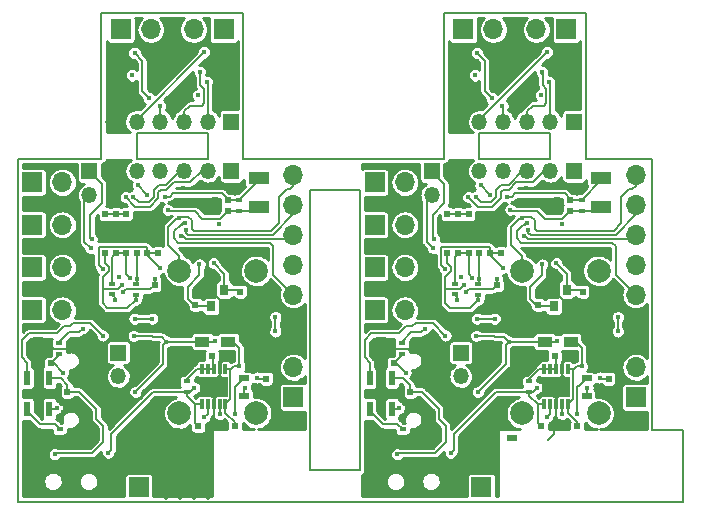
<source format=gbr>
%TF.GenerationSoftware,KiCad,Pcbnew,4.0.7*%
%TF.CreationDate,2019-06-15T20:20:24-05:00*%
%TF.ProjectId,GolfGloveMainBoardV1.0.0,476F6C66476C6F76654D61696E426F61,rev?*%
%TF.FileFunction,Copper,L4,Bot,Signal*%
%FSLAX46Y46*%
G04 Gerber Fmt 4.6, Leading zero omitted, Abs format (unit mm)*
G04 Created by KiCad (PCBNEW 4.0.7) date 06/15/19 20:20:24*
%MOMM*%
%LPD*%
G01*
G04 APERTURE LIST*
%ADD10C,0.100000*%
%ADD11C,0.150000*%
%ADD12R,1.350000X1.350000*%
%ADD13O,1.350000X1.350000*%
%ADD14R,0.800000X0.900000*%
%ADD15R,1.800000X1.000000*%
%ADD16R,0.304800X0.812800*%
%ADD17R,2.387600X1.651000*%
%ADD18R,0.558800X1.270000*%
%ADD19C,2.000000*%
%ADD20R,0.600000X0.400000*%
%ADD21R,0.900000X0.500000*%
%ADD22R,1.700000X1.700000*%
%ADD23O,1.700000X1.700000*%
%ADD24O,2.000000X1.450000*%
%ADD25O,1.800000X1.150000*%
%ADD26R,1.200000X0.900000*%
%ADD27R,0.500000X0.600000*%
%ADD28R,0.600000X0.500000*%
%ADD29C,0.500000*%
%ADD30C,0.450000*%
%ADD31C,0.254000*%
G04 APERTURE END LIST*
D10*
D11*
X156650000Y-73250000D02*
X156650000Y-50250000D01*
X159250000Y-79300000D02*
X156650000Y-79300000D01*
X159250000Y-73250000D02*
X159250000Y-79300000D01*
X156650000Y-73250000D02*
X159250000Y-73250000D01*
X131900000Y-76625000D02*
X131900000Y-75525000D01*
X127650000Y-76625000D02*
X131900000Y-76625000D01*
X127650000Y-52875000D02*
X127650000Y-76625000D01*
X131900000Y-75525000D02*
X131900000Y-52875000D01*
X127650000Y-52875000D02*
X131900000Y-52875000D01*
X131900000Y-50250000D02*
X127650000Y-50250000D01*
X156650000Y-79300000D02*
X102900000Y-79300000D01*
X139000000Y-48100000D02*
X139000000Y-37900000D01*
X139000000Y-37900000D02*
X151000000Y-37900000D01*
X151000000Y-37900000D02*
X151000000Y-48100000D01*
X131900000Y-50250000D02*
X139000000Y-50250000D01*
X139000000Y-50250000D02*
X139000000Y-48100000D01*
X151000000Y-48100000D02*
X151000000Y-50250000D01*
X151000000Y-50250000D02*
X156650000Y-50250000D01*
X142000000Y-48100000D02*
X142000000Y-50275000D01*
X148000000Y-48100000D02*
X148000000Y-50250000D01*
X148000000Y-50275000D02*
X142000000Y-50275000D01*
X142000000Y-48100000D02*
X148000000Y-48100000D01*
X113000000Y-48100000D02*
X119000000Y-48100000D01*
X119000000Y-50275000D02*
X113000000Y-50275000D01*
X119000000Y-48100000D02*
X119000000Y-50250000D01*
X113000000Y-48100000D02*
X113000000Y-50275000D01*
X122000000Y-50250000D02*
X127650000Y-50250000D01*
X122000000Y-48100000D02*
X122000000Y-50250000D01*
X110000000Y-50250000D02*
X110000000Y-48100000D01*
X102900000Y-50250000D02*
X110000000Y-50250000D01*
X102900000Y-50250000D02*
X102900000Y-50350000D01*
X102900000Y-50350000D02*
X102900000Y-79300000D01*
X122000000Y-37900000D02*
X122000000Y-48100000D01*
X110000000Y-37900000D02*
X122000000Y-37900000D01*
X110000000Y-48100000D02*
X110000000Y-37900000D01*
D12*
X140425000Y-66675000D03*
D13*
X140425000Y-68675000D03*
D12*
X137975000Y-51325000D03*
D13*
X137975000Y-53325000D03*
D12*
X150000000Y-47100000D03*
D13*
X148000000Y-47100000D03*
X146000000Y-47100000D03*
X144000000Y-47100000D03*
X142000000Y-47100000D03*
X140000000Y-47100000D03*
D12*
X150000000Y-51300000D03*
D13*
X148000000Y-51300000D03*
X146000000Y-51300000D03*
X144000000Y-51300000D03*
X142000000Y-51300000D03*
X140000000Y-51300000D03*
D14*
X149400000Y-61350000D03*
X149400000Y-62750000D03*
X148300000Y-62750000D03*
X148300000Y-61350000D03*
D15*
X152325000Y-51850000D03*
X152325000Y-54350000D03*
D16*
X149490600Y-71023200D03*
X149008000Y-71023200D03*
X148500000Y-71023200D03*
X147992000Y-71023200D03*
X147509400Y-71023200D03*
X147509400Y-68076800D03*
X147992000Y-68076800D03*
X148500000Y-68076800D03*
X149008000Y-68076800D03*
X149490600Y-68076800D03*
D17*
X148500000Y-69550000D03*
D18*
X132710200Y-68829600D03*
X133650000Y-68829600D03*
X134589800Y-68829600D03*
X134589800Y-71420400D03*
X132710200Y-71420400D03*
D19*
X152100000Y-59750000D03*
X152100000Y-64250000D03*
X145600000Y-59750000D03*
X145600000Y-64250000D03*
X145600000Y-71800000D03*
X145600000Y-67300000D03*
X152100000Y-71800000D03*
X152100000Y-67300000D03*
D20*
X146225000Y-70000000D03*
X146225000Y-69100000D03*
X141900000Y-61750000D03*
X141900000Y-60850000D03*
X150650000Y-53750000D03*
X150650000Y-54650000D03*
X135425000Y-65875000D03*
X135425000Y-66775000D03*
X135500000Y-73175000D03*
X135500000Y-74075000D03*
D21*
X151075000Y-68850000D03*
X151075000Y-70350000D03*
D20*
X139925000Y-60825000D03*
X139925000Y-61725000D03*
D22*
X155250000Y-70450000D03*
D23*
X155250000Y-67910000D03*
D22*
X149350000Y-39300000D03*
D23*
X146810000Y-39300000D03*
D22*
X140650000Y-39300000D03*
D23*
X143190000Y-39300000D03*
D22*
X133150000Y-63050000D03*
D23*
X135690000Y-63050000D03*
D22*
X133150000Y-59450000D03*
D23*
X135690000Y-59450000D03*
D22*
X133150000Y-55850000D03*
D23*
X135690000Y-55850000D03*
D22*
X133150000Y-52250000D03*
D23*
X135690000Y-52250000D03*
D22*
X142150000Y-78050000D03*
D23*
X142150000Y-75510000D03*
D24*
X137450000Y-66125000D03*
X137450000Y-73575000D03*
D25*
X133650000Y-65975000D03*
X133650000Y-73725000D03*
D22*
X155250000Y-64300000D03*
D23*
X155250000Y-61760000D03*
X155250000Y-59220000D03*
X155250000Y-56680000D03*
X155250000Y-54140000D03*
X155250000Y-51600000D03*
D26*
X147525000Y-65725000D03*
X149725000Y-65725000D03*
D27*
X152950000Y-68875000D03*
X152950000Y-69975000D03*
D28*
X150300000Y-72900000D03*
X149200000Y-72900000D03*
X148375000Y-66975000D03*
X149475000Y-66975000D03*
X147200000Y-72900000D03*
X148300000Y-72900000D03*
D27*
X143500000Y-62050000D03*
X143500000Y-60950000D03*
X143800000Y-57150000D03*
X143800000Y-58250000D03*
X142900000Y-57150000D03*
X142900000Y-58250000D03*
X141100000Y-57150000D03*
X141100000Y-58250000D03*
X140200000Y-57150000D03*
X140200000Y-58250000D03*
X139300000Y-58250000D03*
X139300000Y-57150000D03*
X142000000Y-57150000D03*
X142000000Y-58250000D03*
X146950000Y-62600000D03*
X146950000Y-61500000D03*
X150750000Y-61500000D03*
X150750000Y-62600000D03*
X139300000Y-54950000D03*
X139300000Y-56050000D03*
X141100000Y-56050000D03*
X141100000Y-54950000D03*
X140200000Y-56050000D03*
X140200000Y-54950000D03*
D28*
X148600000Y-54650000D03*
X149700000Y-54650000D03*
X149700000Y-53750000D03*
X148600000Y-53750000D03*
D27*
X136125000Y-69975000D03*
X136125000Y-71075000D03*
D28*
X134750000Y-67575000D03*
X133650000Y-67575000D03*
D29*
X153225000Y-72900000D03*
X156025000Y-72700000D03*
X155025000Y-72700000D03*
X154025000Y-72700000D03*
X143225000Y-63000000D03*
X151125000Y-72900000D03*
X143225000Y-67000000D03*
X141925000Y-64600000D03*
X143225000Y-67900000D03*
X143225000Y-66100000D03*
X119025000Y-75500000D03*
X117025000Y-73900000D03*
X114225000Y-66100000D03*
X114225000Y-67900000D03*
X114225000Y-71100000D03*
X112925000Y-64600000D03*
X114225000Y-67000000D03*
X122125000Y-72900000D03*
X114225000Y-63000000D03*
X113025000Y-73300000D03*
X114225000Y-72200000D03*
X115425000Y-78900000D03*
X116625000Y-78900000D03*
X125025000Y-72700000D03*
X126025000Y-72700000D03*
X127025000Y-72700000D03*
X118425000Y-78100000D03*
X117825000Y-77300000D03*
X117825000Y-78900000D03*
X124225000Y-72900000D03*
X119025000Y-78900000D03*
X113825000Y-74100000D03*
X116225000Y-74700000D03*
X115425000Y-75700000D03*
X116025000Y-78100000D03*
X119025000Y-77300000D03*
X114625000Y-73100000D03*
X117025000Y-75500000D03*
X114825000Y-76500000D03*
X114825000Y-78100000D03*
X117225000Y-78100000D03*
X114625000Y-74900000D03*
X115425000Y-73900000D03*
X116025000Y-76500000D03*
X115425000Y-77300000D03*
X116625000Y-77300000D03*
D28*
X105750000Y-67575000D03*
X104650000Y-67575000D03*
D27*
X107125000Y-69975000D03*
X107125000Y-71075000D03*
D28*
X120700000Y-53750000D03*
X119600000Y-53750000D03*
X119600000Y-54650000D03*
X120700000Y-54650000D03*
D27*
X111200000Y-56050000D03*
X111200000Y-54950000D03*
X112100000Y-56050000D03*
X112100000Y-54950000D03*
X110300000Y-54950000D03*
X110300000Y-56050000D03*
X121750000Y-61500000D03*
X121750000Y-62600000D03*
X117950000Y-62600000D03*
X117950000Y-61500000D03*
X113000000Y-57150000D03*
X113000000Y-58250000D03*
X110300000Y-58250000D03*
X110300000Y-57150000D03*
X111200000Y-57150000D03*
X111200000Y-58250000D03*
X112100000Y-57150000D03*
X112100000Y-58250000D03*
X113900000Y-57150000D03*
X113900000Y-58250000D03*
X114800000Y-57150000D03*
X114800000Y-58250000D03*
X114500000Y-62050000D03*
X114500000Y-60950000D03*
D28*
X118200000Y-72900000D03*
X119300000Y-72900000D03*
X119375000Y-66975000D03*
X120475000Y-66975000D03*
X121300000Y-72900000D03*
X120200000Y-72900000D03*
D27*
X123950000Y-68875000D03*
X123950000Y-69975000D03*
D26*
X118525000Y-65725000D03*
X120725000Y-65725000D03*
D22*
X126250000Y-64300000D03*
D23*
X126250000Y-61760000D03*
X126250000Y-59220000D03*
X126250000Y-56680000D03*
X126250000Y-54140000D03*
X126250000Y-51600000D03*
D24*
X108450000Y-66125000D03*
X108450000Y-73575000D03*
D25*
X104650000Y-65975000D03*
X104650000Y-73725000D03*
D22*
X113150000Y-78050000D03*
D23*
X113150000Y-75510000D03*
D22*
X104150000Y-52250000D03*
D23*
X106690000Y-52250000D03*
D22*
X104150000Y-55850000D03*
D23*
X106690000Y-55850000D03*
D22*
X104150000Y-59450000D03*
D23*
X106690000Y-59450000D03*
D22*
X104150000Y-63050000D03*
D23*
X106690000Y-63050000D03*
D22*
X111650000Y-39300000D03*
D23*
X114190000Y-39300000D03*
D22*
X120350000Y-39300000D03*
D23*
X117810000Y-39300000D03*
D22*
X126250000Y-70450000D03*
D23*
X126250000Y-67910000D03*
D20*
X110925000Y-60825000D03*
X110925000Y-61725000D03*
D21*
X122075000Y-68850000D03*
X122075000Y-70350000D03*
D20*
X106500000Y-73175000D03*
X106500000Y-74075000D03*
X106425000Y-65875000D03*
X106425000Y-66775000D03*
X121650000Y-53750000D03*
X121650000Y-54650000D03*
X112900000Y-61750000D03*
X112900000Y-60850000D03*
X117225000Y-70000000D03*
X117225000Y-69100000D03*
D19*
X116600000Y-71800000D03*
X116600000Y-67300000D03*
X123100000Y-71800000D03*
X123100000Y-67300000D03*
X123100000Y-59750000D03*
X123100000Y-64250000D03*
X116600000Y-59750000D03*
X116600000Y-64250000D03*
D18*
X103710200Y-68829600D03*
X104650000Y-68829600D03*
X105589800Y-68829600D03*
X105589800Y-71420400D03*
X103710200Y-71420400D03*
D16*
X120490600Y-71023200D03*
X120008000Y-71023200D03*
X119500000Y-71023200D03*
X118992000Y-71023200D03*
X118509400Y-71023200D03*
X118509400Y-68076800D03*
X118992000Y-68076800D03*
X119500000Y-68076800D03*
X120008000Y-68076800D03*
X120490600Y-68076800D03*
D17*
X119500000Y-69550000D03*
D15*
X123325000Y-51850000D03*
X123325000Y-54350000D03*
D14*
X120400000Y-61350000D03*
X120400000Y-62750000D03*
X119300000Y-62750000D03*
X119300000Y-61350000D03*
D12*
X121000000Y-51300000D03*
D13*
X119000000Y-51300000D03*
X117000000Y-51300000D03*
X115000000Y-51300000D03*
X113000000Y-51300000D03*
X111000000Y-51300000D03*
D12*
X121000000Y-47100000D03*
D13*
X119000000Y-47100000D03*
X117000000Y-47100000D03*
X115000000Y-47100000D03*
X113000000Y-47100000D03*
X111000000Y-47100000D03*
D12*
X108975000Y-51325000D03*
D13*
X108975000Y-53325000D03*
D12*
X111425000Y-66675000D03*
D13*
X111425000Y-68675000D03*
D21*
X144800000Y-73900000D03*
D30*
X142000000Y-56300000D03*
X135750000Y-71675000D03*
X150075000Y-66825000D03*
X147325000Y-53800000D03*
X136715000Y-58480000D03*
X137015000Y-54560000D03*
X136735000Y-62090000D03*
X137735000Y-63470000D03*
X149585000Y-52720000D03*
X145925000Y-52710000D03*
X116925000Y-52710000D03*
X120585000Y-52720000D03*
X108735000Y-63470000D03*
X107735000Y-62090000D03*
X108015000Y-54560000D03*
X107715000Y-58480000D03*
X118815000Y-74070000D03*
X118325000Y-53800000D03*
X121075000Y-66825000D03*
X106750000Y-71675000D03*
X113000000Y-56300000D03*
X141600000Y-43200000D03*
X147200000Y-44875000D03*
X118200000Y-44875000D03*
X112600000Y-43200000D03*
X144550000Y-45350000D03*
X144225000Y-43100000D03*
X149225000Y-42200000D03*
X120225000Y-42200000D03*
X115225000Y-43100000D03*
X115550000Y-45350000D03*
X135225000Y-71350000D03*
X135750000Y-68350000D03*
X106750000Y-68350000D03*
X106225000Y-71350000D03*
X135050000Y-75275000D03*
X106050000Y-75275000D03*
X141875000Y-70000000D03*
X144500000Y-65725000D03*
X148975000Y-55805000D03*
X148600000Y-65700000D03*
X140465000Y-60280000D03*
X141725000Y-65250000D03*
X112725000Y-65250000D03*
X111465000Y-60280000D03*
X119600000Y-65700000D03*
X119975000Y-55805000D03*
X115500000Y-65725000D03*
X112875000Y-70000000D03*
X144350000Y-53450000D03*
X115350000Y-53450000D03*
X144625000Y-54575000D03*
X115625000Y-54575000D03*
X148500000Y-59100000D03*
X119500000Y-59100000D03*
X147300000Y-59200000D03*
X118300000Y-59200000D03*
X142000000Y-60400000D03*
X113000000Y-60400000D03*
X141900000Y-62200000D03*
X140700000Y-60950000D03*
X111700000Y-60950000D03*
X112900000Y-62200000D03*
X141395000Y-60330000D03*
X112395000Y-60330000D03*
X144000000Y-59500000D03*
X139100000Y-59600000D03*
X110100000Y-59600000D03*
X115000000Y-59500000D03*
X143500000Y-60400000D03*
X140850000Y-61550000D03*
X111850000Y-61550000D03*
X114500000Y-60400000D03*
X139575000Y-75150000D03*
X146875000Y-69650000D03*
X117875000Y-69650000D03*
X110575000Y-75150000D03*
X150675000Y-67825000D03*
X152175000Y-68775000D03*
X123175000Y-68775000D03*
X121675000Y-67825000D03*
X137400000Y-64625000D03*
X108400000Y-64625000D03*
X139125000Y-65225000D03*
X110125000Y-65225000D03*
X141050000Y-53500000D03*
X112050000Y-53500000D03*
X141700000Y-53450000D03*
X112700000Y-53450000D03*
X143950000Y-45750000D03*
X143050000Y-45150000D03*
X141800000Y-41300000D03*
X112800000Y-41300000D03*
X114050000Y-45150000D03*
X114950000Y-45750000D03*
X147700000Y-41250000D03*
X142100000Y-52500000D03*
X142900000Y-53300000D03*
X113900000Y-53300000D03*
X113100000Y-52500000D03*
X118700000Y-41250000D03*
X146050000Y-55700000D03*
X117050000Y-55700000D03*
X153725000Y-64875000D03*
X153725000Y-63650000D03*
X124725000Y-63650000D03*
X124725000Y-64875000D03*
X145750000Y-56800000D03*
X116750000Y-56800000D03*
X146125000Y-56300000D03*
X117125000Y-56300000D03*
X145600000Y-55300000D03*
X116600000Y-55300000D03*
X147900000Y-43750000D03*
X118900000Y-43750000D03*
X147325000Y-42900000D03*
X118325000Y-42900000D03*
X140125000Y-62225000D03*
X111125000Y-62225000D03*
X147725000Y-72125000D03*
X150300000Y-71825000D03*
X121300000Y-71825000D03*
X118725000Y-72125000D03*
X151150000Y-69650000D03*
X149000000Y-71875000D03*
X120000000Y-71875000D03*
X122150000Y-69650000D03*
X141800000Y-63800000D03*
X143300000Y-63800000D03*
X114300000Y-63800000D03*
X112800000Y-63800000D03*
X138175000Y-57050000D03*
X109175000Y-57050000D03*
X138075000Y-57825000D03*
X109075000Y-57825000D03*
D11*
X142900000Y-57150000D02*
X143800000Y-57150000D01*
X142000000Y-57150000D02*
X142900000Y-57150000D01*
X141100000Y-57150000D02*
X142000000Y-57150000D01*
X140200000Y-57150000D02*
X141100000Y-57150000D01*
X139300000Y-57150000D02*
X140200000Y-57150000D01*
X139300000Y-56050000D02*
X139300000Y-57150000D01*
X140200000Y-56050000D02*
X139300000Y-56050000D01*
X141100000Y-56050000D02*
X140200000Y-56050000D01*
X141100000Y-56050000D02*
X141100000Y-57150000D01*
X140200000Y-56050000D02*
X140200000Y-57150000D01*
X147100000Y-61350000D02*
X146950000Y-61500000D01*
X148300000Y-61350000D02*
X147100000Y-61350000D01*
X148600000Y-61650000D02*
X148300000Y-61350000D01*
X148600000Y-61800000D02*
X148600000Y-61650000D01*
X148700000Y-61900000D02*
X148600000Y-61800000D01*
X149400000Y-62600000D02*
X148700000Y-61900000D01*
X149400000Y-62750000D02*
X149400000Y-62600000D01*
X150600000Y-62750000D02*
X150750000Y-62600000D01*
X149400000Y-62750000D02*
X150600000Y-62750000D01*
X150750000Y-62900000D02*
X152100000Y-64250000D01*
X150750000Y-62600000D02*
X150750000Y-62900000D01*
X142000000Y-57150000D02*
X142000000Y-56300000D01*
X141750000Y-56050000D02*
X142000000Y-56300000D01*
X142700000Y-56300000D02*
X142900000Y-56500000D01*
X142900000Y-56500000D02*
X142900000Y-57150000D01*
X142000000Y-56300000D02*
X142700000Y-56300000D01*
X143800000Y-56500000D02*
X143600000Y-56300000D01*
X143600000Y-56300000D02*
X142700000Y-56300000D01*
X143800000Y-57150000D02*
X143800000Y-56500000D01*
X141750000Y-56050000D02*
X142000000Y-56300000D01*
X141100000Y-56050000D02*
X141750000Y-56050000D01*
X148600000Y-53750000D02*
X148600000Y-54650000D01*
X133650000Y-67575000D02*
X133650000Y-68829600D01*
X133650000Y-67575000D02*
X133650000Y-65975000D01*
X134000000Y-66325000D02*
X133650000Y-65975000D01*
X136225000Y-66125000D02*
X136025000Y-66325000D01*
X136025000Y-66325000D02*
X134000000Y-66325000D01*
X137450000Y-66125000D02*
X136225000Y-66125000D01*
X136125000Y-71300000D02*
X135750000Y-71675000D01*
X136125000Y-71075000D02*
X136125000Y-71300000D01*
X133650000Y-69550000D02*
X134050000Y-69950000D01*
X134050000Y-69950000D02*
X134875000Y-69950000D01*
X134875000Y-69950000D02*
X135525000Y-70600000D01*
X135525000Y-70600000D02*
X135525000Y-71000000D01*
X135525000Y-71000000D02*
X135600000Y-71075000D01*
X135600000Y-71075000D02*
X136125000Y-71075000D01*
X133650000Y-68829600D02*
X133650000Y-69550000D01*
X135150000Y-73725000D02*
X135500000Y-74075000D01*
X133650000Y-73725000D02*
X135150000Y-73725000D01*
X136000000Y-73575000D02*
X135500000Y-74075000D01*
X137450000Y-73575000D02*
X136000000Y-73575000D01*
X149050000Y-68034800D02*
X149008000Y-68076800D01*
X149050000Y-67400000D02*
X149050000Y-68034800D01*
X149475000Y-66975000D02*
X149050000Y-67400000D01*
X149008000Y-69042000D02*
X148500000Y-69550000D01*
X149008000Y-68076800D02*
X149008000Y-69042000D01*
X148500000Y-71023200D02*
X148500000Y-69550000D01*
X152850000Y-67300000D02*
X152100000Y-67300000D01*
X153625000Y-68075000D02*
X152850000Y-67300000D01*
X153625000Y-69350000D02*
X153625000Y-68075000D01*
X153000000Y-69975000D02*
X153625000Y-69350000D01*
X152950000Y-69975000D02*
X153000000Y-69975000D01*
X149925000Y-66975000D02*
X150075000Y-66825000D01*
X149475000Y-66975000D02*
X149925000Y-66975000D01*
X148300000Y-72900000D02*
X149200000Y-72900000D01*
X148500000Y-72000000D02*
X148300000Y-72200000D01*
X148300000Y-72200000D02*
X148300000Y-72900000D01*
X148500000Y-71023200D02*
X148500000Y-72000000D01*
X143500000Y-62150000D02*
X145600000Y-64250000D01*
X143500000Y-62050000D02*
X143500000Y-62150000D01*
X147325000Y-53800000D02*
X147375000Y-53750000D01*
X147375000Y-53750000D02*
X148600000Y-53750000D01*
X147815000Y-74070000D02*
X148300000Y-73585000D01*
X148300000Y-73585000D02*
X148300000Y-72900000D01*
X137045000Y-58150000D02*
X136715000Y-58480000D01*
X137045000Y-54590000D02*
X137045000Y-58150000D01*
X137015000Y-54560000D02*
X137045000Y-54590000D01*
X136735000Y-62090000D02*
X136955000Y-61870000D01*
X136955000Y-61870000D02*
X136955000Y-58720000D01*
X136955000Y-58720000D02*
X136715000Y-58480000D01*
X136735000Y-62650000D02*
X137555000Y-63470000D01*
X137555000Y-63470000D02*
X137735000Y-63470000D01*
X136735000Y-62090000D02*
X136735000Y-62650000D01*
X148175000Y-54650000D02*
X147325000Y-53800000D01*
X148600000Y-54650000D02*
X148175000Y-54650000D01*
X149585000Y-52720000D02*
X149575000Y-52710000D01*
X149575000Y-52710000D02*
X145925000Y-52710000D01*
X120575000Y-52710000D02*
X116925000Y-52710000D01*
X120585000Y-52720000D02*
X120575000Y-52710000D01*
X119600000Y-54650000D02*
X119175000Y-54650000D01*
X119175000Y-54650000D02*
X118325000Y-53800000D01*
X107735000Y-62090000D02*
X107735000Y-62650000D01*
X108555000Y-63470000D02*
X108735000Y-63470000D01*
X107735000Y-62650000D02*
X108555000Y-63470000D01*
X107955000Y-58720000D02*
X107715000Y-58480000D01*
X107955000Y-61870000D02*
X107955000Y-58720000D01*
X107735000Y-62090000D02*
X107955000Y-61870000D01*
X108015000Y-54560000D02*
X108045000Y-54590000D01*
X108045000Y-54590000D02*
X108045000Y-58150000D01*
X108045000Y-58150000D02*
X107715000Y-58480000D01*
X119300000Y-73585000D02*
X119300000Y-72900000D01*
X118815000Y-74070000D02*
X119300000Y-73585000D01*
X118375000Y-53750000D02*
X119600000Y-53750000D01*
X118325000Y-53800000D02*
X118375000Y-53750000D01*
X114500000Y-62050000D02*
X114500000Y-62150000D01*
X114500000Y-62150000D02*
X116600000Y-64250000D01*
X119500000Y-71023200D02*
X119500000Y-72000000D01*
X119300000Y-72200000D02*
X119300000Y-72900000D01*
X119500000Y-72000000D02*
X119300000Y-72200000D01*
X119300000Y-72900000D02*
X120200000Y-72900000D01*
X120475000Y-66975000D02*
X120925000Y-66975000D01*
X120925000Y-66975000D02*
X121075000Y-66825000D01*
X123950000Y-69975000D02*
X124000000Y-69975000D01*
X124000000Y-69975000D02*
X124625000Y-69350000D01*
X124625000Y-69350000D02*
X124625000Y-68075000D01*
X124625000Y-68075000D02*
X123850000Y-67300000D01*
X123850000Y-67300000D02*
X123100000Y-67300000D01*
X119500000Y-71023200D02*
X119500000Y-69550000D01*
X120008000Y-68076800D02*
X120008000Y-69042000D01*
X120008000Y-69042000D02*
X119500000Y-69550000D01*
X120475000Y-66975000D02*
X120050000Y-67400000D01*
X120050000Y-67400000D02*
X120050000Y-68034800D01*
X120050000Y-68034800D02*
X120008000Y-68076800D01*
X108450000Y-73575000D02*
X107000000Y-73575000D01*
X107000000Y-73575000D02*
X106500000Y-74075000D01*
X104650000Y-73725000D02*
X106150000Y-73725000D01*
X106150000Y-73725000D02*
X106500000Y-74075000D01*
X104650000Y-68829600D02*
X104650000Y-69550000D01*
X106600000Y-71075000D02*
X107125000Y-71075000D01*
X106525000Y-71000000D02*
X106600000Y-71075000D01*
X106525000Y-70600000D02*
X106525000Y-71000000D01*
X105875000Y-69950000D02*
X106525000Y-70600000D01*
X105050000Y-69950000D02*
X105875000Y-69950000D01*
X104650000Y-69550000D02*
X105050000Y-69950000D01*
X107125000Y-71075000D02*
X107125000Y-71300000D01*
X107125000Y-71300000D02*
X106750000Y-71675000D01*
X108450000Y-66125000D02*
X107225000Y-66125000D01*
X107025000Y-66325000D02*
X105000000Y-66325000D01*
X107225000Y-66125000D02*
X107025000Y-66325000D01*
X105000000Y-66325000D02*
X104650000Y-65975000D01*
X104650000Y-67575000D02*
X104650000Y-65975000D01*
X104650000Y-67575000D02*
X104650000Y-68829600D01*
X119600000Y-53750000D02*
X119600000Y-54650000D01*
X112100000Y-56050000D02*
X112750000Y-56050000D01*
X112750000Y-56050000D02*
X113000000Y-56300000D01*
X114800000Y-57150000D02*
X114800000Y-56500000D01*
X114600000Y-56300000D02*
X113700000Y-56300000D01*
X114800000Y-56500000D02*
X114600000Y-56300000D01*
X113000000Y-56300000D02*
X113700000Y-56300000D01*
X113900000Y-56500000D02*
X113900000Y-57150000D01*
X113700000Y-56300000D02*
X113900000Y-56500000D01*
X112750000Y-56050000D02*
X113000000Y-56300000D01*
X113000000Y-57150000D02*
X113000000Y-56300000D01*
X121750000Y-62600000D02*
X121750000Y-62900000D01*
X121750000Y-62900000D02*
X123100000Y-64250000D01*
X120400000Y-62750000D02*
X121600000Y-62750000D01*
X121600000Y-62750000D02*
X121750000Y-62600000D01*
X120400000Y-62750000D02*
X120400000Y-62600000D01*
X120400000Y-62600000D02*
X119700000Y-61900000D01*
X119700000Y-61900000D02*
X119600000Y-61800000D01*
X119600000Y-61800000D02*
X119600000Y-61650000D01*
X119600000Y-61650000D02*
X119300000Y-61350000D01*
X119300000Y-61350000D02*
X118100000Y-61350000D01*
X118100000Y-61350000D02*
X117950000Y-61500000D01*
X111200000Y-56050000D02*
X111200000Y-57150000D01*
X112100000Y-56050000D02*
X112100000Y-57150000D01*
X112100000Y-56050000D02*
X111200000Y-56050000D01*
X111200000Y-56050000D02*
X110300000Y-56050000D01*
X110300000Y-56050000D02*
X110300000Y-57150000D01*
X110300000Y-57150000D02*
X111200000Y-57150000D01*
X111200000Y-57150000D02*
X112100000Y-57150000D01*
X112100000Y-57150000D02*
X113000000Y-57150000D01*
X113000000Y-57150000D02*
X113900000Y-57150000D01*
X113900000Y-57150000D02*
X114800000Y-57150000D01*
X135425000Y-66900000D02*
X134750000Y-67575000D01*
X135425000Y-66775000D02*
X135425000Y-66900000D01*
X135154600Y-71420400D02*
X135225000Y-71350000D01*
X134589800Y-71420400D02*
X135154600Y-71420400D01*
X134975000Y-67575000D02*
X134750000Y-67575000D01*
X135750000Y-68350000D02*
X134975000Y-67575000D01*
X106750000Y-68350000D02*
X105975000Y-67575000D01*
X105975000Y-67575000D02*
X105750000Y-67575000D01*
X105589800Y-71420400D02*
X106154600Y-71420400D01*
X106154600Y-71420400D02*
X106225000Y-71350000D01*
X106425000Y-66775000D02*
X106425000Y-66900000D01*
X106425000Y-66900000D02*
X105750000Y-67575000D01*
X135554600Y-68829600D02*
X136125000Y-69400000D01*
X136125000Y-69400000D02*
X136125000Y-69975000D01*
X134589800Y-68829600D02*
X135554600Y-68829600D01*
X137100000Y-69975000D02*
X138575000Y-71450000D01*
X138575000Y-71450000D02*
X138575000Y-72300000D01*
X138575000Y-72300000D02*
X139150000Y-72875000D01*
X139150000Y-72875000D02*
X139150000Y-74250000D01*
X139150000Y-74250000D02*
X138225000Y-75175000D01*
X138225000Y-75175000D02*
X135150000Y-75175000D01*
X135150000Y-75175000D02*
X135050000Y-75275000D01*
X136125000Y-69975000D02*
X137100000Y-69975000D01*
X107125000Y-69975000D02*
X108100000Y-69975000D01*
X106150000Y-75175000D02*
X106050000Y-75275000D01*
X109225000Y-75175000D02*
X106150000Y-75175000D01*
X110150000Y-74250000D02*
X109225000Y-75175000D01*
X110150000Y-72875000D02*
X110150000Y-74250000D01*
X109575000Y-72300000D02*
X110150000Y-72875000D01*
X109575000Y-71450000D02*
X109575000Y-72300000D01*
X108100000Y-69975000D02*
X109575000Y-71450000D01*
X105589800Y-68829600D02*
X106554600Y-68829600D01*
X107125000Y-69400000D02*
X107125000Y-69975000D01*
X106554600Y-68829600D02*
X107125000Y-69400000D01*
X141875000Y-70000000D02*
X144225000Y-67650000D01*
X144225000Y-67650000D02*
X144225000Y-66000000D01*
X144225000Y-66000000D02*
X144500000Y-65725000D01*
X144500000Y-65725000D02*
X147525000Y-65725000D01*
X144500000Y-65725000D02*
X147525000Y-65725000D01*
X148600000Y-65700000D02*
X148575000Y-65725000D01*
X148575000Y-65725000D02*
X147525000Y-65725000D01*
X139300000Y-54950000D02*
X141100000Y-54950000D01*
X141725000Y-65250000D02*
X143275000Y-65250000D01*
X143275000Y-65250000D02*
X143350000Y-65325000D01*
X143350000Y-65325000D02*
X144100000Y-65325000D01*
X144100000Y-65325000D02*
X144500000Y-65725000D01*
X141100000Y-54950000D02*
X139300000Y-54950000D01*
X140200000Y-54950000D02*
X141100000Y-54950000D01*
X111200000Y-54950000D02*
X112100000Y-54950000D01*
X112100000Y-54950000D02*
X110300000Y-54950000D01*
X115100000Y-65325000D02*
X115500000Y-65725000D01*
X114350000Y-65325000D02*
X115100000Y-65325000D01*
X114275000Y-65250000D02*
X114350000Y-65325000D01*
X112725000Y-65250000D02*
X114275000Y-65250000D01*
X110300000Y-54950000D02*
X112100000Y-54950000D01*
X119575000Y-65725000D02*
X118525000Y-65725000D01*
X119600000Y-65700000D02*
X119575000Y-65725000D01*
X115500000Y-65725000D02*
X118525000Y-65725000D01*
X115500000Y-65725000D02*
X118525000Y-65725000D01*
X115225000Y-66000000D02*
X115500000Y-65725000D01*
X115225000Y-67650000D02*
X115225000Y-66000000D01*
X112875000Y-70000000D02*
X115225000Y-67650000D01*
X152325000Y-52075000D02*
X150650000Y-53750000D01*
X152325000Y-51850000D02*
X152325000Y-52075000D01*
X149700000Y-53750000D02*
X150650000Y-53750000D01*
X149235000Y-53185000D02*
X145040000Y-53185000D01*
X145040000Y-53185000D02*
X144775000Y-53450000D01*
X144775000Y-53450000D02*
X144350000Y-53450000D01*
X149700000Y-53650000D02*
X149235000Y-53185000D01*
X149700000Y-53750000D02*
X149700000Y-53650000D01*
X120700000Y-53750000D02*
X120700000Y-53650000D01*
X120700000Y-53650000D02*
X120235000Y-53185000D01*
X115775000Y-53450000D02*
X115350000Y-53450000D01*
X116040000Y-53185000D02*
X115775000Y-53450000D01*
X120235000Y-53185000D02*
X116040000Y-53185000D01*
X120700000Y-53750000D02*
X121650000Y-53750000D01*
X123325000Y-51850000D02*
X123325000Y-52075000D01*
X123325000Y-52075000D02*
X121650000Y-53750000D01*
X152025000Y-54650000D02*
X152325000Y-54350000D01*
X150650000Y-54650000D02*
X152025000Y-54650000D01*
X149700000Y-54650000D02*
X150650000Y-54650000D01*
X144625000Y-54575000D02*
X144725000Y-54675000D01*
X144725000Y-54675000D02*
X146900000Y-54675000D01*
X146900000Y-54675000D02*
X147550000Y-55325000D01*
X147550000Y-55325000D02*
X149025000Y-55325000D01*
X149025000Y-55325000D02*
X149700000Y-54650000D01*
X120025000Y-55325000D02*
X120700000Y-54650000D01*
X118550000Y-55325000D02*
X120025000Y-55325000D01*
X117900000Y-54675000D02*
X118550000Y-55325000D01*
X115725000Y-54675000D02*
X117900000Y-54675000D01*
X115625000Y-54575000D02*
X115725000Y-54675000D01*
X120700000Y-54650000D02*
X121650000Y-54650000D01*
X121650000Y-54650000D02*
X123025000Y-54650000D01*
X123025000Y-54650000D02*
X123325000Y-54350000D01*
X150600000Y-61350000D02*
X150750000Y-61500000D01*
X149400000Y-61350000D02*
X150600000Y-61350000D01*
X149400000Y-60000000D02*
X148500000Y-59100000D01*
X149400000Y-61350000D02*
X149400000Y-60000000D01*
X120400000Y-61350000D02*
X120400000Y-60000000D01*
X120400000Y-60000000D02*
X119500000Y-59100000D01*
X120400000Y-61350000D02*
X121600000Y-61350000D01*
X121600000Y-61350000D02*
X121750000Y-61500000D01*
X147100000Y-62750000D02*
X146950000Y-62600000D01*
X148300000Y-62750000D02*
X147100000Y-62750000D01*
X146300000Y-62100000D02*
X146300000Y-61100000D01*
X146300000Y-61100000D02*
X147300000Y-60100000D01*
X147300000Y-60100000D02*
X147300000Y-59200000D01*
X146800000Y-62600000D02*
X146300000Y-62100000D01*
X146950000Y-62600000D02*
X146800000Y-62600000D01*
X117950000Y-62600000D02*
X117800000Y-62600000D01*
X117800000Y-62600000D02*
X117300000Y-62100000D01*
X118300000Y-60100000D02*
X118300000Y-59200000D01*
X117300000Y-61100000D02*
X118300000Y-60100000D01*
X117300000Y-62100000D02*
X117300000Y-61100000D01*
X119300000Y-62750000D02*
X118100000Y-62750000D01*
X118100000Y-62750000D02*
X117950000Y-62600000D01*
X142000000Y-60400000D02*
X142000000Y-58250000D01*
X142000000Y-60750000D02*
X141900000Y-60850000D01*
X142000000Y-60400000D02*
X142000000Y-60750000D01*
X113000000Y-60400000D02*
X113000000Y-60750000D01*
X113000000Y-60750000D02*
X112900000Y-60850000D01*
X113000000Y-60400000D02*
X113000000Y-58250000D01*
X141900000Y-61750000D02*
X141850000Y-61750000D01*
X141900000Y-61750000D02*
X141900000Y-62200000D01*
X139300000Y-59100000D02*
X139600000Y-59400000D01*
X139600000Y-59400000D02*
X139600000Y-59750000D01*
X139600000Y-59750000D02*
X139100000Y-60250000D01*
X139100000Y-61400000D02*
X139100000Y-62500000D01*
X139100000Y-60250000D02*
X139100000Y-61400000D01*
X139100000Y-62500000D02*
X139500000Y-62900000D01*
X139500000Y-62900000D02*
X141200000Y-62900000D01*
X141200000Y-62900000D02*
X141900000Y-62200000D01*
X139300000Y-58250000D02*
X139300000Y-59100000D01*
X140375000Y-61275000D02*
X139225000Y-61275000D01*
X140700000Y-60950000D02*
X140375000Y-61275000D01*
X139225000Y-61275000D02*
X139100000Y-61400000D01*
X110225000Y-61275000D02*
X110100000Y-61400000D01*
X111700000Y-60950000D02*
X111375000Y-61275000D01*
X111375000Y-61275000D02*
X110225000Y-61275000D01*
X110300000Y-58250000D02*
X110300000Y-59100000D01*
X112200000Y-62900000D02*
X112900000Y-62200000D01*
X110500000Y-62900000D02*
X112200000Y-62900000D01*
X110100000Y-62500000D02*
X110500000Y-62900000D01*
X110100000Y-60250000D02*
X110100000Y-61400000D01*
X110100000Y-61400000D02*
X110100000Y-62500000D01*
X110600000Y-59750000D02*
X110100000Y-60250000D01*
X110600000Y-59400000D02*
X110600000Y-59750000D01*
X110300000Y-59100000D02*
X110600000Y-59400000D01*
X112900000Y-61750000D02*
X112900000Y-62200000D01*
X112900000Y-61750000D02*
X112850000Y-61750000D01*
X140200000Y-58250000D02*
X141100000Y-58250000D01*
X139925000Y-58550000D02*
X139925000Y-60825000D01*
X140200000Y-58275000D02*
X139925000Y-58550000D01*
X140200000Y-58250000D02*
X140200000Y-58275000D01*
X141395000Y-60330000D02*
X141100000Y-60035000D01*
X141100000Y-60035000D02*
X141100000Y-58250000D01*
X112100000Y-60035000D02*
X112100000Y-58250000D01*
X112395000Y-60330000D02*
X112100000Y-60035000D01*
X111200000Y-58250000D02*
X111200000Y-58275000D01*
X111200000Y-58275000D02*
X110925000Y-58550000D01*
X110925000Y-58550000D02*
X110925000Y-60825000D01*
X111200000Y-58250000D02*
X112100000Y-58250000D01*
X143800000Y-58250000D02*
X142900000Y-58250000D01*
X142900000Y-58400000D02*
X144000000Y-59500000D01*
X142900000Y-58250000D02*
X142900000Y-58400000D01*
X142900000Y-57800000D02*
X142900000Y-58250000D01*
X142800000Y-57700000D02*
X142900000Y-57800000D01*
X138800000Y-57700000D02*
X142800000Y-57700000D01*
X138780000Y-57720000D02*
X138800000Y-57700000D01*
X138780000Y-59280000D02*
X138780000Y-57720000D01*
X139100000Y-59600000D02*
X138780000Y-59280000D01*
X110100000Y-59600000D02*
X109780000Y-59280000D01*
X109780000Y-59280000D02*
X109780000Y-57720000D01*
X109780000Y-57720000D02*
X109800000Y-57700000D01*
X109800000Y-57700000D02*
X113800000Y-57700000D01*
X113800000Y-57700000D02*
X113900000Y-57800000D01*
X113900000Y-57800000D02*
X113900000Y-58250000D01*
X113900000Y-58250000D02*
X113900000Y-58400000D01*
X113900000Y-58400000D02*
X115000000Y-59500000D01*
X114800000Y-58250000D02*
X113900000Y-58250000D01*
X143500000Y-60950000D02*
X143500000Y-60400000D01*
X140850000Y-61550000D02*
X141100000Y-61300000D01*
X141100000Y-61300000D02*
X143150000Y-61300000D01*
X143150000Y-61300000D02*
X143500000Y-60950000D01*
X114150000Y-61300000D02*
X114500000Y-60950000D01*
X112100000Y-61300000D02*
X114150000Y-61300000D01*
X111850000Y-61550000D02*
X112100000Y-61300000D01*
X114500000Y-60950000D02*
X114500000Y-60400000D01*
X147509400Y-71023200D02*
X147509400Y-71065600D01*
X146225000Y-70325000D02*
X146923200Y-71023200D01*
X146923200Y-71023200D02*
X147509400Y-71023200D01*
X146225000Y-70000000D02*
X146225000Y-70325000D01*
X146923200Y-72623200D02*
X147200000Y-72900000D01*
X146923200Y-71023200D02*
X146923200Y-72623200D01*
X143375000Y-70000000D02*
X139850000Y-73525000D01*
X139850000Y-73525000D02*
X139850000Y-74875000D01*
X139850000Y-74875000D02*
X139575000Y-75150000D01*
X146225000Y-70000000D02*
X143375000Y-70000000D01*
X146525000Y-70000000D02*
X146225000Y-70000000D01*
X146875000Y-69650000D02*
X146525000Y-70000000D01*
X117875000Y-69650000D02*
X117525000Y-70000000D01*
X117525000Y-70000000D02*
X117225000Y-70000000D01*
X117225000Y-70000000D02*
X114375000Y-70000000D01*
X110850000Y-74875000D02*
X110575000Y-75150000D01*
X110850000Y-73525000D02*
X110850000Y-74875000D01*
X114375000Y-70000000D02*
X110850000Y-73525000D01*
X117923200Y-71023200D02*
X117923200Y-72623200D01*
X117923200Y-72623200D02*
X118200000Y-72900000D01*
X117225000Y-70000000D02*
X117225000Y-70325000D01*
X117923200Y-71023200D02*
X118509400Y-71023200D01*
X117225000Y-70325000D02*
X117923200Y-71023200D01*
X118509400Y-71023200D02*
X118509400Y-71065600D01*
X148475000Y-67075000D02*
X148375000Y-66975000D01*
X148475000Y-68051800D02*
X148475000Y-67075000D01*
X148500000Y-68076800D02*
X148475000Y-68051800D01*
X147992000Y-68076800D02*
X148500000Y-68076800D01*
X147073200Y-68076800D02*
X147992000Y-68076800D01*
X146225000Y-68925000D02*
X147073200Y-68076800D01*
X146225000Y-69100000D02*
X146225000Y-68925000D01*
X117225000Y-69100000D02*
X117225000Y-68925000D01*
X117225000Y-68925000D02*
X118073200Y-68076800D01*
X118073200Y-68076800D02*
X118992000Y-68076800D01*
X118992000Y-68076800D02*
X119500000Y-68076800D01*
X119500000Y-68076800D02*
X119475000Y-68051800D01*
X119475000Y-68051800D02*
X119475000Y-67075000D01*
X119475000Y-67075000D02*
X119375000Y-66975000D01*
X149998200Y-68076800D02*
X150250000Y-67825000D01*
X150250000Y-67825000D02*
X150675000Y-67825000D01*
X152175000Y-68775000D02*
X152275000Y-68875000D01*
X152275000Y-68875000D02*
X152950000Y-68875000D01*
X149900000Y-68076800D02*
X149998200Y-68076800D01*
X149490600Y-68076800D02*
X149900000Y-68076800D01*
X150675000Y-66250000D02*
X150675000Y-67825000D01*
X150150000Y-65725000D02*
X150675000Y-66250000D01*
X149725000Y-65725000D02*
X150150000Y-65725000D01*
X150300000Y-72575000D02*
X149490600Y-71765600D01*
X149490600Y-71765600D02*
X149490600Y-71023200D01*
X150300000Y-72900000D02*
X150300000Y-72575000D01*
X149900000Y-68550000D02*
X149925000Y-68575000D01*
X149925000Y-68575000D02*
X149925000Y-70588800D01*
X149925000Y-70588800D02*
X149490600Y-71023200D01*
X149900000Y-68076800D02*
X149900000Y-68550000D01*
X120900000Y-68076800D02*
X120900000Y-68550000D01*
X120925000Y-70588800D02*
X120490600Y-71023200D01*
X120925000Y-68575000D02*
X120925000Y-70588800D01*
X120900000Y-68550000D02*
X120925000Y-68575000D01*
X121300000Y-72900000D02*
X121300000Y-72575000D01*
X120490600Y-71765600D02*
X120490600Y-71023200D01*
X121300000Y-72575000D02*
X120490600Y-71765600D01*
X120725000Y-65725000D02*
X121150000Y-65725000D01*
X121150000Y-65725000D02*
X121675000Y-66250000D01*
X121675000Y-66250000D02*
X121675000Y-67825000D01*
X120490600Y-68076800D02*
X120900000Y-68076800D01*
X120900000Y-68076800D02*
X120998200Y-68076800D01*
X123275000Y-68875000D02*
X123950000Y-68875000D01*
X123175000Y-68775000D02*
X123275000Y-68875000D01*
X121250000Y-67825000D02*
X121675000Y-67825000D01*
X120998200Y-68076800D02*
X121250000Y-67825000D01*
X135425000Y-65750000D02*
X135425000Y-65875000D01*
X137400000Y-64625000D02*
X137075000Y-64950000D01*
X137075000Y-64950000D02*
X136225000Y-64950000D01*
X136225000Y-64950000D02*
X135425000Y-65750000D01*
X107225000Y-64950000D02*
X106425000Y-65750000D01*
X108075000Y-64950000D02*
X107225000Y-64950000D01*
X108400000Y-64625000D02*
X108075000Y-64950000D01*
X106425000Y-65750000D02*
X106425000Y-65875000D01*
X132275000Y-65600000D02*
X132275000Y-67075000D01*
X132850000Y-65025000D02*
X132275000Y-65600000D01*
X135225000Y-65025000D02*
X132850000Y-65025000D01*
X135800000Y-64450000D02*
X135225000Y-65025000D01*
X136325000Y-64450000D02*
X135800000Y-64450000D01*
X136625000Y-64150000D02*
X136325000Y-64450000D01*
X138050000Y-64150000D02*
X136625000Y-64150000D01*
X139125000Y-65225000D02*
X138050000Y-64150000D01*
X132710200Y-67510200D02*
X132710200Y-68829600D01*
X132275000Y-67075000D02*
X132710200Y-67510200D01*
X103275000Y-67075000D02*
X103710200Y-67510200D01*
X103710200Y-67510200D02*
X103710200Y-68829600D01*
X110125000Y-65225000D02*
X109050000Y-64150000D01*
X109050000Y-64150000D02*
X107625000Y-64150000D01*
X107625000Y-64150000D02*
X107325000Y-64450000D01*
X107325000Y-64450000D02*
X106800000Y-64450000D01*
X106800000Y-64450000D02*
X106225000Y-65025000D01*
X106225000Y-65025000D02*
X103850000Y-65025000D01*
X103850000Y-65025000D02*
X103275000Y-65600000D01*
X103275000Y-65600000D02*
X103275000Y-67075000D01*
X148000000Y-51400000D02*
X148000000Y-51300000D01*
X146525000Y-52250000D02*
X145125000Y-52250000D01*
X145125000Y-52250000D02*
X144500000Y-52875000D01*
X144500000Y-52875000D02*
X144025000Y-52875000D01*
X144025000Y-52875000D02*
X143825000Y-53075000D01*
X143825000Y-53075000D02*
X143825000Y-53600000D01*
X143825000Y-53600000D02*
X143100000Y-54325000D01*
X143100000Y-54325000D02*
X141875000Y-54325000D01*
X141875000Y-54325000D02*
X141050000Y-53500000D01*
X147475000Y-51300000D02*
X146525000Y-52250000D01*
X148000000Y-51300000D02*
X147475000Y-51300000D01*
X119000000Y-51300000D02*
X118475000Y-51300000D01*
X118475000Y-51300000D02*
X117525000Y-52250000D01*
X112875000Y-54325000D02*
X112050000Y-53500000D01*
X114100000Y-54325000D02*
X112875000Y-54325000D01*
X114825000Y-53600000D02*
X114100000Y-54325000D01*
X114825000Y-53075000D02*
X114825000Y-53600000D01*
X115025000Y-52875000D02*
X114825000Y-53075000D01*
X115500000Y-52875000D02*
X115025000Y-52875000D01*
X116125000Y-52250000D02*
X115500000Y-52875000D01*
X117525000Y-52250000D02*
X116125000Y-52250000D01*
X119000000Y-51400000D02*
X119000000Y-51300000D01*
X146000000Y-51850000D02*
X146000000Y-51300000D01*
X141700000Y-53450000D02*
X141800000Y-53550000D01*
X144475000Y-52475000D02*
X143850000Y-52475000D01*
X143850000Y-52475000D02*
X143425000Y-52900000D01*
X143425000Y-52900000D02*
X143425000Y-53525000D01*
X143425000Y-53525000D02*
X143025000Y-53925000D01*
X143025000Y-53925000D02*
X142175000Y-53925000D01*
X142175000Y-53925000D02*
X141700000Y-53450000D01*
X145650000Y-51300000D02*
X144475000Y-52475000D01*
X146000000Y-51300000D02*
X145650000Y-51300000D01*
X117000000Y-51300000D02*
X116650000Y-51300000D01*
X116650000Y-51300000D02*
X115475000Y-52475000D01*
X113175000Y-53925000D02*
X112700000Y-53450000D01*
X114025000Y-53925000D02*
X113175000Y-53925000D01*
X114425000Y-53525000D02*
X114025000Y-53925000D01*
X114425000Y-52900000D02*
X114425000Y-53525000D01*
X114850000Y-52475000D02*
X114425000Y-52900000D01*
X115475000Y-52475000D02*
X114850000Y-52475000D01*
X112700000Y-53450000D02*
X112800000Y-53550000D01*
X117000000Y-51850000D02*
X117000000Y-51300000D01*
X144000000Y-45800000D02*
X143950000Y-45750000D01*
X143050000Y-45150000D02*
X142450000Y-44550000D01*
X142450000Y-44550000D02*
X142450000Y-41950000D01*
X142450000Y-41950000D02*
X141800000Y-41300000D01*
X144000000Y-47100000D02*
X144000000Y-45800000D01*
X115000000Y-47100000D02*
X115000000Y-45800000D01*
X113450000Y-41950000D02*
X112800000Y-41300000D01*
X113450000Y-44550000D02*
X113450000Y-41950000D01*
X114050000Y-45150000D02*
X113450000Y-44550000D01*
X115000000Y-45800000D02*
X114950000Y-45750000D01*
X142000000Y-46950000D02*
X142000000Y-47100000D01*
X147700000Y-41250000D02*
X142000000Y-46950000D01*
X142100000Y-52500000D02*
X142900000Y-53300000D01*
X113100000Y-52500000D02*
X113900000Y-53300000D01*
X118700000Y-41250000D02*
X113000000Y-46950000D01*
X113000000Y-46950000D02*
X113000000Y-47100000D01*
X145850000Y-55700000D02*
X145850000Y-55850000D01*
X145850000Y-55850000D02*
X145700000Y-55850000D01*
X145700000Y-55850000D02*
X145150000Y-56400000D01*
X145150000Y-56400000D02*
X145150000Y-57000000D01*
X145150000Y-57000000D02*
X145500000Y-57350000D01*
X145500000Y-57350000D02*
X153250000Y-57350000D01*
X153250000Y-57350000D02*
X153550000Y-57650000D01*
X153550000Y-57650000D02*
X153550000Y-60060000D01*
X153550000Y-60060000D02*
X155250000Y-61760000D01*
X146050000Y-55700000D02*
X145850000Y-55700000D01*
X117050000Y-55700000D02*
X116850000Y-55700000D01*
X124550000Y-60060000D02*
X126250000Y-61760000D01*
X124550000Y-57650000D02*
X124550000Y-60060000D01*
X124250000Y-57350000D02*
X124550000Y-57650000D01*
X116500000Y-57350000D02*
X124250000Y-57350000D01*
X116150000Y-57000000D02*
X116500000Y-57350000D01*
X116150000Y-56400000D02*
X116150000Y-57000000D01*
X116700000Y-55850000D02*
X116150000Y-56400000D01*
X116850000Y-55850000D02*
X116700000Y-55850000D01*
X116850000Y-55700000D02*
X116850000Y-55850000D01*
X153725000Y-63650000D02*
X153725000Y-64875000D01*
X124725000Y-63650000D02*
X124725000Y-64875000D01*
X155130000Y-56800000D02*
X155250000Y-56680000D01*
X154905000Y-57025000D02*
X155250000Y-56680000D01*
X145900002Y-56800000D02*
X146125002Y-57025000D01*
X146125002Y-57025000D02*
X154905000Y-57025000D01*
X145750000Y-56800000D02*
X145900002Y-56800000D01*
X116750000Y-56800000D02*
X116900002Y-56800000D01*
X117125002Y-57025000D02*
X125905000Y-57025000D01*
X116900002Y-56800000D02*
X117125002Y-57025000D01*
X125905000Y-57025000D02*
X126250000Y-56680000D01*
X126130000Y-56800000D02*
X126250000Y-56680000D01*
X155250000Y-54950000D02*
X155250000Y-54140000D01*
X146125000Y-56524998D02*
X146350002Y-56675000D01*
X146350002Y-56675000D02*
X153525000Y-56675000D01*
X153525000Y-56675000D02*
X155250000Y-54950000D01*
X146125000Y-56300000D02*
X146125000Y-56524998D01*
X117125000Y-56300000D02*
X117125000Y-56524998D01*
X124525000Y-56675000D02*
X126250000Y-54950000D01*
X117350002Y-56675000D02*
X124525000Y-56675000D01*
X117125000Y-56524998D02*
X117350002Y-56675000D01*
X126250000Y-54950000D02*
X126250000Y-54140000D01*
X155250000Y-51600000D02*
X155000000Y-51600000D01*
X145400000Y-55300000D02*
X144650000Y-56050000D01*
X144650000Y-56050000D02*
X144650000Y-57550000D01*
X144650000Y-57550000D02*
X145600000Y-58500000D01*
X145600000Y-58500000D02*
X145600000Y-59750000D01*
X145600000Y-55300000D02*
X145400000Y-55300000D01*
X146675000Y-55475000D02*
X146675000Y-56175000D01*
X146675000Y-56175000D02*
X146850000Y-56350000D01*
X146850000Y-56350000D02*
X153375000Y-56350000D01*
X153375000Y-56350000D02*
X154025000Y-55700000D01*
X154025000Y-55700000D02*
X154025000Y-53475000D01*
X154025000Y-53475000D02*
X154675000Y-52825000D01*
X154675000Y-52825000D02*
X154950000Y-52825000D01*
X154950000Y-52825000D02*
X155250000Y-52525000D01*
X155250000Y-52525000D02*
X155250000Y-51600000D01*
X146350000Y-55150000D02*
X146675000Y-55475000D01*
X145750000Y-55150000D02*
X146350000Y-55150000D01*
X145600000Y-55300000D02*
X145750000Y-55150000D01*
X116600000Y-55300000D02*
X116750000Y-55150000D01*
X116750000Y-55150000D02*
X117350000Y-55150000D01*
X117350000Y-55150000D02*
X117675000Y-55475000D01*
X126250000Y-52525000D02*
X126250000Y-51600000D01*
X125950000Y-52825000D02*
X126250000Y-52525000D01*
X125675000Y-52825000D02*
X125950000Y-52825000D01*
X125025000Y-53475000D02*
X125675000Y-52825000D01*
X125025000Y-55700000D02*
X125025000Y-53475000D01*
X124375000Y-56350000D02*
X125025000Y-55700000D01*
X117850000Y-56350000D02*
X124375000Y-56350000D01*
X117675000Y-56175000D02*
X117850000Y-56350000D01*
X117675000Y-55475000D02*
X117675000Y-56175000D01*
X116600000Y-55300000D02*
X116400000Y-55300000D01*
X116600000Y-58500000D02*
X116600000Y-59750000D01*
X115650000Y-57550000D02*
X116600000Y-58500000D01*
X115650000Y-56050000D02*
X115650000Y-57550000D01*
X116400000Y-55300000D02*
X115650000Y-56050000D01*
X126250000Y-51600000D02*
X126000000Y-51600000D01*
X147900000Y-43750000D02*
X148000000Y-43850000D01*
X148000000Y-43850000D02*
X148000000Y-47100000D01*
X119000000Y-43850000D02*
X119000000Y-47100000D01*
X118900000Y-43750000D02*
X119000000Y-43850000D01*
X146500000Y-45750000D02*
X146000000Y-46250000D01*
X147500000Y-45750000D02*
X146500000Y-45750000D01*
X146000000Y-46250000D02*
X146000000Y-47100000D01*
X147325000Y-43100000D02*
X147350000Y-43125000D01*
X147350000Y-43125000D02*
X147350000Y-44025000D01*
X147350000Y-44025000D02*
X147675000Y-44350000D01*
X147675000Y-44350000D02*
X147675000Y-45550000D01*
X147675000Y-45550000D02*
X147475000Y-45750000D01*
X147475000Y-45750000D02*
X147500000Y-45750000D01*
X147325000Y-42900000D02*
X147325000Y-43100000D01*
X118325000Y-42900000D02*
X118325000Y-43100000D01*
X118475000Y-45750000D02*
X118500000Y-45750000D01*
X118675000Y-45550000D02*
X118475000Y-45750000D01*
X118675000Y-44350000D02*
X118675000Y-45550000D01*
X118350000Y-44025000D02*
X118675000Y-44350000D01*
X118350000Y-43125000D02*
X118350000Y-44025000D01*
X118325000Y-43100000D02*
X118350000Y-43125000D01*
X117000000Y-46250000D02*
X117000000Y-47100000D01*
X118500000Y-45750000D02*
X117500000Y-45750000D01*
X117500000Y-45750000D02*
X117000000Y-46250000D01*
X140125000Y-61975000D02*
X140125000Y-62225000D01*
X139925000Y-61775000D02*
X140125000Y-61975000D01*
X139925000Y-61725000D02*
X139925000Y-61775000D01*
X110925000Y-61725000D02*
X110925000Y-61775000D01*
X110925000Y-61775000D02*
X111125000Y-61975000D01*
X111125000Y-61975000D02*
X111125000Y-62225000D01*
X147992000Y-71858000D02*
X147725000Y-72125000D01*
X150300000Y-71825000D02*
X150300000Y-71825000D01*
X150300000Y-71825000D02*
X150300000Y-69525000D01*
X150300000Y-69525000D02*
X150300000Y-69525000D01*
X150300000Y-69525000D02*
X150400000Y-69525000D01*
X150400000Y-69525000D02*
X151075000Y-68850000D01*
X147992000Y-71023200D02*
X147992000Y-71858000D01*
X118992000Y-71023200D02*
X118992000Y-71858000D01*
X121400000Y-69525000D02*
X122075000Y-68850000D01*
X121300000Y-69525000D02*
X121400000Y-69525000D01*
X121300000Y-69525000D02*
X121300000Y-69525000D01*
X121300000Y-71825000D02*
X121300000Y-69525000D01*
X121300000Y-71825000D02*
X121300000Y-71825000D01*
X118992000Y-71858000D02*
X118725000Y-72125000D01*
X151075000Y-69725000D02*
X151150000Y-69650000D01*
X149000000Y-71875000D02*
X149008000Y-71867000D01*
X149008000Y-71867000D02*
X149008000Y-71023200D01*
X151075000Y-70350000D02*
X151075000Y-69725000D01*
X122075000Y-70350000D02*
X122075000Y-69725000D01*
X120008000Y-71867000D02*
X120008000Y-71023200D01*
X120000000Y-71875000D02*
X120008000Y-71867000D01*
X122075000Y-69725000D02*
X122150000Y-69650000D01*
X135050000Y-72725000D02*
X135500000Y-73175000D01*
X133825000Y-72725000D02*
X135050000Y-72725000D01*
X132710200Y-71610200D02*
X133825000Y-72725000D01*
X132710200Y-71420400D02*
X132710200Y-71610200D01*
X103710200Y-71420400D02*
X103710200Y-71610200D01*
X103710200Y-71610200D02*
X104825000Y-72725000D01*
X104825000Y-72725000D02*
X106050000Y-72725000D01*
X106050000Y-72725000D02*
X106500000Y-73175000D01*
X141800000Y-63800000D02*
X143300000Y-63800000D01*
X112800000Y-63800000D02*
X114300000Y-63800000D01*
X138175000Y-57050000D02*
X138050000Y-56925000D01*
X138050000Y-56925000D02*
X138050000Y-55000000D01*
X138050000Y-55000000D02*
X139025000Y-54025000D01*
X139025000Y-54025000D02*
X139025000Y-52375000D01*
X139025000Y-52375000D02*
X137975000Y-51325000D01*
X110025000Y-52375000D02*
X108975000Y-51325000D01*
X110025000Y-54025000D02*
X110025000Y-52375000D01*
X109050000Y-55000000D02*
X110025000Y-54025000D01*
X109050000Y-56925000D02*
X109050000Y-55000000D01*
X109175000Y-57050000D02*
X109050000Y-56925000D01*
X137525000Y-53775000D02*
X137975000Y-53325000D01*
X138075000Y-57825000D02*
X137525000Y-57275000D01*
X137525000Y-57275000D02*
X137525000Y-53775000D01*
X108525000Y-57275000D02*
X108525000Y-53775000D01*
X109075000Y-57825000D02*
X108525000Y-57275000D01*
X108525000Y-53775000D02*
X108975000Y-53325000D01*
D31*
G36*
X113322380Y-38408342D02*
X113056400Y-38806409D01*
X112963000Y-39275962D01*
X112963000Y-39324038D01*
X113056400Y-39793591D01*
X113322380Y-40191658D01*
X113720447Y-40457638D01*
X114190000Y-40551038D01*
X114659553Y-40457638D01*
X115057620Y-40191658D01*
X115323600Y-39793591D01*
X115417000Y-39324038D01*
X115417000Y-39275962D01*
X115323600Y-38806409D01*
X115057620Y-38408342D01*
X114973298Y-38352000D01*
X117026702Y-38352000D01*
X116942380Y-38408342D01*
X116676400Y-38806409D01*
X116583000Y-39275962D01*
X116583000Y-39324038D01*
X116676400Y-39793591D01*
X116942380Y-40191658D01*
X117340447Y-40457638D01*
X117810000Y-40551038D01*
X118279553Y-40457638D01*
X118677620Y-40191658D01*
X118943600Y-39793591D01*
X119037000Y-39324038D01*
X119037000Y-39275962D01*
X118943600Y-38806409D01*
X118677620Y-38408342D01*
X118593298Y-38352000D01*
X119135460Y-38352000D01*
X119115615Y-38450000D01*
X119115615Y-40150000D01*
X119141903Y-40289708D01*
X119224470Y-40418020D01*
X119350453Y-40504101D01*
X119500000Y-40534385D01*
X121200000Y-40534385D01*
X121339708Y-40508097D01*
X121468020Y-40425530D01*
X121548000Y-40308476D01*
X121548000Y-46040615D01*
X120325000Y-46040615D01*
X120185292Y-46066903D01*
X120056980Y-46149470D01*
X119970899Y-46275453D01*
X119940615Y-46425000D01*
X119940615Y-46629954D01*
X119743876Y-46335514D01*
X119452000Y-46140488D01*
X119452000Y-43990431D01*
X119501895Y-43870271D01*
X119502104Y-43630780D01*
X119410648Y-43409440D01*
X119241451Y-43239947D01*
X119020271Y-43148105D01*
X118873867Y-43147977D01*
X118926895Y-43020271D01*
X118927104Y-42780780D01*
X118835648Y-42559440D01*
X118666451Y-42389947D01*
X118445271Y-42298105D01*
X118291253Y-42297971D01*
X118737192Y-41852032D01*
X118819220Y-41852104D01*
X119040560Y-41760648D01*
X119210053Y-41591451D01*
X119301895Y-41370271D01*
X119302104Y-41130780D01*
X119210648Y-40909440D01*
X119041451Y-40739947D01*
X118820271Y-40648105D01*
X118580780Y-40647896D01*
X118359440Y-40739352D01*
X118189947Y-40908549D01*
X118098105Y-41129729D01*
X118098033Y-41212743D01*
X114531018Y-44779758D01*
X114391451Y-44639947D01*
X114170271Y-44548105D01*
X114087257Y-44548033D01*
X113902000Y-44362776D01*
X113902000Y-41950000D01*
X113867594Y-41777027D01*
X113769612Y-41630388D01*
X113402032Y-41262808D01*
X113402104Y-41180780D01*
X113310648Y-40959440D01*
X113141451Y-40789947D01*
X112920271Y-40698105D01*
X112680780Y-40697896D01*
X112459440Y-40789352D01*
X112289947Y-40958549D01*
X112198105Y-41179729D01*
X112197896Y-41419220D01*
X112289352Y-41640560D01*
X112458549Y-41810053D01*
X112679729Y-41901895D01*
X112762743Y-41901967D01*
X112998000Y-42137224D01*
X112998000Y-42746595D01*
X112941451Y-42689947D01*
X112720271Y-42598105D01*
X112480780Y-42597896D01*
X112259440Y-42689352D01*
X112089947Y-42858549D01*
X111998105Y-43079729D01*
X111997896Y-43319220D01*
X112089352Y-43540560D01*
X112258549Y-43710053D01*
X112479729Y-43801895D01*
X112719220Y-43802104D01*
X112940560Y-43710648D01*
X112998000Y-43653308D01*
X112998000Y-44550000D01*
X113032406Y-44722973D01*
X113130388Y-44869612D01*
X113447968Y-45187192D01*
X113447896Y-45269220D01*
X113539352Y-45490560D01*
X113679661Y-45631115D01*
X113236369Y-46074407D01*
X113000000Y-46027390D01*
X112597417Y-46107469D01*
X112256124Y-46335514D01*
X112028079Y-46676807D01*
X111948000Y-47079390D01*
X111948000Y-47120610D01*
X112028079Y-47523193D01*
X112256124Y-47864486D01*
X112418527Y-47973000D01*
X110452000Y-47973000D01*
X110452000Y-40305399D01*
X110524470Y-40418020D01*
X110650453Y-40504101D01*
X110800000Y-40534385D01*
X112500000Y-40534385D01*
X112639708Y-40508097D01*
X112768020Y-40425530D01*
X112854101Y-40299547D01*
X112884385Y-40150000D01*
X112884385Y-38450000D01*
X112865945Y-38352000D01*
X113406702Y-38352000D01*
X113322380Y-38408342D01*
X113322380Y-38408342D01*
G37*
X113322380Y-38408342D02*
X113056400Y-38806409D01*
X112963000Y-39275962D01*
X112963000Y-39324038D01*
X113056400Y-39793591D01*
X113322380Y-40191658D01*
X113720447Y-40457638D01*
X114190000Y-40551038D01*
X114659553Y-40457638D01*
X115057620Y-40191658D01*
X115323600Y-39793591D01*
X115417000Y-39324038D01*
X115417000Y-39275962D01*
X115323600Y-38806409D01*
X115057620Y-38408342D01*
X114973298Y-38352000D01*
X117026702Y-38352000D01*
X116942380Y-38408342D01*
X116676400Y-38806409D01*
X116583000Y-39275962D01*
X116583000Y-39324038D01*
X116676400Y-39793591D01*
X116942380Y-40191658D01*
X117340447Y-40457638D01*
X117810000Y-40551038D01*
X118279553Y-40457638D01*
X118677620Y-40191658D01*
X118943600Y-39793591D01*
X119037000Y-39324038D01*
X119037000Y-39275962D01*
X118943600Y-38806409D01*
X118677620Y-38408342D01*
X118593298Y-38352000D01*
X119135460Y-38352000D01*
X119115615Y-38450000D01*
X119115615Y-40150000D01*
X119141903Y-40289708D01*
X119224470Y-40418020D01*
X119350453Y-40504101D01*
X119500000Y-40534385D01*
X121200000Y-40534385D01*
X121339708Y-40508097D01*
X121468020Y-40425530D01*
X121548000Y-40308476D01*
X121548000Y-46040615D01*
X120325000Y-46040615D01*
X120185292Y-46066903D01*
X120056980Y-46149470D01*
X119970899Y-46275453D01*
X119940615Y-46425000D01*
X119940615Y-46629954D01*
X119743876Y-46335514D01*
X119452000Y-46140488D01*
X119452000Y-43990431D01*
X119501895Y-43870271D01*
X119502104Y-43630780D01*
X119410648Y-43409440D01*
X119241451Y-43239947D01*
X119020271Y-43148105D01*
X118873867Y-43147977D01*
X118926895Y-43020271D01*
X118927104Y-42780780D01*
X118835648Y-42559440D01*
X118666451Y-42389947D01*
X118445271Y-42298105D01*
X118291253Y-42297971D01*
X118737192Y-41852032D01*
X118819220Y-41852104D01*
X119040560Y-41760648D01*
X119210053Y-41591451D01*
X119301895Y-41370271D01*
X119302104Y-41130780D01*
X119210648Y-40909440D01*
X119041451Y-40739947D01*
X118820271Y-40648105D01*
X118580780Y-40647896D01*
X118359440Y-40739352D01*
X118189947Y-40908549D01*
X118098105Y-41129729D01*
X118098033Y-41212743D01*
X114531018Y-44779758D01*
X114391451Y-44639947D01*
X114170271Y-44548105D01*
X114087257Y-44548033D01*
X113902000Y-44362776D01*
X113902000Y-41950000D01*
X113867594Y-41777027D01*
X113769612Y-41630388D01*
X113402032Y-41262808D01*
X113402104Y-41180780D01*
X113310648Y-40959440D01*
X113141451Y-40789947D01*
X112920271Y-40698105D01*
X112680780Y-40697896D01*
X112459440Y-40789352D01*
X112289947Y-40958549D01*
X112198105Y-41179729D01*
X112197896Y-41419220D01*
X112289352Y-41640560D01*
X112458549Y-41810053D01*
X112679729Y-41901895D01*
X112762743Y-41901967D01*
X112998000Y-42137224D01*
X112998000Y-42746595D01*
X112941451Y-42689947D01*
X112720271Y-42598105D01*
X112480780Y-42597896D01*
X112259440Y-42689352D01*
X112089947Y-42858549D01*
X111998105Y-43079729D01*
X111997896Y-43319220D01*
X112089352Y-43540560D01*
X112258549Y-43710053D01*
X112479729Y-43801895D01*
X112719220Y-43802104D01*
X112940560Y-43710648D01*
X112998000Y-43653308D01*
X112998000Y-44550000D01*
X113032406Y-44722973D01*
X113130388Y-44869612D01*
X113447968Y-45187192D01*
X113447896Y-45269220D01*
X113539352Y-45490560D01*
X113679661Y-45631115D01*
X113236369Y-46074407D01*
X113000000Y-46027390D01*
X112597417Y-46107469D01*
X112256124Y-46335514D01*
X112028079Y-46676807D01*
X111948000Y-47079390D01*
X111948000Y-47120610D01*
X112028079Y-47523193D01*
X112256124Y-47864486D01*
X112418527Y-47973000D01*
X110452000Y-47973000D01*
X110452000Y-40305399D01*
X110524470Y-40418020D01*
X110650453Y-40504101D01*
X110800000Y-40534385D01*
X112500000Y-40534385D01*
X112639708Y-40508097D01*
X112768020Y-40425530D01*
X112854101Y-40299547D01*
X112884385Y-40150000D01*
X112884385Y-38450000D01*
X112865945Y-38352000D01*
X113406702Y-38352000D01*
X113322380Y-38408342D01*
G36*
X117722896Y-43019220D02*
X117814352Y-43240560D01*
X117898000Y-43324354D01*
X117898000Y-44025000D01*
X117932406Y-44197973D01*
X118003739Y-44304729D01*
X117859440Y-44364352D01*
X117689947Y-44533549D01*
X117598105Y-44754729D01*
X117597896Y-44994220D01*
X117689352Y-45215560D01*
X117771648Y-45298000D01*
X117500000Y-45298000D01*
X117327027Y-45332406D01*
X117180388Y-45430388D01*
X116680388Y-45930388D01*
X116582406Y-46077027D01*
X116573122Y-46123703D01*
X116256124Y-46335514D01*
X116028079Y-46676807D01*
X116000000Y-46817969D01*
X115971921Y-46676807D01*
X115743876Y-46335514D01*
X115452000Y-46140488D01*
X115452000Y-46099490D01*
X115460053Y-46091451D01*
X115551895Y-45870271D01*
X115552104Y-45630780D01*
X115460648Y-45409440D01*
X115320339Y-45268885D01*
X117723030Y-42866194D01*
X117722896Y-43019220D01*
X117722896Y-43019220D01*
G37*
X117722896Y-43019220D02*
X117814352Y-43240560D01*
X117898000Y-43324354D01*
X117898000Y-44025000D01*
X117932406Y-44197973D01*
X118003739Y-44304729D01*
X117859440Y-44364352D01*
X117689947Y-44533549D01*
X117598105Y-44754729D01*
X117597896Y-44994220D01*
X117689352Y-45215560D01*
X117771648Y-45298000D01*
X117500000Y-45298000D01*
X117327027Y-45332406D01*
X117180388Y-45430388D01*
X116680388Y-45930388D01*
X116582406Y-46077027D01*
X116573122Y-46123703D01*
X116256124Y-46335514D01*
X116028079Y-46676807D01*
X116000000Y-46817969D01*
X115971921Y-46676807D01*
X115743876Y-46335514D01*
X115452000Y-46140488D01*
X115452000Y-46099490D01*
X115460053Y-46091451D01*
X115551895Y-45870271D01*
X115552104Y-45630780D01*
X115460648Y-45409440D01*
X115320339Y-45268885D01*
X117723030Y-42866194D01*
X117722896Y-43019220D01*
G36*
X105761174Y-65569462D02*
X105746176Y-65675000D01*
X105746176Y-66075000D01*
X105750963Y-66135036D01*
X105782497Y-66236863D01*
X105841151Y-66325874D01*
X105843109Y-66327543D01*
X105804980Y-66372281D01*
X105761174Y-66469462D01*
X105746176Y-66575000D01*
X105746176Y-66939600D01*
X105739600Y-66946176D01*
X105450000Y-66946176D01*
X105389964Y-66950963D01*
X105288137Y-66982497D01*
X105199126Y-67041151D01*
X105129980Y-67122281D01*
X105086174Y-67219462D01*
X105071176Y-67325000D01*
X105071176Y-67825000D01*
X105075963Y-67885036D01*
X105079791Y-67897397D01*
X105059526Y-67910751D01*
X104990380Y-67991881D01*
X104946574Y-68089062D01*
X104931576Y-68194600D01*
X104931576Y-69464600D01*
X104936363Y-69524636D01*
X104967897Y-69626463D01*
X105026551Y-69715474D01*
X105107681Y-69784620D01*
X105204862Y-69828426D01*
X105310400Y-69843424D01*
X105869200Y-69843424D01*
X105929236Y-69838637D01*
X106031063Y-69807103D01*
X106120074Y-69748449D01*
X106189220Y-69667319D01*
X106233026Y-69570138D01*
X106248024Y-69464600D01*
X106248024Y-69281600D01*
X106367376Y-69281600D01*
X106556396Y-69470620D01*
X106554980Y-69472281D01*
X106511174Y-69569462D01*
X106496176Y-69675000D01*
X106496176Y-70275000D01*
X106500963Y-70335036D01*
X106532497Y-70436863D01*
X106591151Y-70525874D01*
X106672281Y-70595020D01*
X106769462Y-70638826D01*
X106875000Y-70653824D01*
X107375000Y-70653824D01*
X107435036Y-70649037D01*
X107536863Y-70617503D01*
X107625874Y-70558849D01*
X107695020Y-70477719D01*
X107717882Y-70427000D01*
X107912776Y-70427000D01*
X109123000Y-71637224D01*
X109123000Y-72300000D01*
X109127071Y-72341518D01*
X109130713Y-72383146D01*
X109131376Y-72385428D01*
X109131608Y-72387794D01*
X109143676Y-72427764D01*
X109155324Y-72467858D01*
X109156418Y-72469968D01*
X109157105Y-72472244D01*
X109176701Y-72509097D01*
X109195921Y-72546177D01*
X109197405Y-72548036D01*
X109198520Y-72550133D01*
X109224887Y-72582463D01*
X109250956Y-72615119D01*
X109254216Y-72618424D01*
X109254274Y-72618495D01*
X109254340Y-72618550D01*
X109255388Y-72619612D01*
X109698000Y-73062224D01*
X109698000Y-74062775D01*
X109037776Y-74723000D01*
X106290397Y-74723000D01*
X106228878Y-74697140D01*
X106113231Y-74673401D01*
X105995175Y-74672577D01*
X105879208Y-74694699D01*
X105769746Y-74738924D01*
X105670959Y-74803568D01*
X105586610Y-74886169D01*
X105519911Y-74983581D01*
X105473403Y-75092093D01*
X105448857Y-75207571D01*
X105447209Y-75325618D01*
X105468520Y-75441737D01*
X105511980Y-75551504D01*
X105575934Y-75650740D01*
X105657944Y-75735664D01*
X105754887Y-75803042D01*
X105863072Y-75850306D01*
X105978376Y-75875658D01*
X106096408Y-75878130D01*
X106212673Y-75857630D01*
X106322742Y-75814937D01*
X106422422Y-75751678D01*
X106507916Y-75670263D01*
X106538435Y-75627000D01*
X109225000Y-75627000D01*
X109266518Y-75622929D01*
X109308146Y-75619287D01*
X109310428Y-75618624D01*
X109312794Y-75618392D01*
X109352764Y-75606324D01*
X109392858Y-75594676D01*
X109394968Y-75593582D01*
X109397244Y-75592895D01*
X109434097Y-75573299D01*
X109471177Y-75554079D01*
X109473036Y-75552595D01*
X109475133Y-75551480D01*
X109507463Y-75525113D01*
X109540119Y-75499044D01*
X109543424Y-75495784D01*
X109543495Y-75495726D01*
X109543550Y-75495660D01*
X109544612Y-75494612D01*
X109978501Y-75060724D01*
X109973857Y-75082571D01*
X109972209Y-75200618D01*
X109993520Y-75316737D01*
X110036980Y-75426504D01*
X110100934Y-75525740D01*
X110182944Y-75610664D01*
X110279887Y-75678042D01*
X110388072Y-75725306D01*
X110503376Y-75750658D01*
X110621408Y-75753130D01*
X110737673Y-75732630D01*
X110847742Y-75689937D01*
X110947422Y-75626678D01*
X111032916Y-75545263D01*
X111100969Y-75448792D01*
X111148987Y-75340940D01*
X111175143Y-75225816D01*
X111175682Y-75187222D01*
X111196108Y-75162356D01*
X111222951Y-75130365D01*
X111224095Y-75128285D01*
X111225605Y-75126446D01*
X111245342Y-75089637D01*
X111265449Y-75053062D01*
X111266168Y-75050795D01*
X111267291Y-75048701D01*
X111279485Y-75008814D01*
X111292123Y-74968976D01*
X111292388Y-74966610D01*
X111293082Y-74964341D01*
X111297300Y-74922817D01*
X111301956Y-74881311D01*
X111301988Y-74876672D01*
X111301998Y-74876577D01*
X111301990Y-74876488D01*
X111302000Y-74875000D01*
X111302000Y-73712224D01*
X114562224Y-70452000D01*
X116317497Y-70452000D01*
X116209335Y-70472633D01*
X115958954Y-70573793D01*
X115732991Y-70721659D01*
X115540053Y-70910599D01*
X115387487Y-71133415D01*
X115281105Y-71381622D01*
X115224960Y-71645765D01*
X115221190Y-71915782D01*
X115269938Y-72181389D01*
X115369347Y-72432469D01*
X115515632Y-72659459D01*
X115703220Y-72853712D01*
X115924967Y-73007830D01*
X116172425Y-73115942D01*
X116436169Y-73173930D01*
X116706153Y-73179585D01*
X116972094Y-73132692D01*
X117223863Y-73035038D01*
X117451868Y-72890341D01*
X117520840Y-72824660D01*
X117521176Y-72825293D01*
X117521176Y-73150000D01*
X117525963Y-73210036D01*
X117557497Y-73311863D01*
X117616151Y-73400874D01*
X117697281Y-73470020D01*
X117794462Y-73513826D01*
X117900000Y-73528824D01*
X118500000Y-73528824D01*
X118560036Y-73524037D01*
X118661863Y-73492503D01*
X118750874Y-73433849D01*
X118820020Y-73352719D01*
X118863826Y-73255538D01*
X118878824Y-73150000D01*
X118878824Y-72709190D01*
X118887673Y-72707630D01*
X118997742Y-72664937D01*
X119097422Y-72601678D01*
X119182916Y-72520263D01*
X119250969Y-72423792D01*
X119298987Y-72315940D01*
X119325143Y-72200816D01*
X119325707Y-72160453D01*
X119338108Y-72145356D01*
X119364951Y-72113365D01*
X119366095Y-72111285D01*
X119367605Y-72109446D01*
X119387352Y-72072618D01*
X119407449Y-72036062D01*
X119408167Y-72033798D01*
X119409291Y-72031702D01*
X119413907Y-72016603D01*
X119418520Y-72041737D01*
X119461980Y-72151504D01*
X119525934Y-72250740D01*
X119607944Y-72335664D01*
X119704887Y-72403042D01*
X119813072Y-72450306D01*
X119928376Y-72475658D01*
X120046408Y-72478130D01*
X120162673Y-72457630D01*
X120272742Y-72414937D01*
X120372422Y-72351678D01*
X120405732Y-72319957D01*
X120635435Y-72549660D01*
X120621176Y-72650000D01*
X120621176Y-73150000D01*
X120623010Y-73173000D01*
X119475000Y-73173000D01*
X119439619Y-73178028D01*
X119407039Y-73192714D01*
X119379840Y-73215895D01*
X119360177Y-73245736D01*
X119349605Y-73279873D01*
X119348000Y-73300000D01*
X119348000Y-78848000D01*
X114378824Y-78848000D01*
X114378824Y-77200000D01*
X114374037Y-77139964D01*
X114342503Y-77038137D01*
X114283849Y-76949126D01*
X114202719Y-76879980D01*
X114105538Y-76836174D01*
X114000000Y-76821176D01*
X112300000Y-76821176D01*
X112239964Y-76825963D01*
X112138137Y-76857497D01*
X112049126Y-76916151D01*
X111979980Y-76997281D01*
X111936174Y-77094462D01*
X111921176Y-77200000D01*
X111921176Y-78848000D01*
X103352000Y-78848000D01*
X103352000Y-77649536D01*
X105071913Y-77649536D01*
X105101191Y-77809055D01*
X105160894Y-77959849D01*
X105248750Y-78096174D01*
X105361412Y-78212839D01*
X105494588Y-78305399D01*
X105643207Y-78370329D01*
X105801606Y-78405155D01*
X105963754Y-78408552D01*
X106123473Y-78380389D01*
X106274680Y-78321740D01*
X106411615Y-78234838D01*
X106529064Y-78122993D01*
X106622551Y-77990466D01*
X106688517Y-77842305D01*
X106724448Y-77684152D01*
X106724931Y-77649536D01*
X108071913Y-77649536D01*
X108101191Y-77809055D01*
X108160894Y-77959849D01*
X108248750Y-78096174D01*
X108361412Y-78212839D01*
X108494588Y-78305399D01*
X108643207Y-78370329D01*
X108801606Y-78405155D01*
X108963754Y-78408552D01*
X109123473Y-78380389D01*
X109274680Y-78321740D01*
X109411615Y-78234838D01*
X109529064Y-78122993D01*
X109622551Y-77990466D01*
X109688517Y-77842305D01*
X109724448Y-77684152D01*
X109727035Y-77498909D01*
X109695533Y-77339814D01*
X109633730Y-77189869D01*
X109543980Y-77054783D01*
X109429700Y-76939703D01*
X109295244Y-76849011D01*
X109145734Y-76786163D01*
X108986863Y-76753551D01*
X108824684Y-76752419D01*
X108665374Y-76782809D01*
X108515001Y-76843564D01*
X108379292Y-76932369D01*
X108263416Y-77045843D01*
X108171788Y-77179662D01*
X108107898Y-77328730D01*
X108074178Y-77487369D01*
X108071913Y-77649536D01*
X106724931Y-77649536D01*
X106727035Y-77498909D01*
X106695533Y-77339814D01*
X106633730Y-77189869D01*
X106543980Y-77054783D01*
X106429700Y-76939703D01*
X106295244Y-76849011D01*
X106145734Y-76786163D01*
X105986863Y-76753551D01*
X105824684Y-76752419D01*
X105665374Y-76782809D01*
X105515001Y-76843564D01*
X105379292Y-76932369D01*
X105263416Y-77045843D01*
X105171788Y-77179662D01*
X105107898Y-77328730D01*
X105074178Y-77487369D01*
X105071913Y-77649536D01*
X103352000Y-77649536D01*
X103352000Y-72423026D01*
X103430800Y-72434224D01*
X103895000Y-72434224D01*
X104505388Y-73044612D01*
X104537644Y-73071108D01*
X104569635Y-73097951D01*
X104571715Y-73099095D01*
X104573554Y-73100605D01*
X104610382Y-73120352D01*
X104646938Y-73140449D01*
X104649202Y-73141167D01*
X104651298Y-73142291D01*
X104691200Y-73154490D01*
X104731024Y-73167123D01*
X104733390Y-73167388D01*
X104735659Y-73168082D01*
X104777142Y-73172296D01*
X104818689Y-73176956D01*
X104823337Y-73176988D01*
X104823422Y-73176997D01*
X104823501Y-73176990D01*
X104825000Y-73177000D01*
X105821176Y-73177000D01*
X105821176Y-73375000D01*
X105825963Y-73435036D01*
X105857497Y-73536863D01*
X105916151Y-73625874D01*
X105997281Y-73695020D01*
X106094462Y-73738826D01*
X106200000Y-73753824D01*
X106800000Y-73753824D01*
X106860036Y-73749037D01*
X106961863Y-73717503D01*
X107050874Y-73658849D01*
X107120020Y-73577719D01*
X107163826Y-73480538D01*
X107178824Y-73375000D01*
X107178824Y-73094788D01*
X107243762Y-73114890D01*
X107394576Y-73130741D01*
X107545595Y-73116997D01*
X107691069Y-73074182D01*
X107825457Y-73003926D01*
X107943638Y-72908905D01*
X108041113Y-72792739D01*
X108114168Y-72659853D01*
X108160021Y-72515307D01*
X108176924Y-72364609D01*
X108177000Y-72353760D01*
X108177000Y-72346240D01*
X108162202Y-72195320D01*
X108118372Y-72050148D01*
X108047180Y-71916255D01*
X107951336Y-71798739D01*
X107834493Y-71702078D01*
X107701100Y-71629952D01*
X107556238Y-71585110D01*
X107405424Y-71569259D01*
X107254405Y-71583003D01*
X107108931Y-71625818D01*
X106974543Y-71696074D01*
X106856362Y-71791095D01*
X106758887Y-71907261D01*
X106685832Y-72040147D01*
X106639979Y-72184693D01*
X106623076Y-72335391D01*
X106623000Y-72346240D01*
X106623000Y-72353760D01*
X106637798Y-72504680D01*
X106665422Y-72596176D01*
X106560400Y-72596176D01*
X106369612Y-72405388D01*
X106337356Y-72378892D01*
X106305365Y-72352049D01*
X106303285Y-72350905D01*
X106301446Y-72349395D01*
X106264637Y-72329658D01*
X106228062Y-72309551D01*
X106225795Y-72308832D01*
X106223701Y-72307709D01*
X106183814Y-72295515D01*
X106162981Y-72288906D01*
X106189220Y-72258119D01*
X106233026Y-72160938D01*
X106248024Y-72055400D01*
X106248024Y-71952640D01*
X106271408Y-71953130D01*
X106387673Y-71932630D01*
X106497742Y-71889937D01*
X106597422Y-71826678D01*
X106682916Y-71745263D01*
X106750969Y-71648792D01*
X106798987Y-71540940D01*
X106825143Y-71425816D01*
X106827026Y-71290971D01*
X106804095Y-71175161D01*
X106759106Y-71066011D01*
X106693774Y-70967677D01*
X106610586Y-70883907D01*
X106512711Y-70817889D01*
X106403878Y-70772140D01*
X106288231Y-70748401D01*
X106245050Y-70748100D01*
X106243237Y-70725364D01*
X106211703Y-70623537D01*
X106153049Y-70534526D01*
X106071919Y-70465380D01*
X105974738Y-70421574D01*
X105869200Y-70406576D01*
X105310400Y-70406576D01*
X105250364Y-70411363D01*
X105148537Y-70442897D01*
X105059526Y-70501551D01*
X104990380Y-70582681D01*
X104946574Y-70679862D01*
X104931576Y-70785400D01*
X104931576Y-72055400D01*
X104936363Y-72115436D01*
X104967897Y-72217263D01*
X104989943Y-72250719D01*
X104368424Y-71629200D01*
X104368424Y-70785400D01*
X104363637Y-70725364D01*
X104332103Y-70623537D01*
X104273449Y-70534526D01*
X104192319Y-70465380D01*
X104095138Y-70421574D01*
X103989600Y-70406576D01*
X103430800Y-70406576D01*
X103370764Y-70411363D01*
X103352000Y-70417174D01*
X103352000Y-69832226D01*
X103430800Y-69843424D01*
X103989600Y-69843424D01*
X104049636Y-69838637D01*
X104151463Y-69807103D01*
X104240474Y-69748449D01*
X104309620Y-69667319D01*
X104353426Y-69570138D01*
X104368424Y-69464600D01*
X104368424Y-68194600D01*
X104363637Y-68134564D01*
X104332103Y-68032737D01*
X104273449Y-67943726D01*
X104192319Y-67874580D01*
X104162200Y-67861003D01*
X104162200Y-67510200D01*
X104158129Y-67468678D01*
X104154487Y-67427054D01*
X104153824Y-67424772D01*
X104153592Y-67422406D01*
X104141524Y-67382436D01*
X104129876Y-67342342D01*
X104128782Y-67340232D01*
X104128095Y-67337956D01*
X104108499Y-67301103D01*
X104089279Y-67264023D01*
X104087795Y-67262164D01*
X104086680Y-67260067D01*
X104060293Y-67227713D01*
X104034244Y-67195082D01*
X104030985Y-67191778D01*
X104030926Y-67191705D01*
X104030859Y-67191649D01*
X104029812Y-67190588D01*
X103727000Y-66887776D01*
X103727000Y-65787224D01*
X104037224Y-65477000D01*
X105802853Y-65477000D01*
X105761174Y-65569462D01*
X105761174Y-65569462D01*
G37*
X105761174Y-65569462D02*
X105746176Y-65675000D01*
X105746176Y-66075000D01*
X105750963Y-66135036D01*
X105782497Y-66236863D01*
X105841151Y-66325874D01*
X105843109Y-66327543D01*
X105804980Y-66372281D01*
X105761174Y-66469462D01*
X105746176Y-66575000D01*
X105746176Y-66939600D01*
X105739600Y-66946176D01*
X105450000Y-66946176D01*
X105389964Y-66950963D01*
X105288137Y-66982497D01*
X105199126Y-67041151D01*
X105129980Y-67122281D01*
X105086174Y-67219462D01*
X105071176Y-67325000D01*
X105071176Y-67825000D01*
X105075963Y-67885036D01*
X105079791Y-67897397D01*
X105059526Y-67910751D01*
X104990380Y-67991881D01*
X104946574Y-68089062D01*
X104931576Y-68194600D01*
X104931576Y-69464600D01*
X104936363Y-69524636D01*
X104967897Y-69626463D01*
X105026551Y-69715474D01*
X105107681Y-69784620D01*
X105204862Y-69828426D01*
X105310400Y-69843424D01*
X105869200Y-69843424D01*
X105929236Y-69838637D01*
X106031063Y-69807103D01*
X106120074Y-69748449D01*
X106189220Y-69667319D01*
X106233026Y-69570138D01*
X106248024Y-69464600D01*
X106248024Y-69281600D01*
X106367376Y-69281600D01*
X106556396Y-69470620D01*
X106554980Y-69472281D01*
X106511174Y-69569462D01*
X106496176Y-69675000D01*
X106496176Y-70275000D01*
X106500963Y-70335036D01*
X106532497Y-70436863D01*
X106591151Y-70525874D01*
X106672281Y-70595020D01*
X106769462Y-70638826D01*
X106875000Y-70653824D01*
X107375000Y-70653824D01*
X107435036Y-70649037D01*
X107536863Y-70617503D01*
X107625874Y-70558849D01*
X107695020Y-70477719D01*
X107717882Y-70427000D01*
X107912776Y-70427000D01*
X109123000Y-71637224D01*
X109123000Y-72300000D01*
X109127071Y-72341518D01*
X109130713Y-72383146D01*
X109131376Y-72385428D01*
X109131608Y-72387794D01*
X109143676Y-72427764D01*
X109155324Y-72467858D01*
X109156418Y-72469968D01*
X109157105Y-72472244D01*
X109176701Y-72509097D01*
X109195921Y-72546177D01*
X109197405Y-72548036D01*
X109198520Y-72550133D01*
X109224887Y-72582463D01*
X109250956Y-72615119D01*
X109254216Y-72618424D01*
X109254274Y-72618495D01*
X109254340Y-72618550D01*
X109255388Y-72619612D01*
X109698000Y-73062224D01*
X109698000Y-74062775D01*
X109037776Y-74723000D01*
X106290397Y-74723000D01*
X106228878Y-74697140D01*
X106113231Y-74673401D01*
X105995175Y-74672577D01*
X105879208Y-74694699D01*
X105769746Y-74738924D01*
X105670959Y-74803568D01*
X105586610Y-74886169D01*
X105519911Y-74983581D01*
X105473403Y-75092093D01*
X105448857Y-75207571D01*
X105447209Y-75325618D01*
X105468520Y-75441737D01*
X105511980Y-75551504D01*
X105575934Y-75650740D01*
X105657944Y-75735664D01*
X105754887Y-75803042D01*
X105863072Y-75850306D01*
X105978376Y-75875658D01*
X106096408Y-75878130D01*
X106212673Y-75857630D01*
X106322742Y-75814937D01*
X106422422Y-75751678D01*
X106507916Y-75670263D01*
X106538435Y-75627000D01*
X109225000Y-75627000D01*
X109266518Y-75622929D01*
X109308146Y-75619287D01*
X109310428Y-75618624D01*
X109312794Y-75618392D01*
X109352764Y-75606324D01*
X109392858Y-75594676D01*
X109394968Y-75593582D01*
X109397244Y-75592895D01*
X109434097Y-75573299D01*
X109471177Y-75554079D01*
X109473036Y-75552595D01*
X109475133Y-75551480D01*
X109507463Y-75525113D01*
X109540119Y-75499044D01*
X109543424Y-75495784D01*
X109543495Y-75495726D01*
X109543550Y-75495660D01*
X109544612Y-75494612D01*
X109978501Y-75060724D01*
X109973857Y-75082571D01*
X109972209Y-75200618D01*
X109993520Y-75316737D01*
X110036980Y-75426504D01*
X110100934Y-75525740D01*
X110182944Y-75610664D01*
X110279887Y-75678042D01*
X110388072Y-75725306D01*
X110503376Y-75750658D01*
X110621408Y-75753130D01*
X110737673Y-75732630D01*
X110847742Y-75689937D01*
X110947422Y-75626678D01*
X111032916Y-75545263D01*
X111100969Y-75448792D01*
X111148987Y-75340940D01*
X111175143Y-75225816D01*
X111175682Y-75187222D01*
X111196108Y-75162356D01*
X111222951Y-75130365D01*
X111224095Y-75128285D01*
X111225605Y-75126446D01*
X111245342Y-75089637D01*
X111265449Y-75053062D01*
X111266168Y-75050795D01*
X111267291Y-75048701D01*
X111279485Y-75008814D01*
X111292123Y-74968976D01*
X111292388Y-74966610D01*
X111293082Y-74964341D01*
X111297300Y-74922817D01*
X111301956Y-74881311D01*
X111301988Y-74876672D01*
X111301998Y-74876577D01*
X111301990Y-74876488D01*
X111302000Y-74875000D01*
X111302000Y-73712224D01*
X114562224Y-70452000D01*
X116317497Y-70452000D01*
X116209335Y-70472633D01*
X115958954Y-70573793D01*
X115732991Y-70721659D01*
X115540053Y-70910599D01*
X115387487Y-71133415D01*
X115281105Y-71381622D01*
X115224960Y-71645765D01*
X115221190Y-71915782D01*
X115269938Y-72181389D01*
X115369347Y-72432469D01*
X115515632Y-72659459D01*
X115703220Y-72853712D01*
X115924967Y-73007830D01*
X116172425Y-73115942D01*
X116436169Y-73173930D01*
X116706153Y-73179585D01*
X116972094Y-73132692D01*
X117223863Y-73035038D01*
X117451868Y-72890341D01*
X117520840Y-72824660D01*
X117521176Y-72825293D01*
X117521176Y-73150000D01*
X117525963Y-73210036D01*
X117557497Y-73311863D01*
X117616151Y-73400874D01*
X117697281Y-73470020D01*
X117794462Y-73513826D01*
X117900000Y-73528824D01*
X118500000Y-73528824D01*
X118560036Y-73524037D01*
X118661863Y-73492503D01*
X118750874Y-73433849D01*
X118820020Y-73352719D01*
X118863826Y-73255538D01*
X118878824Y-73150000D01*
X118878824Y-72709190D01*
X118887673Y-72707630D01*
X118997742Y-72664937D01*
X119097422Y-72601678D01*
X119182916Y-72520263D01*
X119250969Y-72423792D01*
X119298987Y-72315940D01*
X119325143Y-72200816D01*
X119325707Y-72160453D01*
X119338108Y-72145356D01*
X119364951Y-72113365D01*
X119366095Y-72111285D01*
X119367605Y-72109446D01*
X119387352Y-72072618D01*
X119407449Y-72036062D01*
X119408167Y-72033798D01*
X119409291Y-72031702D01*
X119413907Y-72016603D01*
X119418520Y-72041737D01*
X119461980Y-72151504D01*
X119525934Y-72250740D01*
X119607944Y-72335664D01*
X119704887Y-72403042D01*
X119813072Y-72450306D01*
X119928376Y-72475658D01*
X120046408Y-72478130D01*
X120162673Y-72457630D01*
X120272742Y-72414937D01*
X120372422Y-72351678D01*
X120405732Y-72319957D01*
X120635435Y-72549660D01*
X120621176Y-72650000D01*
X120621176Y-73150000D01*
X120623010Y-73173000D01*
X119475000Y-73173000D01*
X119439619Y-73178028D01*
X119407039Y-73192714D01*
X119379840Y-73215895D01*
X119360177Y-73245736D01*
X119349605Y-73279873D01*
X119348000Y-73300000D01*
X119348000Y-78848000D01*
X114378824Y-78848000D01*
X114378824Y-77200000D01*
X114374037Y-77139964D01*
X114342503Y-77038137D01*
X114283849Y-76949126D01*
X114202719Y-76879980D01*
X114105538Y-76836174D01*
X114000000Y-76821176D01*
X112300000Y-76821176D01*
X112239964Y-76825963D01*
X112138137Y-76857497D01*
X112049126Y-76916151D01*
X111979980Y-76997281D01*
X111936174Y-77094462D01*
X111921176Y-77200000D01*
X111921176Y-78848000D01*
X103352000Y-78848000D01*
X103352000Y-77649536D01*
X105071913Y-77649536D01*
X105101191Y-77809055D01*
X105160894Y-77959849D01*
X105248750Y-78096174D01*
X105361412Y-78212839D01*
X105494588Y-78305399D01*
X105643207Y-78370329D01*
X105801606Y-78405155D01*
X105963754Y-78408552D01*
X106123473Y-78380389D01*
X106274680Y-78321740D01*
X106411615Y-78234838D01*
X106529064Y-78122993D01*
X106622551Y-77990466D01*
X106688517Y-77842305D01*
X106724448Y-77684152D01*
X106724931Y-77649536D01*
X108071913Y-77649536D01*
X108101191Y-77809055D01*
X108160894Y-77959849D01*
X108248750Y-78096174D01*
X108361412Y-78212839D01*
X108494588Y-78305399D01*
X108643207Y-78370329D01*
X108801606Y-78405155D01*
X108963754Y-78408552D01*
X109123473Y-78380389D01*
X109274680Y-78321740D01*
X109411615Y-78234838D01*
X109529064Y-78122993D01*
X109622551Y-77990466D01*
X109688517Y-77842305D01*
X109724448Y-77684152D01*
X109727035Y-77498909D01*
X109695533Y-77339814D01*
X109633730Y-77189869D01*
X109543980Y-77054783D01*
X109429700Y-76939703D01*
X109295244Y-76849011D01*
X109145734Y-76786163D01*
X108986863Y-76753551D01*
X108824684Y-76752419D01*
X108665374Y-76782809D01*
X108515001Y-76843564D01*
X108379292Y-76932369D01*
X108263416Y-77045843D01*
X108171788Y-77179662D01*
X108107898Y-77328730D01*
X108074178Y-77487369D01*
X108071913Y-77649536D01*
X106724931Y-77649536D01*
X106727035Y-77498909D01*
X106695533Y-77339814D01*
X106633730Y-77189869D01*
X106543980Y-77054783D01*
X106429700Y-76939703D01*
X106295244Y-76849011D01*
X106145734Y-76786163D01*
X105986863Y-76753551D01*
X105824684Y-76752419D01*
X105665374Y-76782809D01*
X105515001Y-76843564D01*
X105379292Y-76932369D01*
X105263416Y-77045843D01*
X105171788Y-77179662D01*
X105107898Y-77328730D01*
X105074178Y-77487369D01*
X105071913Y-77649536D01*
X103352000Y-77649536D01*
X103352000Y-72423026D01*
X103430800Y-72434224D01*
X103895000Y-72434224D01*
X104505388Y-73044612D01*
X104537644Y-73071108D01*
X104569635Y-73097951D01*
X104571715Y-73099095D01*
X104573554Y-73100605D01*
X104610382Y-73120352D01*
X104646938Y-73140449D01*
X104649202Y-73141167D01*
X104651298Y-73142291D01*
X104691200Y-73154490D01*
X104731024Y-73167123D01*
X104733390Y-73167388D01*
X104735659Y-73168082D01*
X104777142Y-73172296D01*
X104818689Y-73176956D01*
X104823337Y-73176988D01*
X104823422Y-73176997D01*
X104823501Y-73176990D01*
X104825000Y-73177000D01*
X105821176Y-73177000D01*
X105821176Y-73375000D01*
X105825963Y-73435036D01*
X105857497Y-73536863D01*
X105916151Y-73625874D01*
X105997281Y-73695020D01*
X106094462Y-73738826D01*
X106200000Y-73753824D01*
X106800000Y-73753824D01*
X106860036Y-73749037D01*
X106961863Y-73717503D01*
X107050874Y-73658849D01*
X107120020Y-73577719D01*
X107163826Y-73480538D01*
X107178824Y-73375000D01*
X107178824Y-73094788D01*
X107243762Y-73114890D01*
X107394576Y-73130741D01*
X107545595Y-73116997D01*
X107691069Y-73074182D01*
X107825457Y-73003926D01*
X107943638Y-72908905D01*
X108041113Y-72792739D01*
X108114168Y-72659853D01*
X108160021Y-72515307D01*
X108176924Y-72364609D01*
X108177000Y-72353760D01*
X108177000Y-72346240D01*
X108162202Y-72195320D01*
X108118372Y-72050148D01*
X108047180Y-71916255D01*
X107951336Y-71798739D01*
X107834493Y-71702078D01*
X107701100Y-71629952D01*
X107556238Y-71585110D01*
X107405424Y-71569259D01*
X107254405Y-71583003D01*
X107108931Y-71625818D01*
X106974543Y-71696074D01*
X106856362Y-71791095D01*
X106758887Y-71907261D01*
X106685832Y-72040147D01*
X106639979Y-72184693D01*
X106623076Y-72335391D01*
X106623000Y-72346240D01*
X106623000Y-72353760D01*
X106637798Y-72504680D01*
X106665422Y-72596176D01*
X106560400Y-72596176D01*
X106369612Y-72405388D01*
X106337356Y-72378892D01*
X106305365Y-72352049D01*
X106303285Y-72350905D01*
X106301446Y-72349395D01*
X106264637Y-72329658D01*
X106228062Y-72309551D01*
X106225795Y-72308832D01*
X106223701Y-72307709D01*
X106183814Y-72295515D01*
X106162981Y-72288906D01*
X106189220Y-72258119D01*
X106233026Y-72160938D01*
X106248024Y-72055400D01*
X106248024Y-71952640D01*
X106271408Y-71953130D01*
X106387673Y-71932630D01*
X106497742Y-71889937D01*
X106597422Y-71826678D01*
X106682916Y-71745263D01*
X106750969Y-71648792D01*
X106798987Y-71540940D01*
X106825143Y-71425816D01*
X106827026Y-71290971D01*
X106804095Y-71175161D01*
X106759106Y-71066011D01*
X106693774Y-70967677D01*
X106610586Y-70883907D01*
X106512711Y-70817889D01*
X106403878Y-70772140D01*
X106288231Y-70748401D01*
X106245050Y-70748100D01*
X106243237Y-70725364D01*
X106211703Y-70623537D01*
X106153049Y-70534526D01*
X106071919Y-70465380D01*
X105974738Y-70421574D01*
X105869200Y-70406576D01*
X105310400Y-70406576D01*
X105250364Y-70411363D01*
X105148537Y-70442897D01*
X105059526Y-70501551D01*
X104990380Y-70582681D01*
X104946574Y-70679862D01*
X104931576Y-70785400D01*
X104931576Y-72055400D01*
X104936363Y-72115436D01*
X104967897Y-72217263D01*
X104989943Y-72250719D01*
X104368424Y-71629200D01*
X104368424Y-70785400D01*
X104363637Y-70725364D01*
X104332103Y-70623537D01*
X104273449Y-70534526D01*
X104192319Y-70465380D01*
X104095138Y-70421574D01*
X103989600Y-70406576D01*
X103430800Y-70406576D01*
X103370764Y-70411363D01*
X103352000Y-70417174D01*
X103352000Y-69832226D01*
X103430800Y-69843424D01*
X103989600Y-69843424D01*
X104049636Y-69838637D01*
X104151463Y-69807103D01*
X104240474Y-69748449D01*
X104309620Y-69667319D01*
X104353426Y-69570138D01*
X104368424Y-69464600D01*
X104368424Y-68194600D01*
X104363637Y-68134564D01*
X104332103Y-68032737D01*
X104273449Y-67943726D01*
X104192319Y-67874580D01*
X104162200Y-67861003D01*
X104162200Y-67510200D01*
X104158129Y-67468678D01*
X104154487Y-67427054D01*
X104153824Y-67424772D01*
X104153592Y-67422406D01*
X104141524Y-67382436D01*
X104129876Y-67342342D01*
X104128782Y-67340232D01*
X104128095Y-67337956D01*
X104108499Y-67301103D01*
X104089279Y-67264023D01*
X104087795Y-67262164D01*
X104086680Y-67260067D01*
X104060293Y-67227713D01*
X104034244Y-67195082D01*
X104030985Y-67191778D01*
X104030926Y-67191705D01*
X104030859Y-67191649D01*
X104029812Y-67190588D01*
X103727000Y-66887776D01*
X103727000Y-65787224D01*
X104037224Y-65477000D01*
X105802853Y-65477000D01*
X105761174Y-65569462D01*
G36*
X122015632Y-72659459D02*
X122203220Y-72853712D01*
X122424967Y-73007830D01*
X122672425Y-73115942D01*
X122931939Y-73173000D01*
X121975555Y-73173000D01*
X121978824Y-73150000D01*
X121978824Y-72650000D01*
X121974488Y-72595615D01*
X122015632Y-72659459D01*
X122015632Y-72659459D01*
G37*
X122015632Y-72659459D02*
X122203220Y-72853712D01*
X122424967Y-73007830D01*
X122672425Y-73115942D01*
X122931939Y-73173000D01*
X121975555Y-73173000D01*
X121978824Y-73150000D01*
X121978824Y-72650000D01*
X121974488Y-72595615D01*
X122015632Y-72659459D01*
G36*
X107921176Y-52000000D02*
X107925963Y-52060036D01*
X107957497Y-52161863D01*
X108016151Y-52250874D01*
X108097281Y-52320020D01*
X108194462Y-52363826D01*
X108300000Y-52378824D01*
X108519286Y-52378824D01*
X108387742Y-52448767D01*
X108228635Y-52578532D01*
X108097762Y-52736729D01*
X108000110Y-52917334D01*
X107939397Y-53113466D01*
X107917936Y-53317656D01*
X107936544Y-53522125D01*
X107994513Y-53719086D01*
X108073000Y-53869219D01*
X108073000Y-57275000D01*
X108077071Y-57316518D01*
X108080713Y-57358146D01*
X108081376Y-57360428D01*
X108081608Y-57362794D01*
X108093676Y-57402764D01*
X108105324Y-57442858D01*
X108106418Y-57444968D01*
X108107105Y-57447244D01*
X108126701Y-57484097D01*
X108145921Y-57521177D01*
X108147405Y-57523036D01*
X108148520Y-57525133D01*
X108174887Y-57557463D01*
X108200956Y-57590119D01*
X108204216Y-57593424D01*
X108204274Y-57593495D01*
X108204340Y-57593550D01*
X108205388Y-57594612D01*
X108472404Y-57861629D01*
X108472209Y-57875618D01*
X108493520Y-57991737D01*
X108536980Y-58101504D01*
X108600934Y-58200740D01*
X108682944Y-58285664D01*
X108779887Y-58353042D01*
X108888072Y-58400306D01*
X109003376Y-58425658D01*
X109121408Y-58428130D01*
X109237673Y-58407630D01*
X109328000Y-58372594D01*
X109328000Y-59280000D01*
X109332071Y-59321518D01*
X109335713Y-59363146D01*
X109336376Y-59365428D01*
X109336608Y-59367794D01*
X109348676Y-59407764D01*
X109360324Y-59447858D01*
X109361418Y-59449968D01*
X109362105Y-59452244D01*
X109381701Y-59489097D01*
X109400921Y-59526177D01*
X109402405Y-59528036D01*
X109403520Y-59530133D01*
X109429887Y-59562463D01*
X109455956Y-59595119D01*
X109459216Y-59598424D01*
X109459274Y-59598495D01*
X109459340Y-59598550D01*
X109460388Y-59599612D01*
X109497404Y-59636628D01*
X109497209Y-59650618D01*
X109518520Y-59766737D01*
X109561980Y-59876504D01*
X109625934Y-59975740D01*
X109696987Y-60049317D01*
X109684551Y-60071938D01*
X109683832Y-60074205D01*
X109682709Y-60076299D01*
X109670515Y-60116186D01*
X109657877Y-60156024D01*
X109657612Y-60158390D01*
X109656918Y-60160659D01*
X109652699Y-60202187D01*
X109648044Y-60243689D01*
X109648012Y-60248327D01*
X109648002Y-60248422D01*
X109648010Y-60248511D01*
X109648000Y-60250000D01*
X109648000Y-62500000D01*
X109652071Y-62541518D01*
X109655713Y-62583146D01*
X109656376Y-62585428D01*
X109656608Y-62587794D01*
X109668676Y-62627764D01*
X109680324Y-62667858D01*
X109681418Y-62669968D01*
X109682105Y-62672244D01*
X109701701Y-62709097D01*
X109720921Y-62746177D01*
X109722405Y-62748036D01*
X109723520Y-62750133D01*
X109749887Y-62782463D01*
X109775956Y-62815119D01*
X109779216Y-62818424D01*
X109779274Y-62818495D01*
X109779340Y-62818550D01*
X109780388Y-62819612D01*
X110180387Y-63219612D01*
X110212669Y-63246128D01*
X110244635Y-63272951D01*
X110246715Y-63274095D01*
X110248554Y-63275605D01*
X110285382Y-63295352D01*
X110321938Y-63315449D01*
X110324202Y-63316167D01*
X110326298Y-63317291D01*
X110366200Y-63329490D01*
X110406024Y-63342123D01*
X110408390Y-63342388D01*
X110410659Y-63343082D01*
X110452142Y-63347296D01*
X110493689Y-63351956D01*
X110498337Y-63351988D01*
X110498422Y-63351997D01*
X110498501Y-63351990D01*
X110500000Y-63352000D01*
X112200000Y-63352000D01*
X112241518Y-63347929D01*
X112283146Y-63344287D01*
X112285428Y-63343624D01*
X112287794Y-63343392D01*
X112327764Y-63331324D01*
X112367858Y-63319676D01*
X112369968Y-63318582D01*
X112372244Y-63317895D01*
X112409097Y-63298299D01*
X112446177Y-63279079D01*
X112448036Y-63277595D01*
X112450133Y-63276480D01*
X112482463Y-63250113D01*
X112515119Y-63224044D01*
X112518424Y-63220784D01*
X112518495Y-63220726D01*
X112518550Y-63220660D01*
X112519612Y-63219612D01*
X112936306Y-62802918D01*
X112946408Y-62803130D01*
X113062673Y-62782630D01*
X113172742Y-62739937D01*
X113272422Y-62676678D01*
X113357916Y-62595263D01*
X113425969Y-62498792D01*
X113473987Y-62390940D01*
X113500143Y-62275816D01*
X113501559Y-62174379D01*
X113520020Y-62152719D01*
X113563826Y-62055538D01*
X113578824Y-61950000D01*
X113578824Y-61752000D01*
X114150000Y-61752000D01*
X114191518Y-61747929D01*
X114233146Y-61744287D01*
X114235428Y-61743624D01*
X114237794Y-61743392D01*
X114277764Y-61731324D01*
X114317858Y-61719676D01*
X114319968Y-61718582D01*
X114322244Y-61717895D01*
X114359097Y-61698299D01*
X114396177Y-61679079D01*
X114398036Y-61677595D01*
X114400133Y-61676480D01*
X114432463Y-61650113D01*
X114459131Y-61628824D01*
X114750000Y-61628824D01*
X114810036Y-61624037D01*
X114911863Y-61592503D01*
X115000874Y-61533849D01*
X115070020Y-61452719D01*
X115113826Y-61355538D01*
X115128824Y-61250000D01*
X115128824Y-60650000D01*
X115124037Y-60589964D01*
X115095295Y-60497153D01*
X115100143Y-60475816D01*
X115102026Y-60340971D01*
X115079095Y-60225161D01*
X115034106Y-60116011D01*
X115025254Y-60102687D01*
X115046408Y-60103130D01*
X115162673Y-60082630D01*
X115254455Y-60047030D01*
X115269938Y-60131389D01*
X115369347Y-60382469D01*
X115515632Y-60609459D01*
X115703220Y-60803712D01*
X115924967Y-60957830D01*
X116172425Y-61065942D01*
X116436169Y-61123930D01*
X116706153Y-61129585D01*
X116848000Y-61104573D01*
X116848000Y-62100000D01*
X116852071Y-62141518D01*
X116855713Y-62183146D01*
X116856376Y-62185428D01*
X116856608Y-62187794D01*
X116868676Y-62227764D01*
X116880324Y-62267858D01*
X116881418Y-62269968D01*
X116882105Y-62272244D01*
X116901701Y-62309097D01*
X116920921Y-62346177D01*
X116922405Y-62348036D01*
X116923520Y-62350133D01*
X116949887Y-62382463D01*
X116975956Y-62415119D01*
X116979216Y-62418424D01*
X116979274Y-62418495D01*
X116979340Y-62418550D01*
X116980388Y-62419612D01*
X117321176Y-62760400D01*
X117321176Y-62900000D01*
X117325963Y-62960036D01*
X117357497Y-63061863D01*
X117416151Y-63150874D01*
X117497281Y-63220020D01*
X117594462Y-63263826D01*
X117700000Y-63278824D01*
X118200000Y-63278824D01*
X118260036Y-63274037D01*
X118361863Y-63242503D01*
X118423329Y-63202000D01*
X118521335Y-63202000D01*
X118525963Y-63260036D01*
X118557497Y-63361863D01*
X118616151Y-63450874D01*
X118697281Y-63520020D01*
X118794462Y-63563826D01*
X118900000Y-63578824D01*
X119700000Y-63578824D01*
X119760036Y-63574037D01*
X119861863Y-63542503D01*
X119950874Y-63483849D01*
X120020020Y-63402719D01*
X120063826Y-63305538D01*
X120078824Y-63200000D01*
X120078824Y-62300000D01*
X120074037Y-62239964D01*
X120055103Y-62178824D01*
X120800000Y-62178824D01*
X120860036Y-62174037D01*
X120961863Y-62142503D01*
X121050874Y-62083849D01*
X121120020Y-62002719D01*
X121149735Y-61936798D01*
X121157497Y-61961863D01*
X121216151Y-62050874D01*
X121297281Y-62120020D01*
X121394462Y-62163826D01*
X121500000Y-62178824D01*
X122000000Y-62178824D01*
X122060036Y-62174037D01*
X122161863Y-62142503D01*
X122250874Y-62083849D01*
X122320020Y-62002719D01*
X122363826Y-61905538D01*
X122378824Y-61800000D01*
X122378824Y-61200000D01*
X122374037Y-61139964D01*
X122342503Y-61038137D01*
X122283849Y-60949126D01*
X122202719Y-60879980D01*
X122105538Y-60836174D01*
X122000000Y-60821176D01*
X121500000Y-60821176D01*
X121439964Y-60825963D01*
X121338137Y-60857497D01*
X121276671Y-60898000D01*
X121178665Y-60898000D01*
X121174037Y-60839964D01*
X121142503Y-60738137D01*
X121083849Y-60649126D01*
X121002719Y-60579980D01*
X120905538Y-60536174D01*
X120852000Y-60528566D01*
X120852000Y-60000000D01*
X120847920Y-59958387D01*
X120844286Y-59916854D01*
X120843624Y-59914577D01*
X120843392Y-59912206D01*
X120831312Y-59872195D01*
X120819676Y-59832142D01*
X120818582Y-59830032D01*
X120817895Y-59827756D01*
X120798299Y-59790903D01*
X120779079Y-59753823D01*
X120777595Y-59751964D01*
X120776480Y-59749867D01*
X120750113Y-59717537D01*
X120724044Y-59684881D01*
X120720784Y-59681576D01*
X120720726Y-59681505D01*
X120720660Y-59681450D01*
X120719612Y-59680388D01*
X120101725Y-59062501D01*
X120102026Y-59040971D01*
X120079095Y-58925161D01*
X120034106Y-58816011D01*
X119968774Y-58717677D01*
X119885586Y-58633907D01*
X119787711Y-58567889D01*
X119678878Y-58522140D01*
X119563231Y-58498401D01*
X119445175Y-58497577D01*
X119329208Y-58519699D01*
X119219746Y-58563924D01*
X119120959Y-58628568D01*
X119036610Y-58711169D01*
X118969911Y-58808581D01*
X118923403Y-58917093D01*
X118898857Y-59032571D01*
X118897652Y-59118881D01*
X118879095Y-59025161D01*
X118834106Y-58916011D01*
X118768774Y-58817677D01*
X118685586Y-58733907D01*
X118587711Y-58667889D01*
X118478878Y-58622140D01*
X118363231Y-58598401D01*
X118245175Y-58597577D01*
X118129208Y-58619699D01*
X118019746Y-58663924D01*
X117920959Y-58728568D01*
X117836610Y-58811169D01*
X117769911Y-58908581D01*
X117740243Y-58977803D01*
X117672262Y-58875484D01*
X117481980Y-58683869D01*
X117258104Y-58532863D01*
X117046660Y-58443981D01*
X117044287Y-58416854D01*
X117043624Y-58414572D01*
X117043392Y-58412206D01*
X117031324Y-58372236D01*
X117019676Y-58332142D01*
X117018582Y-58330032D01*
X117017895Y-58327756D01*
X116998299Y-58290903D01*
X116979079Y-58253823D01*
X116977595Y-58251964D01*
X116976480Y-58249867D01*
X116950113Y-58217537D01*
X116924044Y-58184881D01*
X116920784Y-58181576D01*
X116920726Y-58181505D01*
X116920660Y-58181450D01*
X116919612Y-58180388D01*
X116541224Y-57802000D01*
X124062776Y-57802000D01*
X124098000Y-57837224D01*
X124098000Y-58800702D01*
X123981980Y-58683869D01*
X123758104Y-58532863D01*
X123509160Y-58428217D01*
X123244632Y-58373917D01*
X122974595Y-58372032D01*
X122709335Y-58422633D01*
X122458954Y-58523793D01*
X122232991Y-58671659D01*
X122040053Y-58860599D01*
X121887487Y-59083415D01*
X121781105Y-59331622D01*
X121724960Y-59595765D01*
X121721190Y-59865782D01*
X121769938Y-60131389D01*
X121869347Y-60382469D01*
X122015632Y-60609459D01*
X122203220Y-60803712D01*
X122424967Y-60957830D01*
X122672425Y-61065942D01*
X122936169Y-61123930D01*
X123206153Y-61129585D01*
X123472094Y-61082692D01*
X123723863Y-60985038D01*
X123951868Y-60840341D01*
X124147426Y-60654114D01*
X124295286Y-60444510D01*
X125120783Y-61270007D01*
X125112937Y-61284518D01*
X125042124Y-61513277D01*
X125017093Y-61751434D01*
X125038797Y-61989917D01*
X125106408Y-62219642D01*
X125217353Y-62431860D01*
X125367405Y-62618487D01*
X125550848Y-62772414D01*
X125760696Y-62887779D01*
X125988955Y-62960187D01*
X126226931Y-62986880D01*
X126244063Y-62987000D01*
X126255937Y-62987000D01*
X126494263Y-62963632D01*
X126723510Y-62894418D01*
X126934948Y-62781994D01*
X127120523Y-62630643D01*
X127198000Y-62536990D01*
X127198000Y-67132860D01*
X127132595Y-67051513D01*
X126949152Y-66897586D01*
X126739304Y-66782221D01*
X126511045Y-66709813D01*
X126273069Y-66683120D01*
X126255937Y-66683000D01*
X126244063Y-66683000D01*
X126005737Y-66706368D01*
X125776490Y-66775582D01*
X125565052Y-66888006D01*
X125379477Y-67039357D01*
X125226834Y-67223870D01*
X125112937Y-67434518D01*
X125042124Y-67663277D01*
X125017093Y-67901434D01*
X125038797Y-68139917D01*
X125106408Y-68369642D01*
X125217353Y-68581860D01*
X125367405Y-68768487D01*
X125550848Y-68922414D01*
X125760696Y-69037779D01*
X125988955Y-69110187D01*
X126226931Y-69136880D01*
X126244063Y-69137000D01*
X126255937Y-69137000D01*
X126494263Y-69113632D01*
X126723510Y-69044418D01*
X126934948Y-68931994D01*
X127120523Y-68780643D01*
X127198000Y-68686990D01*
X127198000Y-69235103D01*
X127100000Y-69221176D01*
X125400000Y-69221176D01*
X125339964Y-69225963D01*
X125238137Y-69257497D01*
X125149126Y-69316151D01*
X125079980Y-69397281D01*
X125036174Y-69494462D01*
X125021176Y-69600000D01*
X125021176Y-71300000D01*
X125025963Y-71360036D01*
X125057497Y-71461863D01*
X125116151Y-71550874D01*
X125197281Y-71620020D01*
X125294462Y-71663826D01*
X125400000Y-71678824D01*
X127100000Y-71678824D01*
X127160036Y-71674037D01*
X127198000Y-71662280D01*
X127198000Y-73173000D01*
X123243498Y-73173000D01*
X123472094Y-73132692D01*
X123723863Y-73035038D01*
X123951868Y-72890341D01*
X124147426Y-72704114D01*
X124303088Y-72483449D01*
X124412925Y-72236752D01*
X124472752Y-71973419D01*
X124477059Y-71664978D01*
X124424608Y-71400077D01*
X124321702Y-71150410D01*
X124172262Y-70925484D01*
X123981980Y-70733869D01*
X123758104Y-70582863D01*
X123509160Y-70478217D01*
X123244632Y-70423917D01*
X122974595Y-70422032D01*
X122903824Y-70435532D01*
X122903824Y-70100000D01*
X122899037Y-70039964D01*
X122867503Y-69938137D01*
X122808849Y-69849126D01*
X122736196Y-69787205D01*
X122750143Y-69725816D01*
X122752026Y-69590971D01*
X122729095Y-69475161D01*
X122709489Y-69427594D01*
X122775874Y-69383849D01*
X122845020Y-69302719D01*
X122853227Y-69284513D01*
X122879887Y-69303042D01*
X122988072Y-69350306D01*
X123103376Y-69375658D01*
X123221408Y-69378130D01*
X123337673Y-69357630D01*
X123364360Y-69347279D01*
X123416151Y-69425874D01*
X123497281Y-69495020D01*
X123594462Y-69538826D01*
X123700000Y-69553824D01*
X124200000Y-69553824D01*
X124260036Y-69549037D01*
X124361863Y-69517503D01*
X124450874Y-69458849D01*
X124520020Y-69377719D01*
X124563826Y-69280538D01*
X124578824Y-69175000D01*
X124578824Y-68575000D01*
X124574037Y-68514964D01*
X124542503Y-68413137D01*
X124483849Y-68324126D01*
X124402719Y-68254980D01*
X124305538Y-68211174D01*
X124200000Y-68196176D01*
X123700000Y-68196176D01*
X123639964Y-68200963D01*
X123538137Y-68232497D01*
X123492191Y-68262773D01*
X123462711Y-68242889D01*
X123353878Y-68197140D01*
X123238231Y-68173401D01*
X123120175Y-68172577D01*
X123004208Y-68194699D01*
X122894746Y-68238924D01*
X122795959Y-68303568D01*
X122777083Y-68322053D01*
X122727719Y-68279980D01*
X122630538Y-68236174D01*
X122525000Y-68221176D01*
X122131957Y-68221176D01*
X122132916Y-68220263D01*
X122200969Y-68123792D01*
X122248987Y-68015940D01*
X122275143Y-67900816D01*
X122277026Y-67765971D01*
X122254095Y-67650161D01*
X122209106Y-67541011D01*
X122143774Y-67442677D01*
X122127000Y-67425786D01*
X122127000Y-66250000D01*
X122122920Y-66208387D01*
X122119286Y-66166854D01*
X122118624Y-66164577D01*
X122118392Y-66162206D01*
X122106312Y-66122195D01*
X122094676Y-66082142D01*
X122093582Y-66080032D01*
X122092895Y-66077756D01*
X122073299Y-66040903D01*
X122054079Y-66003823D01*
X122052595Y-66001964D01*
X122051480Y-65999867D01*
X122025113Y-65967537D01*
X121999044Y-65934881D01*
X121995784Y-65931576D01*
X121995726Y-65931505D01*
X121995660Y-65931450D01*
X121994612Y-65930388D01*
X121703824Y-65639600D01*
X121703824Y-65275000D01*
X121699037Y-65214964D01*
X121667503Y-65113137D01*
X121608849Y-65024126D01*
X121527719Y-64954980D01*
X121430538Y-64911174D01*
X121325000Y-64896176D01*
X120125000Y-64896176D01*
X120064964Y-64900963D01*
X119963137Y-64932497D01*
X119874126Y-64991151D01*
X119804980Y-65072281D01*
X119781927Y-65123422D01*
X119778878Y-65122140D01*
X119663231Y-65098401D01*
X119545175Y-65097577D01*
X119467068Y-65112477D01*
X119408849Y-65024126D01*
X119327719Y-64954980D01*
X119230538Y-64911174D01*
X119125000Y-64896176D01*
X117925000Y-64896176D01*
X117864964Y-64900963D01*
X117763137Y-64932497D01*
X117674126Y-64991151D01*
X117604980Y-65072281D01*
X117561174Y-65169462D01*
X117546460Y-65273000D01*
X115899581Y-65273000D01*
X115885586Y-65258907D01*
X115787711Y-65192889D01*
X115678878Y-65147140D01*
X115563231Y-65123401D01*
X115537445Y-65123221D01*
X115419612Y-65005388D01*
X115387356Y-64978892D01*
X115355365Y-64952049D01*
X115353285Y-64950905D01*
X115351446Y-64949395D01*
X115314637Y-64929658D01*
X115278062Y-64909551D01*
X115275795Y-64908832D01*
X115273701Y-64907709D01*
X115233814Y-64895515D01*
X115193976Y-64882877D01*
X115191610Y-64882612D01*
X115189341Y-64881918D01*
X115147813Y-64877699D01*
X115106311Y-64873044D01*
X115101673Y-64873012D01*
X115101578Y-64873002D01*
X115101489Y-64873010D01*
X115100000Y-64873000D01*
X114523844Y-64873000D01*
X114489637Y-64854658D01*
X114453062Y-64834551D01*
X114450795Y-64833832D01*
X114448701Y-64832709D01*
X114408814Y-64820515D01*
X114368976Y-64807877D01*
X114366610Y-64807612D01*
X114364341Y-64806918D01*
X114322813Y-64802699D01*
X114281311Y-64798044D01*
X114276673Y-64798012D01*
X114276578Y-64798002D01*
X114276489Y-64798010D01*
X114275000Y-64798000D01*
X113124581Y-64798000D01*
X113110586Y-64783907D01*
X113012711Y-64717889D01*
X112903878Y-64672140D01*
X112788231Y-64648401D01*
X112670175Y-64647577D01*
X112554208Y-64669699D01*
X112444746Y-64713924D01*
X112345959Y-64778568D01*
X112261610Y-64861169D01*
X112194911Y-64958581D01*
X112148403Y-65067093D01*
X112123857Y-65182571D01*
X112122209Y-65300618D01*
X112143520Y-65416737D01*
X112186980Y-65526504D01*
X112250934Y-65625740D01*
X112306075Y-65682840D01*
X112302719Y-65679980D01*
X112205538Y-65636174D01*
X112100000Y-65621176D01*
X110750000Y-65621176D01*
X110689964Y-65625963D01*
X110588137Y-65657497D01*
X110499126Y-65716151D01*
X110429980Y-65797281D01*
X110386174Y-65894462D01*
X110371176Y-66000000D01*
X110371176Y-67350000D01*
X110375963Y-67410036D01*
X110407497Y-67511863D01*
X110466151Y-67600874D01*
X110547281Y-67670020D01*
X110644462Y-67713826D01*
X110750000Y-67728824D01*
X110969286Y-67728824D01*
X110837742Y-67798767D01*
X110678635Y-67928532D01*
X110547762Y-68086729D01*
X110450110Y-68267334D01*
X110389397Y-68463466D01*
X110367936Y-68667656D01*
X110386544Y-68872125D01*
X110444513Y-69069086D01*
X110539634Y-69251037D01*
X110668285Y-69411046D01*
X110825565Y-69543019D01*
X111005483Y-69641930D01*
X111201187Y-69704011D01*
X111405222Y-69726897D01*
X111419910Y-69727000D01*
X111430090Y-69727000D01*
X111634425Y-69706965D01*
X111830976Y-69647622D01*
X112012258Y-69551233D01*
X112171365Y-69421468D01*
X112302238Y-69263271D01*
X112399890Y-69082666D01*
X112460603Y-68886534D01*
X112482064Y-68682344D01*
X112463456Y-68477875D01*
X112405487Y-68280914D01*
X112310366Y-68098963D01*
X112181715Y-67938954D01*
X112024435Y-67806981D01*
X111882268Y-67728824D01*
X112100000Y-67728824D01*
X112160036Y-67724037D01*
X112261863Y-67692503D01*
X112350874Y-67633849D01*
X112420020Y-67552719D01*
X112463826Y-67455538D01*
X112478824Y-67350000D01*
X112478824Y-66000000D01*
X112474037Y-65939964D01*
X112442503Y-65838137D01*
X112383849Y-65749126D01*
X112364253Y-65732425D01*
X112429887Y-65778042D01*
X112538072Y-65825306D01*
X112653376Y-65850658D01*
X112771408Y-65853130D01*
X112887673Y-65832630D01*
X112997742Y-65789937D01*
X113097422Y-65726678D01*
X113123336Y-65702000D01*
X114101156Y-65702000D01*
X114135382Y-65720352D01*
X114171938Y-65740449D01*
X114174202Y-65741167D01*
X114176298Y-65742291D01*
X114216200Y-65754490D01*
X114256024Y-65767123D01*
X114258390Y-65767388D01*
X114260659Y-65768082D01*
X114302142Y-65772296D01*
X114343689Y-65776956D01*
X114348337Y-65776988D01*
X114348422Y-65776997D01*
X114348501Y-65776990D01*
X114350000Y-65777000D01*
X114834143Y-65777000D01*
X114829658Y-65785363D01*
X114809551Y-65821938D01*
X114808832Y-65824205D01*
X114807709Y-65826299D01*
X114795515Y-65866186D01*
X114782877Y-65906024D01*
X114782612Y-65908390D01*
X114781918Y-65910659D01*
X114777699Y-65952187D01*
X114773044Y-65993689D01*
X114773012Y-65998327D01*
X114773002Y-65998422D01*
X114773010Y-65998511D01*
X114773000Y-66000000D01*
X114773000Y-67462776D01*
X112838074Y-69397702D01*
X112820175Y-69397577D01*
X112704208Y-69419699D01*
X112594746Y-69463924D01*
X112495959Y-69528568D01*
X112411610Y-69611169D01*
X112344911Y-69708581D01*
X112298403Y-69817093D01*
X112273857Y-69932571D01*
X112272209Y-70050618D01*
X112293520Y-70166737D01*
X112336980Y-70276504D01*
X112400934Y-70375740D01*
X112482944Y-70460664D01*
X112579887Y-70528042D01*
X112688072Y-70575306D01*
X112803376Y-70600658D01*
X112921408Y-70603130D01*
X113037673Y-70582630D01*
X113147742Y-70539937D01*
X113247422Y-70476678D01*
X113332916Y-70395263D01*
X113400969Y-70298792D01*
X113448987Y-70190940D01*
X113475143Y-70075816D01*
X113475663Y-70038561D01*
X115544612Y-67969612D01*
X115571108Y-67937356D01*
X115597951Y-67905365D01*
X115599095Y-67903285D01*
X115600605Y-67901446D01*
X115620342Y-67864637D01*
X115640449Y-67828062D01*
X115641168Y-67825795D01*
X115642291Y-67823701D01*
X115654507Y-67783745D01*
X115667123Y-67743976D01*
X115667388Y-67741610D01*
X115668082Y-67739341D01*
X115672300Y-67697817D01*
X115676956Y-67656311D01*
X115676988Y-67651672D01*
X115676998Y-67651577D01*
X115676990Y-67651488D01*
X115677000Y-67650000D01*
X115677000Y-66302073D01*
X115772742Y-66264937D01*
X115872422Y-66201678D01*
X115898336Y-66177000D01*
X117546335Y-66177000D01*
X117550963Y-66235036D01*
X117582497Y-66336863D01*
X117641151Y-66425874D01*
X117722281Y-66495020D01*
X117819462Y-66538826D01*
X117925000Y-66553824D01*
X118740761Y-66553824D01*
X118711174Y-66619462D01*
X118696176Y-66725000D01*
X118696176Y-67225000D01*
X118700963Y-67285036D01*
X118704884Y-67297699D01*
X118661800Y-67291576D01*
X118357000Y-67291576D01*
X118296964Y-67296363D01*
X118195137Y-67327897D01*
X118106126Y-67386551D01*
X118036980Y-67467681D01*
X117993174Y-67564862D01*
X117983344Y-67634030D01*
X117945436Y-67645476D01*
X117905342Y-67657124D01*
X117903232Y-67658218D01*
X117900956Y-67658905D01*
X117864103Y-67678501D01*
X117827023Y-67697721D01*
X117825164Y-67699205D01*
X117823067Y-67700320D01*
X117790737Y-67726687D01*
X117758081Y-67752756D01*
X117754776Y-67756016D01*
X117754705Y-67756074D01*
X117754650Y-67756140D01*
X117753588Y-67757188D01*
X116989600Y-68521176D01*
X116925000Y-68521176D01*
X116864964Y-68525963D01*
X116763137Y-68557497D01*
X116674126Y-68616151D01*
X116604980Y-68697281D01*
X116561174Y-68794462D01*
X116546176Y-68900000D01*
X116546176Y-69300000D01*
X116550963Y-69360036D01*
X116582497Y-69461863D01*
X116639257Y-69548000D01*
X114375000Y-69548000D01*
X114333478Y-69552071D01*
X114291854Y-69555713D01*
X114289572Y-69556376D01*
X114287206Y-69556608D01*
X114247236Y-69568676D01*
X114207142Y-69580324D01*
X114205032Y-69581418D01*
X114202756Y-69582105D01*
X114165903Y-69601701D01*
X114128823Y-69620921D01*
X114126964Y-69622405D01*
X114124867Y-69623520D01*
X114092513Y-69649907D01*
X114059882Y-69675956D01*
X114056578Y-69679215D01*
X114056505Y-69679274D01*
X114056449Y-69679341D01*
X114055388Y-69680388D01*
X110602000Y-73133776D01*
X110602000Y-72875000D01*
X110597929Y-72833478D01*
X110594287Y-72791854D01*
X110593624Y-72789572D01*
X110593392Y-72787206D01*
X110581324Y-72747236D01*
X110569676Y-72707142D01*
X110568582Y-72705032D01*
X110567895Y-72702756D01*
X110548299Y-72665903D01*
X110529079Y-72628823D01*
X110527595Y-72626964D01*
X110526480Y-72624867D01*
X110500093Y-72592513D01*
X110474044Y-72559882D01*
X110470785Y-72556578D01*
X110470726Y-72556505D01*
X110470659Y-72556449D01*
X110469612Y-72555388D01*
X110027000Y-72112776D01*
X110027000Y-71450000D01*
X110022929Y-71408482D01*
X110019287Y-71366854D01*
X110018624Y-71364572D01*
X110018392Y-71362206D01*
X110006324Y-71322236D01*
X109994676Y-71282142D01*
X109993582Y-71280032D01*
X109992895Y-71277756D01*
X109973299Y-71240903D01*
X109954079Y-71203823D01*
X109952595Y-71201964D01*
X109951480Y-71199867D01*
X109925113Y-71167537D01*
X109899044Y-71134881D01*
X109895784Y-71131576D01*
X109895726Y-71131505D01*
X109895660Y-71131450D01*
X109894612Y-71130388D01*
X108419612Y-69655388D01*
X108387356Y-69628892D01*
X108355365Y-69602049D01*
X108353285Y-69600905D01*
X108351446Y-69599395D01*
X108314637Y-69579658D01*
X108278062Y-69559551D01*
X108275795Y-69558832D01*
X108273701Y-69557709D01*
X108233814Y-69545515D01*
X108193976Y-69532877D01*
X108191610Y-69532612D01*
X108189341Y-69531918D01*
X108147813Y-69527699D01*
X108106311Y-69523044D01*
X108101673Y-69523012D01*
X108101578Y-69523002D01*
X108101489Y-69523010D01*
X108100000Y-69523000D01*
X107720557Y-69523000D01*
X107717503Y-69513137D01*
X107658849Y-69424126D01*
X107577719Y-69354980D01*
X107572413Y-69352588D01*
X107569286Y-69316854D01*
X107568624Y-69314577D01*
X107568392Y-69312206D01*
X107556298Y-69272149D01*
X107544675Y-69232142D01*
X107543583Y-69230036D01*
X107542895Y-69227756D01*
X107523281Y-69190867D01*
X107504079Y-69153823D01*
X107502595Y-69151964D01*
X107501480Y-69149867D01*
X107475088Y-69117507D01*
X107449043Y-69084881D01*
X107445782Y-69081573D01*
X107445726Y-69081505D01*
X107445663Y-69081453D01*
X107444612Y-69080387D01*
X107157499Y-68793275D01*
X107207916Y-68745263D01*
X107275969Y-68648792D01*
X107323987Y-68540940D01*
X107350143Y-68425816D01*
X107352026Y-68290971D01*
X107329095Y-68175161D01*
X107306992Y-68121536D01*
X107394576Y-68130741D01*
X107545595Y-68116997D01*
X107691069Y-68074182D01*
X107825457Y-68003926D01*
X107943638Y-67908905D01*
X108041113Y-67792739D01*
X108114168Y-67659853D01*
X108160021Y-67515307D01*
X108176924Y-67364609D01*
X108177000Y-67353760D01*
X108177000Y-67346240D01*
X108162202Y-67195320D01*
X108118372Y-67050148D01*
X108047180Y-66916255D01*
X107951336Y-66798739D01*
X107834493Y-66702078D01*
X107701100Y-66629952D01*
X107556238Y-66585110D01*
X107405424Y-66569259D01*
X107254405Y-66583003D01*
X107108931Y-66625818D01*
X107103824Y-66628488D01*
X107103824Y-66575000D01*
X107099037Y-66514964D01*
X107067503Y-66413137D01*
X107008849Y-66324126D01*
X107006891Y-66322457D01*
X107045020Y-66277719D01*
X107088826Y-66180538D01*
X107103824Y-66075000D01*
X107103824Y-65710400D01*
X107412224Y-65402000D01*
X108075000Y-65402000D01*
X108116518Y-65397929D01*
X108158146Y-65394287D01*
X108160428Y-65393624D01*
X108162794Y-65393392D01*
X108202764Y-65381324D01*
X108242858Y-65369676D01*
X108244968Y-65368582D01*
X108247244Y-65367895D01*
X108284097Y-65348299D01*
X108321177Y-65329079D01*
X108323036Y-65327595D01*
X108325133Y-65326480D01*
X108357463Y-65300113D01*
X108390119Y-65274044D01*
X108393424Y-65270784D01*
X108393495Y-65270726D01*
X108393550Y-65270660D01*
X108394612Y-65269612D01*
X108436306Y-65227918D01*
X108446408Y-65228130D01*
X108562673Y-65207630D01*
X108672742Y-65164937D01*
X108772422Y-65101678D01*
X108857916Y-65020263D01*
X108925969Y-64923792D01*
X108973987Y-64815940D01*
X108993006Y-64732230D01*
X109522404Y-65261629D01*
X109522209Y-65275618D01*
X109543520Y-65391737D01*
X109586980Y-65501504D01*
X109650934Y-65600740D01*
X109732944Y-65685664D01*
X109829887Y-65753042D01*
X109938072Y-65800306D01*
X110053376Y-65825658D01*
X110171408Y-65828130D01*
X110287673Y-65807630D01*
X110397742Y-65764937D01*
X110497422Y-65701678D01*
X110582916Y-65620263D01*
X110650969Y-65523792D01*
X110698987Y-65415940D01*
X110725143Y-65300816D01*
X110727026Y-65165971D01*
X110704095Y-65050161D01*
X110659106Y-64941011D01*
X110593774Y-64842677D01*
X110510586Y-64758907D01*
X110412711Y-64692889D01*
X110303878Y-64647140D01*
X110188231Y-64623401D01*
X110162446Y-64623221D01*
X109389843Y-63850618D01*
X112197209Y-63850618D01*
X112218520Y-63966737D01*
X112261980Y-64076504D01*
X112325934Y-64175740D01*
X112407944Y-64260664D01*
X112504887Y-64328042D01*
X112613072Y-64375306D01*
X112728376Y-64400658D01*
X112846408Y-64403130D01*
X112962673Y-64382630D01*
X113072742Y-64339937D01*
X113172422Y-64276678D01*
X113198336Y-64252000D01*
X113899577Y-64252000D01*
X113907944Y-64260664D01*
X114004887Y-64328042D01*
X114113072Y-64375306D01*
X114228376Y-64400658D01*
X114346408Y-64403130D01*
X114462673Y-64382630D01*
X114572742Y-64339937D01*
X114672422Y-64276678D01*
X114757916Y-64195263D01*
X114825969Y-64098792D01*
X114873987Y-63990940D01*
X114900143Y-63875816D01*
X114902026Y-63740971D01*
X114894036Y-63700618D01*
X124122209Y-63700618D01*
X124143520Y-63816737D01*
X124186980Y-63926504D01*
X124250934Y-64025740D01*
X124273000Y-64048590D01*
X124273000Y-64475015D01*
X124261610Y-64486169D01*
X124194911Y-64583581D01*
X124148403Y-64692093D01*
X124123857Y-64807571D01*
X124122209Y-64925618D01*
X124143520Y-65041737D01*
X124186980Y-65151504D01*
X124250934Y-65250740D01*
X124332944Y-65335664D01*
X124429887Y-65403042D01*
X124538072Y-65450306D01*
X124653376Y-65475658D01*
X124771408Y-65478130D01*
X124887673Y-65457630D01*
X124997742Y-65414937D01*
X125097422Y-65351678D01*
X125182916Y-65270263D01*
X125250969Y-65173792D01*
X125298987Y-65065940D01*
X125325143Y-64950816D01*
X125327026Y-64815971D01*
X125304095Y-64700161D01*
X125259106Y-64591011D01*
X125193774Y-64492677D01*
X125177000Y-64475786D01*
X125177000Y-64050897D01*
X125182916Y-64045263D01*
X125250969Y-63948792D01*
X125298987Y-63840940D01*
X125325143Y-63725816D01*
X125327026Y-63590971D01*
X125304095Y-63475161D01*
X125259106Y-63366011D01*
X125193774Y-63267677D01*
X125110586Y-63183907D01*
X125012711Y-63117889D01*
X124903878Y-63072140D01*
X124788231Y-63048401D01*
X124670175Y-63047577D01*
X124554208Y-63069699D01*
X124444746Y-63113924D01*
X124345959Y-63178568D01*
X124261610Y-63261169D01*
X124194911Y-63358581D01*
X124148403Y-63467093D01*
X124123857Y-63582571D01*
X124122209Y-63700618D01*
X114894036Y-63700618D01*
X114879095Y-63625161D01*
X114834106Y-63516011D01*
X114768774Y-63417677D01*
X114685586Y-63333907D01*
X114587711Y-63267889D01*
X114478878Y-63222140D01*
X114363231Y-63198401D01*
X114245175Y-63197577D01*
X114129208Y-63219699D01*
X114019746Y-63263924D01*
X113920959Y-63328568D01*
X113901116Y-63348000D01*
X113199581Y-63348000D01*
X113185586Y-63333907D01*
X113087711Y-63267889D01*
X112978878Y-63222140D01*
X112863231Y-63198401D01*
X112745175Y-63197577D01*
X112629208Y-63219699D01*
X112519746Y-63263924D01*
X112420959Y-63328568D01*
X112336610Y-63411169D01*
X112269911Y-63508581D01*
X112223403Y-63617093D01*
X112198857Y-63732571D01*
X112197209Y-63850618D01*
X109389843Y-63850618D01*
X109369612Y-63830388D01*
X109337356Y-63803892D01*
X109305365Y-63777049D01*
X109303285Y-63775905D01*
X109301446Y-63774395D01*
X109264637Y-63754658D01*
X109228062Y-63734551D01*
X109225795Y-63733832D01*
X109223701Y-63732709D01*
X109183814Y-63720515D01*
X109143976Y-63707877D01*
X109141610Y-63707612D01*
X109139341Y-63706918D01*
X109097813Y-63702699D01*
X109056311Y-63698044D01*
X109051673Y-63698012D01*
X109051578Y-63698002D01*
X109051489Y-63698010D01*
X109050000Y-63698000D01*
X107730535Y-63698000D01*
X107817779Y-63539304D01*
X107890187Y-63311045D01*
X107916880Y-63073069D01*
X107917000Y-63055937D01*
X107917000Y-63044063D01*
X107893632Y-62805737D01*
X107824418Y-62576490D01*
X107711994Y-62365052D01*
X107560643Y-62179477D01*
X107376130Y-62026834D01*
X107165482Y-61912937D01*
X106936723Y-61842124D01*
X106698566Y-61817093D01*
X106460083Y-61838797D01*
X106230358Y-61906408D01*
X106018140Y-62017353D01*
X105831513Y-62167405D01*
X105677586Y-62350848D01*
X105562221Y-62560696D01*
X105489813Y-62788955D01*
X105463120Y-63026931D01*
X105463000Y-63044063D01*
X105463000Y-63055937D01*
X105486368Y-63294263D01*
X105555582Y-63523510D01*
X105668006Y-63734948D01*
X105819357Y-63920523D01*
X106003870Y-64073166D01*
X106214518Y-64187063D01*
X106374263Y-64236513D01*
X106037776Y-64573000D01*
X103850000Y-64573000D01*
X103808478Y-64577071D01*
X103766854Y-64580713D01*
X103764572Y-64581376D01*
X103762206Y-64581608D01*
X103722236Y-64593676D01*
X103682142Y-64605324D01*
X103680032Y-64606418D01*
X103677756Y-64607105D01*
X103640903Y-64626701D01*
X103603823Y-64645921D01*
X103601964Y-64647405D01*
X103599867Y-64648520D01*
X103567513Y-64674907D01*
X103534882Y-64700956D01*
X103531578Y-64704215D01*
X103531505Y-64704274D01*
X103531449Y-64704341D01*
X103530388Y-64705388D01*
X103352000Y-64883776D01*
X103352000Y-64278824D01*
X105000000Y-64278824D01*
X105060036Y-64274037D01*
X105161863Y-64242503D01*
X105250874Y-64183849D01*
X105320020Y-64102719D01*
X105363826Y-64005538D01*
X105378824Y-63900000D01*
X105378824Y-62200000D01*
X105374037Y-62139964D01*
X105342503Y-62038137D01*
X105283849Y-61949126D01*
X105202719Y-61879980D01*
X105105538Y-61836174D01*
X105000000Y-61821176D01*
X103352000Y-61821176D01*
X103352000Y-60678824D01*
X105000000Y-60678824D01*
X105060036Y-60674037D01*
X105161863Y-60642503D01*
X105250874Y-60583849D01*
X105320020Y-60502719D01*
X105363826Y-60405538D01*
X105378824Y-60300000D01*
X105378824Y-59444063D01*
X105463000Y-59444063D01*
X105463000Y-59455937D01*
X105486368Y-59694263D01*
X105555582Y-59923510D01*
X105668006Y-60134948D01*
X105819357Y-60320523D01*
X106003870Y-60473166D01*
X106214518Y-60587063D01*
X106443277Y-60657876D01*
X106681434Y-60682907D01*
X106919917Y-60661203D01*
X107149642Y-60593592D01*
X107361860Y-60482647D01*
X107548487Y-60332595D01*
X107702414Y-60149152D01*
X107817779Y-59939304D01*
X107890187Y-59711045D01*
X107916880Y-59473069D01*
X107917000Y-59455937D01*
X107917000Y-59444063D01*
X107893632Y-59205737D01*
X107824418Y-58976490D01*
X107711994Y-58765052D01*
X107560643Y-58579477D01*
X107376130Y-58426834D01*
X107165482Y-58312937D01*
X106936723Y-58242124D01*
X106698566Y-58217093D01*
X106460083Y-58238797D01*
X106230358Y-58306408D01*
X106018140Y-58417353D01*
X105831513Y-58567405D01*
X105677586Y-58750848D01*
X105562221Y-58960696D01*
X105489813Y-59188955D01*
X105463120Y-59426931D01*
X105463000Y-59444063D01*
X105378824Y-59444063D01*
X105378824Y-58600000D01*
X105374037Y-58539964D01*
X105342503Y-58438137D01*
X105283849Y-58349126D01*
X105202719Y-58279980D01*
X105105538Y-58236174D01*
X105000000Y-58221176D01*
X103352000Y-58221176D01*
X103352000Y-57078824D01*
X105000000Y-57078824D01*
X105060036Y-57074037D01*
X105161863Y-57042503D01*
X105250874Y-56983849D01*
X105320020Y-56902719D01*
X105363826Y-56805538D01*
X105378824Y-56700000D01*
X105378824Y-55844063D01*
X105463000Y-55844063D01*
X105463000Y-55855937D01*
X105486368Y-56094263D01*
X105555582Y-56323510D01*
X105668006Y-56534948D01*
X105819357Y-56720523D01*
X106003870Y-56873166D01*
X106214518Y-56987063D01*
X106443277Y-57057876D01*
X106681434Y-57082907D01*
X106919917Y-57061203D01*
X107149642Y-56993592D01*
X107361860Y-56882647D01*
X107548487Y-56732595D01*
X107702414Y-56549152D01*
X107817779Y-56339304D01*
X107890187Y-56111045D01*
X107916880Y-55873069D01*
X107917000Y-55855937D01*
X107917000Y-55844063D01*
X107893632Y-55605737D01*
X107824418Y-55376490D01*
X107711994Y-55165052D01*
X107560643Y-54979477D01*
X107376130Y-54826834D01*
X107165482Y-54712937D01*
X106936723Y-54642124D01*
X106698566Y-54617093D01*
X106460083Y-54638797D01*
X106230358Y-54706408D01*
X106018140Y-54817353D01*
X105831513Y-54967405D01*
X105677586Y-55150848D01*
X105562221Y-55360696D01*
X105489813Y-55588955D01*
X105463120Y-55826931D01*
X105463000Y-55844063D01*
X105378824Y-55844063D01*
X105378824Y-55000000D01*
X105374037Y-54939964D01*
X105342503Y-54838137D01*
X105283849Y-54749126D01*
X105202719Y-54679980D01*
X105105538Y-54636174D01*
X105000000Y-54621176D01*
X103352000Y-54621176D01*
X103352000Y-53478824D01*
X105000000Y-53478824D01*
X105060036Y-53474037D01*
X105161863Y-53442503D01*
X105250874Y-53383849D01*
X105320020Y-53302719D01*
X105363826Y-53205538D01*
X105378824Y-53100000D01*
X105378824Y-52244063D01*
X105463000Y-52244063D01*
X105463000Y-52255937D01*
X105486368Y-52494263D01*
X105555582Y-52723510D01*
X105668006Y-52934948D01*
X105819357Y-53120523D01*
X106003870Y-53273166D01*
X106214518Y-53387063D01*
X106443277Y-53457876D01*
X106681434Y-53482907D01*
X106919917Y-53461203D01*
X107149642Y-53393592D01*
X107361860Y-53282647D01*
X107548487Y-53132595D01*
X107702414Y-52949152D01*
X107817779Y-52739304D01*
X107890187Y-52511045D01*
X107916880Y-52273069D01*
X107917000Y-52255937D01*
X107917000Y-52244063D01*
X107893632Y-52005737D01*
X107824418Y-51776490D01*
X107711994Y-51565052D01*
X107560643Y-51379477D01*
X107376130Y-51226834D01*
X107165482Y-51112937D01*
X106936723Y-51042124D01*
X106698566Y-51017093D01*
X106460083Y-51038797D01*
X106230358Y-51106408D01*
X106018140Y-51217353D01*
X105831513Y-51367405D01*
X105677586Y-51550848D01*
X105562221Y-51760696D01*
X105489813Y-51988955D01*
X105463120Y-52226931D01*
X105463000Y-52244063D01*
X105378824Y-52244063D01*
X105378824Y-51400000D01*
X105374037Y-51339964D01*
X105342503Y-51238137D01*
X105283849Y-51149126D01*
X105202719Y-51079980D01*
X105105538Y-51036174D01*
X105000000Y-51021176D01*
X103352000Y-51021176D01*
X103352000Y-50702000D01*
X107921176Y-50702000D01*
X107921176Y-52000000D01*
X107921176Y-52000000D01*
G37*
X107921176Y-52000000D02*
X107925963Y-52060036D01*
X107957497Y-52161863D01*
X108016151Y-52250874D01*
X108097281Y-52320020D01*
X108194462Y-52363826D01*
X108300000Y-52378824D01*
X108519286Y-52378824D01*
X108387742Y-52448767D01*
X108228635Y-52578532D01*
X108097762Y-52736729D01*
X108000110Y-52917334D01*
X107939397Y-53113466D01*
X107917936Y-53317656D01*
X107936544Y-53522125D01*
X107994513Y-53719086D01*
X108073000Y-53869219D01*
X108073000Y-57275000D01*
X108077071Y-57316518D01*
X108080713Y-57358146D01*
X108081376Y-57360428D01*
X108081608Y-57362794D01*
X108093676Y-57402764D01*
X108105324Y-57442858D01*
X108106418Y-57444968D01*
X108107105Y-57447244D01*
X108126701Y-57484097D01*
X108145921Y-57521177D01*
X108147405Y-57523036D01*
X108148520Y-57525133D01*
X108174887Y-57557463D01*
X108200956Y-57590119D01*
X108204216Y-57593424D01*
X108204274Y-57593495D01*
X108204340Y-57593550D01*
X108205388Y-57594612D01*
X108472404Y-57861629D01*
X108472209Y-57875618D01*
X108493520Y-57991737D01*
X108536980Y-58101504D01*
X108600934Y-58200740D01*
X108682944Y-58285664D01*
X108779887Y-58353042D01*
X108888072Y-58400306D01*
X109003376Y-58425658D01*
X109121408Y-58428130D01*
X109237673Y-58407630D01*
X109328000Y-58372594D01*
X109328000Y-59280000D01*
X109332071Y-59321518D01*
X109335713Y-59363146D01*
X109336376Y-59365428D01*
X109336608Y-59367794D01*
X109348676Y-59407764D01*
X109360324Y-59447858D01*
X109361418Y-59449968D01*
X109362105Y-59452244D01*
X109381701Y-59489097D01*
X109400921Y-59526177D01*
X109402405Y-59528036D01*
X109403520Y-59530133D01*
X109429887Y-59562463D01*
X109455956Y-59595119D01*
X109459216Y-59598424D01*
X109459274Y-59598495D01*
X109459340Y-59598550D01*
X109460388Y-59599612D01*
X109497404Y-59636628D01*
X109497209Y-59650618D01*
X109518520Y-59766737D01*
X109561980Y-59876504D01*
X109625934Y-59975740D01*
X109696987Y-60049317D01*
X109684551Y-60071938D01*
X109683832Y-60074205D01*
X109682709Y-60076299D01*
X109670515Y-60116186D01*
X109657877Y-60156024D01*
X109657612Y-60158390D01*
X109656918Y-60160659D01*
X109652699Y-60202187D01*
X109648044Y-60243689D01*
X109648012Y-60248327D01*
X109648002Y-60248422D01*
X109648010Y-60248511D01*
X109648000Y-60250000D01*
X109648000Y-62500000D01*
X109652071Y-62541518D01*
X109655713Y-62583146D01*
X109656376Y-62585428D01*
X109656608Y-62587794D01*
X109668676Y-62627764D01*
X109680324Y-62667858D01*
X109681418Y-62669968D01*
X109682105Y-62672244D01*
X109701701Y-62709097D01*
X109720921Y-62746177D01*
X109722405Y-62748036D01*
X109723520Y-62750133D01*
X109749887Y-62782463D01*
X109775956Y-62815119D01*
X109779216Y-62818424D01*
X109779274Y-62818495D01*
X109779340Y-62818550D01*
X109780388Y-62819612D01*
X110180387Y-63219612D01*
X110212669Y-63246128D01*
X110244635Y-63272951D01*
X110246715Y-63274095D01*
X110248554Y-63275605D01*
X110285382Y-63295352D01*
X110321938Y-63315449D01*
X110324202Y-63316167D01*
X110326298Y-63317291D01*
X110366200Y-63329490D01*
X110406024Y-63342123D01*
X110408390Y-63342388D01*
X110410659Y-63343082D01*
X110452142Y-63347296D01*
X110493689Y-63351956D01*
X110498337Y-63351988D01*
X110498422Y-63351997D01*
X110498501Y-63351990D01*
X110500000Y-63352000D01*
X112200000Y-63352000D01*
X112241518Y-63347929D01*
X112283146Y-63344287D01*
X112285428Y-63343624D01*
X112287794Y-63343392D01*
X112327764Y-63331324D01*
X112367858Y-63319676D01*
X112369968Y-63318582D01*
X112372244Y-63317895D01*
X112409097Y-63298299D01*
X112446177Y-63279079D01*
X112448036Y-63277595D01*
X112450133Y-63276480D01*
X112482463Y-63250113D01*
X112515119Y-63224044D01*
X112518424Y-63220784D01*
X112518495Y-63220726D01*
X112518550Y-63220660D01*
X112519612Y-63219612D01*
X112936306Y-62802918D01*
X112946408Y-62803130D01*
X113062673Y-62782630D01*
X113172742Y-62739937D01*
X113272422Y-62676678D01*
X113357916Y-62595263D01*
X113425969Y-62498792D01*
X113473987Y-62390940D01*
X113500143Y-62275816D01*
X113501559Y-62174379D01*
X113520020Y-62152719D01*
X113563826Y-62055538D01*
X113578824Y-61950000D01*
X113578824Y-61752000D01*
X114150000Y-61752000D01*
X114191518Y-61747929D01*
X114233146Y-61744287D01*
X114235428Y-61743624D01*
X114237794Y-61743392D01*
X114277764Y-61731324D01*
X114317858Y-61719676D01*
X114319968Y-61718582D01*
X114322244Y-61717895D01*
X114359097Y-61698299D01*
X114396177Y-61679079D01*
X114398036Y-61677595D01*
X114400133Y-61676480D01*
X114432463Y-61650113D01*
X114459131Y-61628824D01*
X114750000Y-61628824D01*
X114810036Y-61624037D01*
X114911863Y-61592503D01*
X115000874Y-61533849D01*
X115070020Y-61452719D01*
X115113826Y-61355538D01*
X115128824Y-61250000D01*
X115128824Y-60650000D01*
X115124037Y-60589964D01*
X115095295Y-60497153D01*
X115100143Y-60475816D01*
X115102026Y-60340971D01*
X115079095Y-60225161D01*
X115034106Y-60116011D01*
X115025254Y-60102687D01*
X115046408Y-60103130D01*
X115162673Y-60082630D01*
X115254455Y-60047030D01*
X115269938Y-60131389D01*
X115369347Y-60382469D01*
X115515632Y-60609459D01*
X115703220Y-60803712D01*
X115924967Y-60957830D01*
X116172425Y-61065942D01*
X116436169Y-61123930D01*
X116706153Y-61129585D01*
X116848000Y-61104573D01*
X116848000Y-62100000D01*
X116852071Y-62141518D01*
X116855713Y-62183146D01*
X116856376Y-62185428D01*
X116856608Y-62187794D01*
X116868676Y-62227764D01*
X116880324Y-62267858D01*
X116881418Y-62269968D01*
X116882105Y-62272244D01*
X116901701Y-62309097D01*
X116920921Y-62346177D01*
X116922405Y-62348036D01*
X116923520Y-62350133D01*
X116949887Y-62382463D01*
X116975956Y-62415119D01*
X116979216Y-62418424D01*
X116979274Y-62418495D01*
X116979340Y-62418550D01*
X116980388Y-62419612D01*
X117321176Y-62760400D01*
X117321176Y-62900000D01*
X117325963Y-62960036D01*
X117357497Y-63061863D01*
X117416151Y-63150874D01*
X117497281Y-63220020D01*
X117594462Y-63263826D01*
X117700000Y-63278824D01*
X118200000Y-63278824D01*
X118260036Y-63274037D01*
X118361863Y-63242503D01*
X118423329Y-63202000D01*
X118521335Y-63202000D01*
X118525963Y-63260036D01*
X118557497Y-63361863D01*
X118616151Y-63450874D01*
X118697281Y-63520020D01*
X118794462Y-63563826D01*
X118900000Y-63578824D01*
X119700000Y-63578824D01*
X119760036Y-63574037D01*
X119861863Y-63542503D01*
X119950874Y-63483849D01*
X120020020Y-63402719D01*
X120063826Y-63305538D01*
X120078824Y-63200000D01*
X120078824Y-62300000D01*
X120074037Y-62239964D01*
X120055103Y-62178824D01*
X120800000Y-62178824D01*
X120860036Y-62174037D01*
X120961863Y-62142503D01*
X121050874Y-62083849D01*
X121120020Y-62002719D01*
X121149735Y-61936798D01*
X121157497Y-61961863D01*
X121216151Y-62050874D01*
X121297281Y-62120020D01*
X121394462Y-62163826D01*
X121500000Y-62178824D01*
X122000000Y-62178824D01*
X122060036Y-62174037D01*
X122161863Y-62142503D01*
X122250874Y-62083849D01*
X122320020Y-62002719D01*
X122363826Y-61905538D01*
X122378824Y-61800000D01*
X122378824Y-61200000D01*
X122374037Y-61139964D01*
X122342503Y-61038137D01*
X122283849Y-60949126D01*
X122202719Y-60879980D01*
X122105538Y-60836174D01*
X122000000Y-60821176D01*
X121500000Y-60821176D01*
X121439964Y-60825963D01*
X121338137Y-60857497D01*
X121276671Y-60898000D01*
X121178665Y-60898000D01*
X121174037Y-60839964D01*
X121142503Y-60738137D01*
X121083849Y-60649126D01*
X121002719Y-60579980D01*
X120905538Y-60536174D01*
X120852000Y-60528566D01*
X120852000Y-60000000D01*
X120847920Y-59958387D01*
X120844286Y-59916854D01*
X120843624Y-59914577D01*
X120843392Y-59912206D01*
X120831312Y-59872195D01*
X120819676Y-59832142D01*
X120818582Y-59830032D01*
X120817895Y-59827756D01*
X120798299Y-59790903D01*
X120779079Y-59753823D01*
X120777595Y-59751964D01*
X120776480Y-59749867D01*
X120750113Y-59717537D01*
X120724044Y-59684881D01*
X120720784Y-59681576D01*
X120720726Y-59681505D01*
X120720660Y-59681450D01*
X120719612Y-59680388D01*
X120101725Y-59062501D01*
X120102026Y-59040971D01*
X120079095Y-58925161D01*
X120034106Y-58816011D01*
X119968774Y-58717677D01*
X119885586Y-58633907D01*
X119787711Y-58567889D01*
X119678878Y-58522140D01*
X119563231Y-58498401D01*
X119445175Y-58497577D01*
X119329208Y-58519699D01*
X119219746Y-58563924D01*
X119120959Y-58628568D01*
X119036610Y-58711169D01*
X118969911Y-58808581D01*
X118923403Y-58917093D01*
X118898857Y-59032571D01*
X118897652Y-59118881D01*
X118879095Y-59025161D01*
X118834106Y-58916011D01*
X118768774Y-58817677D01*
X118685586Y-58733907D01*
X118587711Y-58667889D01*
X118478878Y-58622140D01*
X118363231Y-58598401D01*
X118245175Y-58597577D01*
X118129208Y-58619699D01*
X118019746Y-58663924D01*
X117920959Y-58728568D01*
X117836610Y-58811169D01*
X117769911Y-58908581D01*
X117740243Y-58977803D01*
X117672262Y-58875484D01*
X117481980Y-58683869D01*
X117258104Y-58532863D01*
X117046660Y-58443981D01*
X117044287Y-58416854D01*
X117043624Y-58414572D01*
X117043392Y-58412206D01*
X117031324Y-58372236D01*
X117019676Y-58332142D01*
X117018582Y-58330032D01*
X117017895Y-58327756D01*
X116998299Y-58290903D01*
X116979079Y-58253823D01*
X116977595Y-58251964D01*
X116976480Y-58249867D01*
X116950113Y-58217537D01*
X116924044Y-58184881D01*
X116920784Y-58181576D01*
X116920726Y-58181505D01*
X116920660Y-58181450D01*
X116919612Y-58180388D01*
X116541224Y-57802000D01*
X124062776Y-57802000D01*
X124098000Y-57837224D01*
X124098000Y-58800702D01*
X123981980Y-58683869D01*
X123758104Y-58532863D01*
X123509160Y-58428217D01*
X123244632Y-58373917D01*
X122974595Y-58372032D01*
X122709335Y-58422633D01*
X122458954Y-58523793D01*
X122232991Y-58671659D01*
X122040053Y-58860599D01*
X121887487Y-59083415D01*
X121781105Y-59331622D01*
X121724960Y-59595765D01*
X121721190Y-59865782D01*
X121769938Y-60131389D01*
X121869347Y-60382469D01*
X122015632Y-60609459D01*
X122203220Y-60803712D01*
X122424967Y-60957830D01*
X122672425Y-61065942D01*
X122936169Y-61123930D01*
X123206153Y-61129585D01*
X123472094Y-61082692D01*
X123723863Y-60985038D01*
X123951868Y-60840341D01*
X124147426Y-60654114D01*
X124295286Y-60444510D01*
X125120783Y-61270007D01*
X125112937Y-61284518D01*
X125042124Y-61513277D01*
X125017093Y-61751434D01*
X125038797Y-61989917D01*
X125106408Y-62219642D01*
X125217353Y-62431860D01*
X125367405Y-62618487D01*
X125550848Y-62772414D01*
X125760696Y-62887779D01*
X125988955Y-62960187D01*
X126226931Y-62986880D01*
X126244063Y-62987000D01*
X126255937Y-62987000D01*
X126494263Y-62963632D01*
X126723510Y-62894418D01*
X126934948Y-62781994D01*
X127120523Y-62630643D01*
X127198000Y-62536990D01*
X127198000Y-67132860D01*
X127132595Y-67051513D01*
X126949152Y-66897586D01*
X126739304Y-66782221D01*
X126511045Y-66709813D01*
X126273069Y-66683120D01*
X126255937Y-66683000D01*
X126244063Y-66683000D01*
X126005737Y-66706368D01*
X125776490Y-66775582D01*
X125565052Y-66888006D01*
X125379477Y-67039357D01*
X125226834Y-67223870D01*
X125112937Y-67434518D01*
X125042124Y-67663277D01*
X125017093Y-67901434D01*
X125038797Y-68139917D01*
X125106408Y-68369642D01*
X125217353Y-68581860D01*
X125367405Y-68768487D01*
X125550848Y-68922414D01*
X125760696Y-69037779D01*
X125988955Y-69110187D01*
X126226931Y-69136880D01*
X126244063Y-69137000D01*
X126255937Y-69137000D01*
X126494263Y-69113632D01*
X126723510Y-69044418D01*
X126934948Y-68931994D01*
X127120523Y-68780643D01*
X127198000Y-68686990D01*
X127198000Y-69235103D01*
X127100000Y-69221176D01*
X125400000Y-69221176D01*
X125339964Y-69225963D01*
X125238137Y-69257497D01*
X125149126Y-69316151D01*
X125079980Y-69397281D01*
X125036174Y-69494462D01*
X125021176Y-69600000D01*
X125021176Y-71300000D01*
X125025963Y-71360036D01*
X125057497Y-71461863D01*
X125116151Y-71550874D01*
X125197281Y-71620020D01*
X125294462Y-71663826D01*
X125400000Y-71678824D01*
X127100000Y-71678824D01*
X127160036Y-71674037D01*
X127198000Y-71662280D01*
X127198000Y-73173000D01*
X123243498Y-73173000D01*
X123472094Y-73132692D01*
X123723863Y-73035038D01*
X123951868Y-72890341D01*
X124147426Y-72704114D01*
X124303088Y-72483449D01*
X124412925Y-72236752D01*
X124472752Y-71973419D01*
X124477059Y-71664978D01*
X124424608Y-71400077D01*
X124321702Y-71150410D01*
X124172262Y-70925484D01*
X123981980Y-70733869D01*
X123758104Y-70582863D01*
X123509160Y-70478217D01*
X123244632Y-70423917D01*
X122974595Y-70422032D01*
X122903824Y-70435532D01*
X122903824Y-70100000D01*
X122899037Y-70039964D01*
X122867503Y-69938137D01*
X122808849Y-69849126D01*
X122736196Y-69787205D01*
X122750143Y-69725816D01*
X122752026Y-69590971D01*
X122729095Y-69475161D01*
X122709489Y-69427594D01*
X122775874Y-69383849D01*
X122845020Y-69302719D01*
X122853227Y-69284513D01*
X122879887Y-69303042D01*
X122988072Y-69350306D01*
X123103376Y-69375658D01*
X123221408Y-69378130D01*
X123337673Y-69357630D01*
X123364360Y-69347279D01*
X123416151Y-69425874D01*
X123497281Y-69495020D01*
X123594462Y-69538826D01*
X123700000Y-69553824D01*
X124200000Y-69553824D01*
X124260036Y-69549037D01*
X124361863Y-69517503D01*
X124450874Y-69458849D01*
X124520020Y-69377719D01*
X124563826Y-69280538D01*
X124578824Y-69175000D01*
X124578824Y-68575000D01*
X124574037Y-68514964D01*
X124542503Y-68413137D01*
X124483849Y-68324126D01*
X124402719Y-68254980D01*
X124305538Y-68211174D01*
X124200000Y-68196176D01*
X123700000Y-68196176D01*
X123639964Y-68200963D01*
X123538137Y-68232497D01*
X123492191Y-68262773D01*
X123462711Y-68242889D01*
X123353878Y-68197140D01*
X123238231Y-68173401D01*
X123120175Y-68172577D01*
X123004208Y-68194699D01*
X122894746Y-68238924D01*
X122795959Y-68303568D01*
X122777083Y-68322053D01*
X122727719Y-68279980D01*
X122630538Y-68236174D01*
X122525000Y-68221176D01*
X122131957Y-68221176D01*
X122132916Y-68220263D01*
X122200969Y-68123792D01*
X122248987Y-68015940D01*
X122275143Y-67900816D01*
X122277026Y-67765971D01*
X122254095Y-67650161D01*
X122209106Y-67541011D01*
X122143774Y-67442677D01*
X122127000Y-67425786D01*
X122127000Y-66250000D01*
X122122920Y-66208387D01*
X122119286Y-66166854D01*
X122118624Y-66164577D01*
X122118392Y-66162206D01*
X122106312Y-66122195D01*
X122094676Y-66082142D01*
X122093582Y-66080032D01*
X122092895Y-66077756D01*
X122073299Y-66040903D01*
X122054079Y-66003823D01*
X122052595Y-66001964D01*
X122051480Y-65999867D01*
X122025113Y-65967537D01*
X121999044Y-65934881D01*
X121995784Y-65931576D01*
X121995726Y-65931505D01*
X121995660Y-65931450D01*
X121994612Y-65930388D01*
X121703824Y-65639600D01*
X121703824Y-65275000D01*
X121699037Y-65214964D01*
X121667503Y-65113137D01*
X121608849Y-65024126D01*
X121527719Y-64954980D01*
X121430538Y-64911174D01*
X121325000Y-64896176D01*
X120125000Y-64896176D01*
X120064964Y-64900963D01*
X119963137Y-64932497D01*
X119874126Y-64991151D01*
X119804980Y-65072281D01*
X119781927Y-65123422D01*
X119778878Y-65122140D01*
X119663231Y-65098401D01*
X119545175Y-65097577D01*
X119467068Y-65112477D01*
X119408849Y-65024126D01*
X119327719Y-64954980D01*
X119230538Y-64911174D01*
X119125000Y-64896176D01*
X117925000Y-64896176D01*
X117864964Y-64900963D01*
X117763137Y-64932497D01*
X117674126Y-64991151D01*
X117604980Y-65072281D01*
X117561174Y-65169462D01*
X117546460Y-65273000D01*
X115899581Y-65273000D01*
X115885586Y-65258907D01*
X115787711Y-65192889D01*
X115678878Y-65147140D01*
X115563231Y-65123401D01*
X115537445Y-65123221D01*
X115419612Y-65005388D01*
X115387356Y-64978892D01*
X115355365Y-64952049D01*
X115353285Y-64950905D01*
X115351446Y-64949395D01*
X115314637Y-64929658D01*
X115278062Y-64909551D01*
X115275795Y-64908832D01*
X115273701Y-64907709D01*
X115233814Y-64895515D01*
X115193976Y-64882877D01*
X115191610Y-64882612D01*
X115189341Y-64881918D01*
X115147813Y-64877699D01*
X115106311Y-64873044D01*
X115101673Y-64873012D01*
X115101578Y-64873002D01*
X115101489Y-64873010D01*
X115100000Y-64873000D01*
X114523844Y-64873000D01*
X114489637Y-64854658D01*
X114453062Y-64834551D01*
X114450795Y-64833832D01*
X114448701Y-64832709D01*
X114408814Y-64820515D01*
X114368976Y-64807877D01*
X114366610Y-64807612D01*
X114364341Y-64806918D01*
X114322813Y-64802699D01*
X114281311Y-64798044D01*
X114276673Y-64798012D01*
X114276578Y-64798002D01*
X114276489Y-64798010D01*
X114275000Y-64798000D01*
X113124581Y-64798000D01*
X113110586Y-64783907D01*
X113012711Y-64717889D01*
X112903878Y-64672140D01*
X112788231Y-64648401D01*
X112670175Y-64647577D01*
X112554208Y-64669699D01*
X112444746Y-64713924D01*
X112345959Y-64778568D01*
X112261610Y-64861169D01*
X112194911Y-64958581D01*
X112148403Y-65067093D01*
X112123857Y-65182571D01*
X112122209Y-65300618D01*
X112143520Y-65416737D01*
X112186980Y-65526504D01*
X112250934Y-65625740D01*
X112306075Y-65682840D01*
X112302719Y-65679980D01*
X112205538Y-65636174D01*
X112100000Y-65621176D01*
X110750000Y-65621176D01*
X110689964Y-65625963D01*
X110588137Y-65657497D01*
X110499126Y-65716151D01*
X110429980Y-65797281D01*
X110386174Y-65894462D01*
X110371176Y-66000000D01*
X110371176Y-67350000D01*
X110375963Y-67410036D01*
X110407497Y-67511863D01*
X110466151Y-67600874D01*
X110547281Y-67670020D01*
X110644462Y-67713826D01*
X110750000Y-67728824D01*
X110969286Y-67728824D01*
X110837742Y-67798767D01*
X110678635Y-67928532D01*
X110547762Y-68086729D01*
X110450110Y-68267334D01*
X110389397Y-68463466D01*
X110367936Y-68667656D01*
X110386544Y-68872125D01*
X110444513Y-69069086D01*
X110539634Y-69251037D01*
X110668285Y-69411046D01*
X110825565Y-69543019D01*
X111005483Y-69641930D01*
X111201187Y-69704011D01*
X111405222Y-69726897D01*
X111419910Y-69727000D01*
X111430090Y-69727000D01*
X111634425Y-69706965D01*
X111830976Y-69647622D01*
X112012258Y-69551233D01*
X112171365Y-69421468D01*
X112302238Y-69263271D01*
X112399890Y-69082666D01*
X112460603Y-68886534D01*
X112482064Y-68682344D01*
X112463456Y-68477875D01*
X112405487Y-68280914D01*
X112310366Y-68098963D01*
X112181715Y-67938954D01*
X112024435Y-67806981D01*
X111882268Y-67728824D01*
X112100000Y-67728824D01*
X112160036Y-67724037D01*
X112261863Y-67692503D01*
X112350874Y-67633849D01*
X112420020Y-67552719D01*
X112463826Y-67455538D01*
X112478824Y-67350000D01*
X112478824Y-66000000D01*
X112474037Y-65939964D01*
X112442503Y-65838137D01*
X112383849Y-65749126D01*
X112364253Y-65732425D01*
X112429887Y-65778042D01*
X112538072Y-65825306D01*
X112653376Y-65850658D01*
X112771408Y-65853130D01*
X112887673Y-65832630D01*
X112997742Y-65789937D01*
X113097422Y-65726678D01*
X113123336Y-65702000D01*
X114101156Y-65702000D01*
X114135382Y-65720352D01*
X114171938Y-65740449D01*
X114174202Y-65741167D01*
X114176298Y-65742291D01*
X114216200Y-65754490D01*
X114256024Y-65767123D01*
X114258390Y-65767388D01*
X114260659Y-65768082D01*
X114302142Y-65772296D01*
X114343689Y-65776956D01*
X114348337Y-65776988D01*
X114348422Y-65776997D01*
X114348501Y-65776990D01*
X114350000Y-65777000D01*
X114834143Y-65777000D01*
X114829658Y-65785363D01*
X114809551Y-65821938D01*
X114808832Y-65824205D01*
X114807709Y-65826299D01*
X114795515Y-65866186D01*
X114782877Y-65906024D01*
X114782612Y-65908390D01*
X114781918Y-65910659D01*
X114777699Y-65952187D01*
X114773044Y-65993689D01*
X114773012Y-65998327D01*
X114773002Y-65998422D01*
X114773010Y-65998511D01*
X114773000Y-66000000D01*
X114773000Y-67462776D01*
X112838074Y-69397702D01*
X112820175Y-69397577D01*
X112704208Y-69419699D01*
X112594746Y-69463924D01*
X112495959Y-69528568D01*
X112411610Y-69611169D01*
X112344911Y-69708581D01*
X112298403Y-69817093D01*
X112273857Y-69932571D01*
X112272209Y-70050618D01*
X112293520Y-70166737D01*
X112336980Y-70276504D01*
X112400934Y-70375740D01*
X112482944Y-70460664D01*
X112579887Y-70528042D01*
X112688072Y-70575306D01*
X112803376Y-70600658D01*
X112921408Y-70603130D01*
X113037673Y-70582630D01*
X113147742Y-70539937D01*
X113247422Y-70476678D01*
X113332916Y-70395263D01*
X113400969Y-70298792D01*
X113448987Y-70190940D01*
X113475143Y-70075816D01*
X113475663Y-70038561D01*
X115544612Y-67969612D01*
X115571108Y-67937356D01*
X115597951Y-67905365D01*
X115599095Y-67903285D01*
X115600605Y-67901446D01*
X115620342Y-67864637D01*
X115640449Y-67828062D01*
X115641168Y-67825795D01*
X115642291Y-67823701D01*
X115654507Y-67783745D01*
X115667123Y-67743976D01*
X115667388Y-67741610D01*
X115668082Y-67739341D01*
X115672300Y-67697817D01*
X115676956Y-67656311D01*
X115676988Y-67651672D01*
X115676998Y-67651577D01*
X115676990Y-67651488D01*
X115677000Y-67650000D01*
X115677000Y-66302073D01*
X115772742Y-66264937D01*
X115872422Y-66201678D01*
X115898336Y-66177000D01*
X117546335Y-66177000D01*
X117550963Y-66235036D01*
X117582497Y-66336863D01*
X117641151Y-66425874D01*
X117722281Y-66495020D01*
X117819462Y-66538826D01*
X117925000Y-66553824D01*
X118740761Y-66553824D01*
X118711174Y-66619462D01*
X118696176Y-66725000D01*
X118696176Y-67225000D01*
X118700963Y-67285036D01*
X118704884Y-67297699D01*
X118661800Y-67291576D01*
X118357000Y-67291576D01*
X118296964Y-67296363D01*
X118195137Y-67327897D01*
X118106126Y-67386551D01*
X118036980Y-67467681D01*
X117993174Y-67564862D01*
X117983344Y-67634030D01*
X117945436Y-67645476D01*
X117905342Y-67657124D01*
X117903232Y-67658218D01*
X117900956Y-67658905D01*
X117864103Y-67678501D01*
X117827023Y-67697721D01*
X117825164Y-67699205D01*
X117823067Y-67700320D01*
X117790737Y-67726687D01*
X117758081Y-67752756D01*
X117754776Y-67756016D01*
X117754705Y-67756074D01*
X117754650Y-67756140D01*
X117753588Y-67757188D01*
X116989600Y-68521176D01*
X116925000Y-68521176D01*
X116864964Y-68525963D01*
X116763137Y-68557497D01*
X116674126Y-68616151D01*
X116604980Y-68697281D01*
X116561174Y-68794462D01*
X116546176Y-68900000D01*
X116546176Y-69300000D01*
X116550963Y-69360036D01*
X116582497Y-69461863D01*
X116639257Y-69548000D01*
X114375000Y-69548000D01*
X114333478Y-69552071D01*
X114291854Y-69555713D01*
X114289572Y-69556376D01*
X114287206Y-69556608D01*
X114247236Y-69568676D01*
X114207142Y-69580324D01*
X114205032Y-69581418D01*
X114202756Y-69582105D01*
X114165903Y-69601701D01*
X114128823Y-69620921D01*
X114126964Y-69622405D01*
X114124867Y-69623520D01*
X114092513Y-69649907D01*
X114059882Y-69675956D01*
X114056578Y-69679215D01*
X114056505Y-69679274D01*
X114056449Y-69679341D01*
X114055388Y-69680388D01*
X110602000Y-73133776D01*
X110602000Y-72875000D01*
X110597929Y-72833478D01*
X110594287Y-72791854D01*
X110593624Y-72789572D01*
X110593392Y-72787206D01*
X110581324Y-72747236D01*
X110569676Y-72707142D01*
X110568582Y-72705032D01*
X110567895Y-72702756D01*
X110548299Y-72665903D01*
X110529079Y-72628823D01*
X110527595Y-72626964D01*
X110526480Y-72624867D01*
X110500093Y-72592513D01*
X110474044Y-72559882D01*
X110470785Y-72556578D01*
X110470726Y-72556505D01*
X110470659Y-72556449D01*
X110469612Y-72555388D01*
X110027000Y-72112776D01*
X110027000Y-71450000D01*
X110022929Y-71408482D01*
X110019287Y-71366854D01*
X110018624Y-71364572D01*
X110018392Y-71362206D01*
X110006324Y-71322236D01*
X109994676Y-71282142D01*
X109993582Y-71280032D01*
X109992895Y-71277756D01*
X109973299Y-71240903D01*
X109954079Y-71203823D01*
X109952595Y-71201964D01*
X109951480Y-71199867D01*
X109925113Y-71167537D01*
X109899044Y-71134881D01*
X109895784Y-71131576D01*
X109895726Y-71131505D01*
X109895660Y-71131450D01*
X109894612Y-71130388D01*
X108419612Y-69655388D01*
X108387356Y-69628892D01*
X108355365Y-69602049D01*
X108353285Y-69600905D01*
X108351446Y-69599395D01*
X108314637Y-69579658D01*
X108278062Y-69559551D01*
X108275795Y-69558832D01*
X108273701Y-69557709D01*
X108233814Y-69545515D01*
X108193976Y-69532877D01*
X108191610Y-69532612D01*
X108189341Y-69531918D01*
X108147813Y-69527699D01*
X108106311Y-69523044D01*
X108101673Y-69523012D01*
X108101578Y-69523002D01*
X108101489Y-69523010D01*
X108100000Y-69523000D01*
X107720557Y-69523000D01*
X107717503Y-69513137D01*
X107658849Y-69424126D01*
X107577719Y-69354980D01*
X107572413Y-69352588D01*
X107569286Y-69316854D01*
X107568624Y-69314577D01*
X107568392Y-69312206D01*
X107556298Y-69272149D01*
X107544675Y-69232142D01*
X107543583Y-69230036D01*
X107542895Y-69227756D01*
X107523281Y-69190867D01*
X107504079Y-69153823D01*
X107502595Y-69151964D01*
X107501480Y-69149867D01*
X107475088Y-69117507D01*
X107449043Y-69084881D01*
X107445782Y-69081573D01*
X107445726Y-69081505D01*
X107445663Y-69081453D01*
X107444612Y-69080387D01*
X107157499Y-68793275D01*
X107207916Y-68745263D01*
X107275969Y-68648792D01*
X107323987Y-68540940D01*
X107350143Y-68425816D01*
X107352026Y-68290971D01*
X107329095Y-68175161D01*
X107306992Y-68121536D01*
X107394576Y-68130741D01*
X107545595Y-68116997D01*
X107691069Y-68074182D01*
X107825457Y-68003926D01*
X107943638Y-67908905D01*
X108041113Y-67792739D01*
X108114168Y-67659853D01*
X108160021Y-67515307D01*
X108176924Y-67364609D01*
X108177000Y-67353760D01*
X108177000Y-67346240D01*
X108162202Y-67195320D01*
X108118372Y-67050148D01*
X108047180Y-66916255D01*
X107951336Y-66798739D01*
X107834493Y-66702078D01*
X107701100Y-66629952D01*
X107556238Y-66585110D01*
X107405424Y-66569259D01*
X107254405Y-66583003D01*
X107108931Y-66625818D01*
X107103824Y-66628488D01*
X107103824Y-66575000D01*
X107099037Y-66514964D01*
X107067503Y-66413137D01*
X107008849Y-66324126D01*
X107006891Y-66322457D01*
X107045020Y-66277719D01*
X107088826Y-66180538D01*
X107103824Y-66075000D01*
X107103824Y-65710400D01*
X107412224Y-65402000D01*
X108075000Y-65402000D01*
X108116518Y-65397929D01*
X108158146Y-65394287D01*
X108160428Y-65393624D01*
X108162794Y-65393392D01*
X108202764Y-65381324D01*
X108242858Y-65369676D01*
X108244968Y-65368582D01*
X108247244Y-65367895D01*
X108284097Y-65348299D01*
X108321177Y-65329079D01*
X108323036Y-65327595D01*
X108325133Y-65326480D01*
X108357463Y-65300113D01*
X108390119Y-65274044D01*
X108393424Y-65270784D01*
X108393495Y-65270726D01*
X108393550Y-65270660D01*
X108394612Y-65269612D01*
X108436306Y-65227918D01*
X108446408Y-65228130D01*
X108562673Y-65207630D01*
X108672742Y-65164937D01*
X108772422Y-65101678D01*
X108857916Y-65020263D01*
X108925969Y-64923792D01*
X108973987Y-64815940D01*
X108993006Y-64732230D01*
X109522404Y-65261629D01*
X109522209Y-65275618D01*
X109543520Y-65391737D01*
X109586980Y-65501504D01*
X109650934Y-65600740D01*
X109732944Y-65685664D01*
X109829887Y-65753042D01*
X109938072Y-65800306D01*
X110053376Y-65825658D01*
X110171408Y-65828130D01*
X110287673Y-65807630D01*
X110397742Y-65764937D01*
X110497422Y-65701678D01*
X110582916Y-65620263D01*
X110650969Y-65523792D01*
X110698987Y-65415940D01*
X110725143Y-65300816D01*
X110727026Y-65165971D01*
X110704095Y-65050161D01*
X110659106Y-64941011D01*
X110593774Y-64842677D01*
X110510586Y-64758907D01*
X110412711Y-64692889D01*
X110303878Y-64647140D01*
X110188231Y-64623401D01*
X110162446Y-64623221D01*
X109389843Y-63850618D01*
X112197209Y-63850618D01*
X112218520Y-63966737D01*
X112261980Y-64076504D01*
X112325934Y-64175740D01*
X112407944Y-64260664D01*
X112504887Y-64328042D01*
X112613072Y-64375306D01*
X112728376Y-64400658D01*
X112846408Y-64403130D01*
X112962673Y-64382630D01*
X113072742Y-64339937D01*
X113172422Y-64276678D01*
X113198336Y-64252000D01*
X113899577Y-64252000D01*
X113907944Y-64260664D01*
X114004887Y-64328042D01*
X114113072Y-64375306D01*
X114228376Y-64400658D01*
X114346408Y-64403130D01*
X114462673Y-64382630D01*
X114572742Y-64339937D01*
X114672422Y-64276678D01*
X114757916Y-64195263D01*
X114825969Y-64098792D01*
X114873987Y-63990940D01*
X114900143Y-63875816D01*
X114902026Y-63740971D01*
X114894036Y-63700618D01*
X124122209Y-63700618D01*
X124143520Y-63816737D01*
X124186980Y-63926504D01*
X124250934Y-64025740D01*
X124273000Y-64048590D01*
X124273000Y-64475015D01*
X124261610Y-64486169D01*
X124194911Y-64583581D01*
X124148403Y-64692093D01*
X124123857Y-64807571D01*
X124122209Y-64925618D01*
X124143520Y-65041737D01*
X124186980Y-65151504D01*
X124250934Y-65250740D01*
X124332944Y-65335664D01*
X124429887Y-65403042D01*
X124538072Y-65450306D01*
X124653376Y-65475658D01*
X124771408Y-65478130D01*
X124887673Y-65457630D01*
X124997742Y-65414937D01*
X125097422Y-65351678D01*
X125182916Y-65270263D01*
X125250969Y-65173792D01*
X125298987Y-65065940D01*
X125325143Y-64950816D01*
X125327026Y-64815971D01*
X125304095Y-64700161D01*
X125259106Y-64591011D01*
X125193774Y-64492677D01*
X125177000Y-64475786D01*
X125177000Y-64050897D01*
X125182916Y-64045263D01*
X125250969Y-63948792D01*
X125298987Y-63840940D01*
X125325143Y-63725816D01*
X125327026Y-63590971D01*
X125304095Y-63475161D01*
X125259106Y-63366011D01*
X125193774Y-63267677D01*
X125110586Y-63183907D01*
X125012711Y-63117889D01*
X124903878Y-63072140D01*
X124788231Y-63048401D01*
X124670175Y-63047577D01*
X124554208Y-63069699D01*
X124444746Y-63113924D01*
X124345959Y-63178568D01*
X124261610Y-63261169D01*
X124194911Y-63358581D01*
X124148403Y-63467093D01*
X124123857Y-63582571D01*
X124122209Y-63700618D01*
X114894036Y-63700618D01*
X114879095Y-63625161D01*
X114834106Y-63516011D01*
X114768774Y-63417677D01*
X114685586Y-63333907D01*
X114587711Y-63267889D01*
X114478878Y-63222140D01*
X114363231Y-63198401D01*
X114245175Y-63197577D01*
X114129208Y-63219699D01*
X114019746Y-63263924D01*
X113920959Y-63328568D01*
X113901116Y-63348000D01*
X113199581Y-63348000D01*
X113185586Y-63333907D01*
X113087711Y-63267889D01*
X112978878Y-63222140D01*
X112863231Y-63198401D01*
X112745175Y-63197577D01*
X112629208Y-63219699D01*
X112519746Y-63263924D01*
X112420959Y-63328568D01*
X112336610Y-63411169D01*
X112269911Y-63508581D01*
X112223403Y-63617093D01*
X112198857Y-63732571D01*
X112197209Y-63850618D01*
X109389843Y-63850618D01*
X109369612Y-63830388D01*
X109337356Y-63803892D01*
X109305365Y-63777049D01*
X109303285Y-63775905D01*
X109301446Y-63774395D01*
X109264637Y-63754658D01*
X109228062Y-63734551D01*
X109225795Y-63733832D01*
X109223701Y-63732709D01*
X109183814Y-63720515D01*
X109143976Y-63707877D01*
X109141610Y-63707612D01*
X109139341Y-63706918D01*
X109097813Y-63702699D01*
X109056311Y-63698044D01*
X109051673Y-63698012D01*
X109051578Y-63698002D01*
X109051489Y-63698010D01*
X109050000Y-63698000D01*
X107730535Y-63698000D01*
X107817779Y-63539304D01*
X107890187Y-63311045D01*
X107916880Y-63073069D01*
X107917000Y-63055937D01*
X107917000Y-63044063D01*
X107893632Y-62805737D01*
X107824418Y-62576490D01*
X107711994Y-62365052D01*
X107560643Y-62179477D01*
X107376130Y-62026834D01*
X107165482Y-61912937D01*
X106936723Y-61842124D01*
X106698566Y-61817093D01*
X106460083Y-61838797D01*
X106230358Y-61906408D01*
X106018140Y-62017353D01*
X105831513Y-62167405D01*
X105677586Y-62350848D01*
X105562221Y-62560696D01*
X105489813Y-62788955D01*
X105463120Y-63026931D01*
X105463000Y-63044063D01*
X105463000Y-63055937D01*
X105486368Y-63294263D01*
X105555582Y-63523510D01*
X105668006Y-63734948D01*
X105819357Y-63920523D01*
X106003870Y-64073166D01*
X106214518Y-64187063D01*
X106374263Y-64236513D01*
X106037776Y-64573000D01*
X103850000Y-64573000D01*
X103808478Y-64577071D01*
X103766854Y-64580713D01*
X103764572Y-64581376D01*
X103762206Y-64581608D01*
X103722236Y-64593676D01*
X103682142Y-64605324D01*
X103680032Y-64606418D01*
X103677756Y-64607105D01*
X103640903Y-64626701D01*
X103603823Y-64645921D01*
X103601964Y-64647405D01*
X103599867Y-64648520D01*
X103567513Y-64674907D01*
X103534882Y-64700956D01*
X103531578Y-64704215D01*
X103531505Y-64704274D01*
X103531449Y-64704341D01*
X103530388Y-64705388D01*
X103352000Y-64883776D01*
X103352000Y-64278824D01*
X105000000Y-64278824D01*
X105060036Y-64274037D01*
X105161863Y-64242503D01*
X105250874Y-64183849D01*
X105320020Y-64102719D01*
X105363826Y-64005538D01*
X105378824Y-63900000D01*
X105378824Y-62200000D01*
X105374037Y-62139964D01*
X105342503Y-62038137D01*
X105283849Y-61949126D01*
X105202719Y-61879980D01*
X105105538Y-61836174D01*
X105000000Y-61821176D01*
X103352000Y-61821176D01*
X103352000Y-60678824D01*
X105000000Y-60678824D01*
X105060036Y-60674037D01*
X105161863Y-60642503D01*
X105250874Y-60583849D01*
X105320020Y-60502719D01*
X105363826Y-60405538D01*
X105378824Y-60300000D01*
X105378824Y-59444063D01*
X105463000Y-59444063D01*
X105463000Y-59455937D01*
X105486368Y-59694263D01*
X105555582Y-59923510D01*
X105668006Y-60134948D01*
X105819357Y-60320523D01*
X106003870Y-60473166D01*
X106214518Y-60587063D01*
X106443277Y-60657876D01*
X106681434Y-60682907D01*
X106919917Y-60661203D01*
X107149642Y-60593592D01*
X107361860Y-60482647D01*
X107548487Y-60332595D01*
X107702414Y-60149152D01*
X107817779Y-59939304D01*
X107890187Y-59711045D01*
X107916880Y-59473069D01*
X107917000Y-59455937D01*
X107917000Y-59444063D01*
X107893632Y-59205737D01*
X107824418Y-58976490D01*
X107711994Y-58765052D01*
X107560643Y-58579477D01*
X107376130Y-58426834D01*
X107165482Y-58312937D01*
X106936723Y-58242124D01*
X106698566Y-58217093D01*
X106460083Y-58238797D01*
X106230358Y-58306408D01*
X106018140Y-58417353D01*
X105831513Y-58567405D01*
X105677586Y-58750848D01*
X105562221Y-58960696D01*
X105489813Y-59188955D01*
X105463120Y-59426931D01*
X105463000Y-59444063D01*
X105378824Y-59444063D01*
X105378824Y-58600000D01*
X105374037Y-58539964D01*
X105342503Y-58438137D01*
X105283849Y-58349126D01*
X105202719Y-58279980D01*
X105105538Y-58236174D01*
X105000000Y-58221176D01*
X103352000Y-58221176D01*
X103352000Y-57078824D01*
X105000000Y-57078824D01*
X105060036Y-57074037D01*
X105161863Y-57042503D01*
X105250874Y-56983849D01*
X105320020Y-56902719D01*
X105363826Y-56805538D01*
X105378824Y-56700000D01*
X105378824Y-55844063D01*
X105463000Y-55844063D01*
X105463000Y-55855937D01*
X105486368Y-56094263D01*
X105555582Y-56323510D01*
X105668006Y-56534948D01*
X105819357Y-56720523D01*
X106003870Y-56873166D01*
X106214518Y-56987063D01*
X106443277Y-57057876D01*
X106681434Y-57082907D01*
X106919917Y-57061203D01*
X107149642Y-56993592D01*
X107361860Y-56882647D01*
X107548487Y-56732595D01*
X107702414Y-56549152D01*
X107817779Y-56339304D01*
X107890187Y-56111045D01*
X107916880Y-55873069D01*
X107917000Y-55855937D01*
X107917000Y-55844063D01*
X107893632Y-55605737D01*
X107824418Y-55376490D01*
X107711994Y-55165052D01*
X107560643Y-54979477D01*
X107376130Y-54826834D01*
X107165482Y-54712937D01*
X106936723Y-54642124D01*
X106698566Y-54617093D01*
X106460083Y-54638797D01*
X106230358Y-54706408D01*
X106018140Y-54817353D01*
X105831513Y-54967405D01*
X105677586Y-55150848D01*
X105562221Y-55360696D01*
X105489813Y-55588955D01*
X105463120Y-55826931D01*
X105463000Y-55844063D01*
X105378824Y-55844063D01*
X105378824Y-55000000D01*
X105374037Y-54939964D01*
X105342503Y-54838137D01*
X105283849Y-54749126D01*
X105202719Y-54679980D01*
X105105538Y-54636174D01*
X105000000Y-54621176D01*
X103352000Y-54621176D01*
X103352000Y-53478824D01*
X105000000Y-53478824D01*
X105060036Y-53474037D01*
X105161863Y-53442503D01*
X105250874Y-53383849D01*
X105320020Y-53302719D01*
X105363826Y-53205538D01*
X105378824Y-53100000D01*
X105378824Y-52244063D01*
X105463000Y-52244063D01*
X105463000Y-52255937D01*
X105486368Y-52494263D01*
X105555582Y-52723510D01*
X105668006Y-52934948D01*
X105819357Y-53120523D01*
X106003870Y-53273166D01*
X106214518Y-53387063D01*
X106443277Y-53457876D01*
X106681434Y-53482907D01*
X106919917Y-53461203D01*
X107149642Y-53393592D01*
X107361860Y-53282647D01*
X107548487Y-53132595D01*
X107702414Y-52949152D01*
X107817779Y-52739304D01*
X107890187Y-52511045D01*
X107916880Y-52273069D01*
X107917000Y-52255937D01*
X107917000Y-52244063D01*
X107893632Y-52005737D01*
X107824418Y-51776490D01*
X107711994Y-51565052D01*
X107560643Y-51379477D01*
X107376130Y-51226834D01*
X107165482Y-51112937D01*
X106936723Y-51042124D01*
X106698566Y-51017093D01*
X106460083Y-51038797D01*
X106230358Y-51106408D01*
X106018140Y-51217353D01*
X105831513Y-51367405D01*
X105677586Y-51550848D01*
X105562221Y-51760696D01*
X105489813Y-51988955D01*
X105463120Y-52226931D01*
X105463000Y-52244063D01*
X105378824Y-52244063D01*
X105378824Y-51400000D01*
X105374037Y-51339964D01*
X105342503Y-51238137D01*
X105283849Y-51149126D01*
X105202719Y-51079980D01*
X105105538Y-51036174D01*
X105000000Y-51021176D01*
X103352000Y-51021176D01*
X103352000Y-50702000D01*
X107921176Y-50702000D01*
X107921176Y-52000000D01*
G36*
X119995697Y-68645063D02*
X120054351Y-68734074D01*
X120135481Y-68803220D01*
X120232662Y-68847026D01*
X120338200Y-68862024D01*
X120473000Y-68862024D01*
X120473000Y-70237976D01*
X120338200Y-70237976D01*
X120278164Y-70242763D01*
X120251717Y-70250953D01*
X120160400Y-70237976D01*
X119855600Y-70237976D01*
X119795564Y-70242763D01*
X119693737Y-70274297D01*
X119604726Y-70332951D01*
X119535580Y-70414081D01*
X119499226Y-70494730D01*
X119486903Y-70454937D01*
X119428249Y-70365926D01*
X119347119Y-70296780D01*
X119249938Y-70252974D01*
X119144400Y-70237976D01*
X118839600Y-70237976D01*
X118779564Y-70242763D01*
X118753117Y-70250953D01*
X118661800Y-70237976D01*
X118357000Y-70237976D01*
X118296964Y-70242763D01*
X118195137Y-70274297D01*
X118106126Y-70332951D01*
X118036980Y-70414081D01*
X118010981Y-70471757D01*
X117875135Y-70335911D01*
X117888826Y-70305538D01*
X117893819Y-70270405D01*
X117911306Y-70252918D01*
X117921408Y-70253130D01*
X118037673Y-70232630D01*
X118147742Y-70189937D01*
X118247422Y-70126678D01*
X118332916Y-70045263D01*
X118400969Y-69948792D01*
X118448987Y-69840940D01*
X118475143Y-69725816D01*
X118477026Y-69590971D01*
X118454095Y-69475161D01*
X118409106Y-69366011D01*
X118343774Y-69267677D01*
X118260586Y-69183907D01*
X118162711Y-69117889D01*
X118053878Y-69072140D01*
X117938231Y-69048401D01*
X117903824Y-69048161D01*
X117903824Y-68900000D01*
X117902746Y-68886478D01*
X118066001Y-68723223D01*
X118073151Y-68734074D01*
X118154281Y-68803220D01*
X118251462Y-68847026D01*
X118357000Y-68862024D01*
X118661800Y-68862024D01*
X118721836Y-68857237D01*
X118748283Y-68849047D01*
X118839600Y-68862024D01*
X119144400Y-68862024D01*
X119204436Y-68857237D01*
X119240167Y-68846172D01*
X119242062Y-68847026D01*
X119347600Y-68862024D01*
X119652400Y-68862024D01*
X119712436Y-68857237D01*
X119814263Y-68825703D01*
X119903274Y-68767049D01*
X119972420Y-68685919D01*
X119993718Y-68638671D01*
X119995697Y-68645063D01*
X119995697Y-68645063D01*
G37*
X119995697Y-68645063D02*
X120054351Y-68734074D01*
X120135481Y-68803220D01*
X120232662Y-68847026D01*
X120338200Y-68862024D01*
X120473000Y-68862024D01*
X120473000Y-70237976D01*
X120338200Y-70237976D01*
X120278164Y-70242763D01*
X120251717Y-70250953D01*
X120160400Y-70237976D01*
X119855600Y-70237976D01*
X119795564Y-70242763D01*
X119693737Y-70274297D01*
X119604726Y-70332951D01*
X119535580Y-70414081D01*
X119499226Y-70494730D01*
X119486903Y-70454937D01*
X119428249Y-70365926D01*
X119347119Y-70296780D01*
X119249938Y-70252974D01*
X119144400Y-70237976D01*
X118839600Y-70237976D01*
X118779564Y-70242763D01*
X118753117Y-70250953D01*
X118661800Y-70237976D01*
X118357000Y-70237976D01*
X118296964Y-70242763D01*
X118195137Y-70274297D01*
X118106126Y-70332951D01*
X118036980Y-70414081D01*
X118010981Y-70471757D01*
X117875135Y-70335911D01*
X117888826Y-70305538D01*
X117893819Y-70270405D01*
X117911306Y-70252918D01*
X117921408Y-70253130D01*
X118037673Y-70232630D01*
X118147742Y-70189937D01*
X118247422Y-70126678D01*
X118332916Y-70045263D01*
X118400969Y-69948792D01*
X118448987Y-69840940D01*
X118475143Y-69725816D01*
X118477026Y-69590971D01*
X118454095Y-69475161D01*
X118409106Y-69366011D01*
X118343774Y-69267677D01*
X118260586Y-69183907D01*
X118162711Y-69117889D01*
X118053878Y-69072140D01*
X117938231Y-69048401D01*
X117903824Y-69048161D01*
X117903824Y-68900000D01*
X117902746Y-68886478D01*
X118066001Y-68723223D01*
X118073151Y-68734074D01*
X118154281Y-68803220D01*
X118251462Y-68847026D01*
X118357000Y-68862024D01*
X118661800Y-68862024D01*
X118721836Y-68857237D01*
X118748283Y-68849047D01*
X118839600Y-68862024D01*
X119144400Y-68862024D01*
X119204436Y-68857237D01*
X119240167Y-68846172D01*
X119242062Y-68847026D01*
X119347600Y-68862024D01*
X119652400Y-68862024D01*
X119712436Y-68857237D01*
X119814263Y-68825703D01*
X119903274Y-68767049D01*
X119972420Y-68685919D01*
X119993718Y-68638671D01*
X119995697Y-68645063D01*
G36*
X120019462Y-66538826D02*
X120125000Y-66553824D01*
X121223000Y-66553824D01*
X121223000Y-67375647D01*
X121208482Y-67377071D01*
X121166854Y-67380713D01*
X121164572Y-67381376D01*
X121162206Y-67381608D01*
X121122236Y-67393676D01*
X121082142Y-67405324D01*
X121080032Y-67406418D01*
X121077756Y-67407105D01*
X121040903Y-67426701D01*
X121003823Y-67445921D01*
X121001964Y-67447405D01*
X120999867Y-67448520D01*
X120967537Y-67474887D01*
X120964780Y-67477088D01*
X120926849Y-67419526D01*
X120845719Y-67350380D01*
X120748538Y-67306574D01*
X120643000Y-67291576D01*
X120338200Y-67291576D01*
X120278164Y-67296363D01*
X120176337Y-67327897D01*
X120087326Y-67386551D01*
X120018180Y-67467681D01*
X119996882Y-67514929D01*
X119994903Y-67508537D01*
X119964920Y-67463036D01*
X119995020Y-67427719D01*
X120038826Y-67330538D01*
X120053824Y-67225000D01*
X120053824Y-66725000D01*
X120049037Y-66664964D01*
X120017503Y-66563137D01*
X119993886Y-66527297D01*
X120019462Y-66538826D01*
X120019462Y-66538826D01*
G37*
X120019462Y-66538826D02*
X120125000Y-66553824D01*
X121223000Y-66553824D01*
X121223000Y-67375647D01*
X121208482Y-67377071D01*
X121166854Y-67380713D01*
X121164572Y-67381376D01*
X121162206Y-67381608D01*
X121122236Y-67393676D01*
X121082142Y-67405324D01*
X121080032Y-67406418D01*
X121077756Y-67407105D01*
X121040903Y-67426701D01*
X121003823Y-67445921D01*
X121001964Y-67447405D01*
X120999867Y-67448520D01*
X120967537Y-67474887D01*
X120964780Y-67477088D01*
X120926849Y-67419526D01*
X120845719Y-67350380D01*
X120748538Y-67306574D01*
X120643000Y-67291576D01*
X120338200Y-67291576D01*
X120278164Y-67296363D01*
X120176337Y-67327897D01*
X120087326Y-67386551D01*
X120018180Y-67467681D01*
X119996882Y-67514929D01*
X119994903Y-67508537D01*
X119964920Y-67463036D01*
X119995020Y-67427719D01*
X120038826Y-67330538D01*
X120053824Y-67225000D01*
X120053824Y-66725000D01*
X120049037Y-66664964D01*
X120017503Y-66563137D01*
X119993886Y-66527297D01*
X120019462Y-66538826D01*
G36*
X118918520Y-59266737D02*
X118961980Y-59376504D01*
X119025934Y-59475740D01*
X119107944Y-59560664D01*
X119204887Y-59628042D01*
X119313072Y-59675306D01*
X119428376Y-59700658D01*
X119462141Y-59701365D01*
X119948000Y-60187224D01*
X119948000Y-60525322D01*
X119939964Y-60525963D01*
X119838137Y-60557497D01*
X119749126Y-60616151D01*
X119679980Y-60697281D01*
X119636174Y-60794462D01*
X119621176Y-60900000D01*
X119621176Y-61800000D01*
X119625963Y-61860036D01*
X119644897Y-61921176D01*
X118900000Y-61921176D01*
X118839964Y-61925963D01*
X118738137Y-61957497D01*
X118649126Y-62016151D01*
X118579980Y-62097281D01*
X118550265Y-62163202D01*
X118542503Y-62138137D01*
X118483849Y-62049126D01*
X118402719Y-61979980D01*
X118305538Y-61936174D01*
X118200000Y-61921176D01*
X117760400Y-61921176D01*
X117752000Y-61912776D01*
X117752000Y-61287224D01*
X118619613Y-60419612D01*
X118646137Y-60387321D01*
X118672951Y-60355365D01*
X118674094Y-60353285D01*
X118675606Y-60351445D01*
X118695371Y-60314584D01*
X118715449Y-60278062D01*
X118716167Y-60275800D01*
X118717292Y-60273701D01*
X118729513Y-60233727D01*
X118742123Y-60193976D01*
X118742388Y-60191615D01*
X118743083Y-60189341D01*
X118747306Y-60147768D01*
X118751956Y-60106311D01*
X118751988Y-60101672D01*
X118751998Y-60101577D01*
X118751990Y-60101488D01*
X118752000Y-60100000D01*
X118752000Y-59600897D01*
X118757916Y-59595263D01*
X118825969Y-59498792D01*
X118873987Y-59390940D01*
X118900143Y-59275816D01*
X118901560Y-59174327D01*
X118918520Y-59266737D01*
X118918520Y-59266737D01*
G37*
X118918520Y-59266737D02*
X118961980Y-59376504D01*
X119025934Y-59475740D01*
X119107944Y-59560664D01*
X119204887Y-59628042D01*
X119313072Y-59675306D01*
X119428376Y-59700658D01*
X119462141Y-59701365D01*
X119948000Y-60187224D01*
X119948000Y-60525322D01*
X119939964Y-60525963D01*
X119838137Y-60557497D01*
X119749126Y-60616151D01*
X119679980Y-60697281D01*
X119636174Y-60794462D01*
X119621176Y-60900000D01*
X119621176Y-61800000D01*
X119625963Y-61860036D01*
X119644897Y-61921176D01*
X118900000Y-61921176D01*
X118839964Y-61925963D01*
X118738137Y-61957497D01*
X118649126Y-62016151D01*
X118579980Y-62097281D01*
X118550265Y-62163202D01*
X118542503Y-62138137D01*
X118483849Y-62049126D01*
X118402719Y-61979980D01*
X118305538Y-61936174D01*
X118200000Y-61921176D01*
X117760400Y-61921176D01*
X117752000Y-61912776D01*
X117752000Y-61287224D01*
X118619613Y-60419612D01*
X118646137Y-60387321D01*
X118672951Y-60355365D01*
X118674094Y-60353285D01*
X118675606Y-60351445D01*
X118695371Y-60314584D01*
X118715449Y-60278062D01*
X118716167Y-60275800D01*
X118717292Y-60273701D01*
X118729513Y-60233727D01*
X118742123Y-60193976D01*
X118742388Y-60191615D01*
X118743083Y-60189341D01*
X118747306Y-60147768D01*
X118751956Y-60106311D01*
X118751988Y-60101672D01*
X118751998Y-60101577D01*
X118751990Y-60101488D01*
X118752000Y-60100000D01*
X118752000Y-59600897D01*
X118757916Y-59595263D01*
X118825969Y-59498792D01*
X118873987Y-59390940D01*
X118900143Y-59275816D01*
X118901560Y-59174327D01*
X118918520Y-59266737D01*
G36*
X115163072Y-54025306D02*
X115278376Y-54050658D01*
X115325312Y-54051641D01*
X115245959Y-54103568D01*
X115161610Y-54186169D01*
X115094911Y-54283581D01*
X115048403Y-54392093D01*
X115023857Y-54507571D01*
X115022209Y-54625618D01*
X115043520Y-54741737D01*
X115086980Y-54851504D01*
X115150934Y-54950740D01*
X115232944Y-55035664D01*
X115329887Y-55103042D01*
X115438072Y-55150306D01*
X115553376Y-55175658D01*
X115671408Y-55178130D01*
X115787673Y-55157630D01*
X115866642Y-55127000D01*
X115933776Y-55127000D01*
X115330388Y-55730388D01*
X115303892Y-55762644D01*
X115277049Y-55794635D01*
X115275905Y-55796715D01*
X115274395Y-55798554D01*
X115254658Y-55835363D01*
X115234551Y-55871938D01*
X115233832Y-55874205D01*
X115232709Y-55876299D01*
X115220515Y-55916186D01*
X115207877Y-55956024D01*
X115207612Y-55958390D01*
X115206918Y-55960659D01*
X115202699Y-56002187D01*
X115198044Y-56043689D01*
X115198012Y-56048327D01*
X115198002Y-56048422D01*
X115198010Y-56048511D01*
X115198000Y-56050000D01*
X115198000Y-57550000D01*
X115202071Y-57591518D01*
X115203495Y-57607791D01*
X115155538Y-57586174D01*
X115050000Y-57571176D01*
X114550000Y-57571176D01*
X114489964Y-57575963D01*
X114388137Y-57607497D01*
X114353285Y-57630463D01*
X114352719Y-57629980D01*
X114308472Y-57610035D01*
X114298281Y-57590867D01*
X114279079Y-57553823D01*
X114277595Y-57551964D01*
X114276480Y-57549867D01*
X114250088Y-57517507D01*
X114224043Y-57484881D01*
X114220782Y-57481573D01*
X114220726Y-57481505D01*
X114220663Y-57481453D01*
X114219612Y-57480387D01*
X114119612Y-57380388D01*
X114087356Y-57353892D01*
X114055365Y-57327049D01*
X114053285Y-57325905D01*
X114051446Y-57324395D01*
X114014637Y-57304658D01*
X113978062Y-57284551D01*
X113975795Y-57283832D01*
X113973701Y-57282709D01*
X113933814Y-57270515D01*
X113893976Y-57257877D01*
X113891610Y-57257612D01*
X113889341Y-57256918D01*
X113847813Y-57252699D01*
X113806311Y-57248044D01*
X113801673Y-57248012D01*
X113801578Y-57248002D01*
X113801489Y-57248010D01*
X113800000Y-57248000D01*
X109800000Y-57248000D01*
X109758387Y-57252080D01*
X109743445Y-57253387D01*
X109748987Y-57240940D01*
X109775143Y-57125816D01*
X109777026Y-56990971D01*
X109754095Y-56875161D01*
X109709106Y-56766011D01*
X109643774Y-56667677D01*
X109560586Y-56583907D01*
X109502000Y-56544390D01*
X109502000Y-55187224D01*
X109671176Y-55018048D01*
X109671176Y-55250000D01*
X109675963Y-55310036D01*
X109707497Y-55411863D01*
X109766151Y-55500874D01*
X109847281Y-55570020D01*
X109944462Y-55613826D01*
X110050000Y-55628824D01*
X110550000Y-55628824D01*
X110610036Y-55624037D01*
X110711863Y-55592503D01*
X110746715Y-55569537D01*
X110747281Y-55570020D01*
X110844462Y-55613826D01*
X110950000Y-55628824D01*
X111450000Y-55628824D01*
X111510036Y-55624037D01*
X111611863Y-55592503D01*
X111646715Y-55569537D01*
X111647281Y-55570020D01*
X111744462Y-55613826D01*
X111850000Y-55628824D01*
X112350000Y-55628824D01*
X112410036Y-55624037D01*
X112511863Y-55592503D01*
X112600874Y-55533849D01*
X112670020Y-55452719D01*
X112713826Y-55355538D01*
X112728824Y-55250000D01*
X112728824Y-54750706D01*
X112741200Y-54754490D01*
X112781024Y-54767123D01*
X112783390Y-54767388D01*
X112785659Y-54768082D01*
X112827142Y-54772296D01*
X112868689Y-54776956D01*
X112873337Y-54776988D01*
X112873422Y-54776997D01*
X112873501Y-54776990D01*
X112875000Y-54777000D01*
X114100000Y-54777000D01*
X114141518Y-54772929D01*
X114183146Y-54769287D01*
X114185428Y-54768624D01*
X114187794Y-54768392D01*
X114227764Y-54756324D01*
X114267858Y-54744676D01*
X114269968Y-54743582D01*
X114272244Y-54742895D01*
X114309097Y-54723299D01*
X114346177Y-54704079D01*
X114348036Y-54702595D01*
X114350133Y-54701480D01*
X114382463Y-54675113D01*
X114415119Y-54649044D01*
X114418424Y-54645784D01*
X114418495Y-54645726D01*
X114418550Y-54645660D01*
X114419612Y-54644612D01*
X115076667Y-53987557D01*
X115163072Y-54025306D01*
X115163072Y-54025306D01*
G37*
X115163072Y-54025306D02*
X115278376Y-54050658D01*
X115325312Y-54051641D01*
X115245959Y-54103568D01*
X115161610Y-54186169D01*
X115094911Y-54283581D01*
X115048403Y-54392093D01*
X115023857Y-54507571D01*
X115022209Y-54625618D01*
X115043520Y-54741737D01*
X115086980Y-54851504D01*
X115150934Y-54950740D01*
X115232944Y-55035664D01*
X115329887Y-55103042D01*
X115438072Y-55150306D01*
X115553376Y-55175658D01*
X115671408Y-55178130D01*
X115787673Y-55157630D01*
X115866642Y-55127000D01*
X115933776Y-55127000D01*
X115330388Y-55730388D01*
X115303892Y-55762644D01*
X115277049Y-55794635D01*
X115275905Y-55796715D01*
X115274395Y-55798554D01*
X115254658Y-55835363D01*
X115234551Y-55871938D01*
X115233832Y-55874205D01*
X115232709Y-55876299D01*
X115220515Y-55916186D01*
X115207877Y-55956024D01*
X115207612Y-55958390D01*
X115206918Y-55960659D01*
X115202699Y-56002187D01*
X115198044Y-56043689D01*
X115198012Y-56048327D01*
X115198002Y-56048422D01*
X115198010Y-56048511D01*
X115198000Y-56050000D01*
X115198000Y-57550000D01*
X115202071Y-57591518D01*
X115203495Y-57607791D01*
X115155538Y-57586174D01*
X115050000Y-57571176D01*
X114550000Y-57571176D01*
X114489964Y-57575963D01*
X114388137Y-57607497D01*
X114353285Y-57630463D01*
X114352719Y-57629980D01*
X114308472Y-57610035D01*
X114298281Y-57590867D01*
X114279079Y-57553823D01*
X114277595Y-57551964D01*
X114276480Y-57549867D01*
X114250088Y-57517507D01*
X114224043Y-57484881D01*
X114220782Y-57481573D01*
X114220726Y-57481505D01*
X114220663Y-57481453D01*
X114219612Y-57480387D01*
X114119612Y-57380388D01*
X114087356Y-57353892D01*
X114055365Y-57327049D01*
X114053285Y-57325905D01*
X114051446Y-57324395D01*
X114014637Y-57304658D01*
X113978062Y-57284551D01*
X113975795Y-57283832D01*
X113973701Y-57282709D01*
X113933814Y-57270515D01*
X113893976Y-57257877D01*
X113891610Y-57257612D01*
X113889341Y-57256918D01*
X113847813Y-57252699D01*
X113806311Y-57248044D01*
X113801673Y-57248012D01*
X113801578Y-57248002D01*
X113801489Y-57248010D01*
X113800000Y-57248000D01*
X109800000Y-57248000D01*
X109758387Y-57252080D01*
X109743445Y-57253387D01*
X109748987Y-57240940D01*
X109775143Y-57125816D01*
X109777026Y-56990971D01*
X109754095Y-56875161D01*
X109709106Y-56766011D01*
X109643774Y-56667677D01*
X109560586Y-56583907D01*
X109502000Y-56544390D01*
X109502000Y-55187224D01*
X109671176Y-55018048D01*
X109671176Y-55250000D01*
X109675963Y-55310036D01*
X109707497Y-55411863D01*
X109766151Y-55500874D01*
X109847281Y-55570020D01*
X109944462Y-55613826D01*
X110050000Y-55628824D01*
X110550000Y-55628824D01*
X110610036Y-55624037D01*
X110711863Y-55592503D01*
X110746715Y-55569537D01*
X110747281Y-55570020D01*
X110844462Y-55613826D01*
X110950000Y-55628824D01*
X111450000Y-55628824D01*
X111510036Y-55624037D01*
X111611863Y-55592503D01*
X111646715Y-55569537D01*
X111647281Y-55570020D01*
X111744462Y-55613826D01*
X111850000Y-55628824D01*
X112350000Y-55628824D01*
X112410036Y-55624037D01*
X112511863Y-55592503D01*
X112600874Y-55533849D01*
X112670020Y-55452719D01*
X112713826Y-55355538D01*
X112728824Y-55250000D01*
X112728824Y-54750706D01*
X112741200Y-54754490D01*
X112781024Y-54767123D01*
X112783390Y-54767388D01*
X112785659Y-54768082D01*
X112827142Y-54772296D01*
X112868689Y-54776956D01*
X112873337Y-54776988D01*
X112873422Y-54776997D01*
X112873501Y-54776990D01*
X112875000Y-54777000D01*
X114100000Y-54777000D01*
X114141518Y-54772929D01*
X114183146Y-54769287D01*
X114185428Y-54768624D01*
X114187794Y-54768392D01*
X114227764Y-54756324D01*
X114267858Y-54744676D01*
X114269968Y-54743582D01*
X114272244Y-54742895D01*
X114309097Y-54723299D01*
X114346177Y-54704079D01*
X114348036Y-54702595D01*
X114350133Y-54701480D01*
X114382463Y-54675113D01*
X114415119Y-54649044D01*
X114418424Y-54645784D01*
X114418495Y-54645726D01*
X114418550Y-54645660D01*
X114419612Y-54644612D01*
X115076667Y-53987557D01*
X115163072Y-54025306D01*
G36*
X120021176Y-54000000D02*
X120025963Y-54060036D01*
X120057497Y-54161863D01*
X120080463Y-54196715D01*
X120079980Y-54197281D01*
X120036174Y-54294462D01*
X120021176Y-54400000D01*
X120021176Y-54689600D01*
X119837776Y-54873000D01*
X118737224Y-54873000D01*
X118219612Y-54355388D01*
X118187356Y-54328892D01*
X118155365Y-54302049D01*
X118153285Y-54300905D01*
X118151446Y-54299395D01*
X118114637Y-54279658D01*
X118078062Y-54259551D01*
X118075795Y-54258832D01*
X118073701Y-54257709D01*
X118033814Y-54245515D01*
X117993976Y-54232877D01*
X117991610Y-54232612D01*
X117989341Y-54231918D01*
X117947813Y-54227699D01*
X117906311Y-54223044D01*
X117901673Y-54223012D01*
X117901578Y-54223002D01*
X117901489Y-54223010D01*
X117900000Y-54223000D01*
X116113920Y-54223000D01*
X116093774Y-54192677D01*
X116010586Y-54108907D01*
X115912711Y-54042889D01*
X115803878Y-53997140D01*
X115688231Y-53973401D01*
X115649227Y-53973129D01*
X115722422Y-53926678D01*
X115748336Y-53902000D01*
X115775000Y-53902000D01*
X115816518Y-53897929D01*
X115858146Y-53894287D01*
X115860428Y-53893624D01*
X115862794Y-53893392D01*
X115902764Y-53881324D01*
X115942858Y-53869676D01*
X115944968Y-53868582D01*
X115947244Y-53867895D01*
X115984097Y-53848299D01*
X116021177Y-53829079D01*
X116023036Y-53827595D01*
X116025133Y-53826480D01*
X116057463Y-53800113D01*
X116090119Y-53774044D01*
X116093424Y-53770784D01*
X116093495Y-53770726D01*
X116093550Y-53770660D01*
X116094612Y-53769612D01*
X116227225Y-53637000D01*
X120021176Y-53637000D01*
X120021176Y-54000000D01*
X120021176Y-54000000D01*
G37*
X120021176Y-54000000D02*
X120025963Y-54060036D01*
X120057497Y-54161863D01*
X120080463Y-54196715D01*
X120079980Y-54197281D01*
X120036174Y-54294462D01*
X120021176Y-54400000D01*
X120021176Y-54689600D01*
X119837776Y-54873000D01*
X118737224Y-54873000D01*
X118219612Y-54355388D01*
X118187356Y-54328892D01*
X118155365Y-54302049D01*
X118153285Y-54300905D01*
X118151446Y-54299395D01*
X118114637Y-54279658D01*
X118078062Y-54259551D01*
X118075795Y-54258832D01*
X118073701Y-54257709D01*
X118033814Y-54245515D01*
X117993976Y-54232877D01*
X117991610Y-54232612D01*
X117989341Y-54231918D01*
X117947813Y-54227699D01*
X117906311Y-54223044D01*
X117901673Y-54223012D01*
X117901578Y-54223002D01*
X117901489Y-54223010D01*
X117900000Y-54223000D01*
X116113920Y-54223000D01*
X116093774Y-54192677D01*
X116010586Y-54108907D01*
X115912711Y-54042889D01*
X115803878Y-53997140D01*
X115688231Y-53973401D01*
X115649227Y-53973129D01*
X115722422Y-53926678D01*
X115748336Y-53902000D01*
X115775000Y-53902000D01*
X115816518Y-53897929D01*
X115858146Y-53894287D01*
X115860428Y-53893624D01*
X115862794Y-53893392D01*
X115902764Y-53881324D01*
X115942858Y-53869676D01*
X115944968Y-53868582D01*
X115947244Y-53867895D01*
X115984097Y-53848299D01*
X116021177Y-53829079D01*
X116023036Y-53827595D01*
X116025133Y-53826480D01*
X116057463Y-53800113D01*
X116090119Y-53774044D01*
X116093424Y-53770784D01*
X116093495Y-53770726D01*
X116093550Y-53770660D01*
X116094612Y-53769612D01*
X116227225Y-53637000D01*
X120021176Y-53637000D01*
X120021176Y-54000000D01*
G36*
X112423963Y-50414634D02*
X112263954Y-50543285D01*
X112131981Y-50700565D01*
X112033070Y-50880483D01*
X111970989Y-51076187D01*
X111948103Y-51280222D01*
X111948000Y-51294910D01*
X111948000Y-51305090D01*
X111968035Y-51509425D01*
X112027378Y-51705976D01*
X112123767Y-51887258D01*
X112253532Y-52046365D01*
X112411729Y-52177238D01*
X112551057Y-52252572D01*
X112523403Y-52317093D01*
X112498857Y-52432571D01*
X112497209Y-52550618D01*
X112518520Y-52666737D01*
X112561980Y-52776504D01*
X112611878Y-52853929D01*
X112529208Y-52869699D01*
X112419746Y-52913924D01*
X112337448Y-52967778D01*
X112228878Y-52922140D01*
X112113231Y-52898401D01*
X111995175Y-52897577D01*
X111879208Y-52919699D01*
X111769746Y-52963924D01*
X111670959Y-53028568D01*
X111586610Y-53111169D01*
X111519911Y-53208581D01*
X111473403Y-53317093D01*
X111448857Y-53432571D01*
X111447209Y-53550618D01*
X111468520Y-53666737D01*
X111511980Y-53776504D01*
X111575934Y-53875740D01*
X111657944Y-53960664D01*
X111754887Y-54028042D01*
X111863072Y-54075306D01*
X111978376Y-54100658D01*
X112012141Y-54101365D01*
X112181952Y-54271176D01*
X111850000Y-54271176D01*
X111789964Y-54275963D01*
X111688137Y-54307497D01*
X111653285Y-54330463D01*
X111652719Y-54329980D01*
X111555538Y-54286174D01*
X111450000Y-54271176D01*
X110950000Y-54271176D01*
X110889964Y-54275963D01*
X110788137Y-54307497D01*
X110753285Y-54330463D01*
X110752719Y-54329980D01*
X110655538Y-54286174D01*
X110550000Y-54271176D01*
X110403431Y-54271176D01*
X110420352Y-54239618D01*
X110440449Y-54203062D01*
X110441167Y-54200798D01*
X110442291Y-54198702D01*
X110454490Y-54158800D01*
X110467123Y-54118976D01*
X110467388Y-54116610D01*
X110468082Y-54114341D01*
X110472296Y-54072858D01*
X110476956Y-54031311D01*
X110476988Y-54026663D01*
X110476997Y-54026578D01*
X110476990Y-54026499D01*
X110477000Y-54025000D01*
X110477000Y-52375000D01*
X110472920Y-52333387D01*
X110469286Y-52291854D01*
X110468624Y-52289577D01*
X110468392Y-52287206D01*
X110456298Y-52247149D01*
X110444675Y-52207142D01*
X110443583Y-52205036D01*
X110442895Y-52202756D01*
X110423281Y-52165867D01*
X110404079Y-52128823D01*
X110402595Y-52126964D01*
X110401480Y-52124867D01*
X110375113Y-52092537D01*
X110349044Y-52059881D01*
X110345784Y-52056576D01*
X110345726Y-52056505D01*
X110345660Y-52056450D01*
X110344612Y-52055388D01*
X110028824Y-51739600D01*
X110028824Y-50699174D01*
X110042345Y-50697848D01*
X110084696Y-50693994D01*
X110086216Y-50693547D01*
X110087794Y-50693392D01*
X110128558Y-50681085D01*
X110169322Y-50669087D01*
X110170725Y-50668354D01*
X110172244Y-50667895D01*
X110209823Y-50647914D01*
X110247499Y-50628217D01*
X110248735Y-50627224D01*
X110250133Y-50626480D01*
X110283076Y-50599613D01*
X110316248Y-50572942D01*
X110317267Y-50571727D01*
X110318495Y-50570726D01*
X110345615Y-50537943D01*
X110372951Y-50505365D01*
X110373714Y-50503977D01*
X110374725Y-50502755D01*
X110394960Y-50465331D01*
X110415449Y-50428062D01*
X110415928Y-50426551D01*
X110416682Y-50425157D01*
X110429252Y-50384550D01*
X110431647Y-50377000D01*
X112495951Y-50377000D01*
X112423963Y-50414634D01*
X112423963Y-50414634D01*
G37*
X112423963Y-50414634D02*
X112263954Y-50543285D01*
X112131981Y-50700565D01*
X112033070Y-50880483D01*
X111970989Y-51076187D01*
X111948103Y-51280222D01*
X111948000Y-51294910D01*
X111948000Y-51305090D01*
X111968035Y-51509425D01*
X112027378Y-51705976D01*
X112123767Y-51887258D01*
X112253532Y-52046365D01*
X112411729Y-52177238D01*
X112551057Y-52252572D01*
X112523403Y-52317093D01*
X112498857Y-52432571D01*
X112497209Y-52550618D01*
X112518520Y-52666737D01*
X112561980Y-52776504D01*
X112611878Y-52853929D01*
X112529208Y-52869699D01*
X112419746Y-52913924D01*
X112337448Y-52967778D01*
X112228878Y-52922140D01*
X112113231Y-52898401D01*
X111995175Y-52897577D01*
X111879208Y-52919699D01*
X111769746Y-52963924D01*
X111670959Y-53028568D01*
X111586610Y-53111169D01*
X111519911Y-53208581D01*
X111473403Y-53317093D01*
X111448857Y-53432571D01*
X111447209Y-53550618D01*
X111468520Y-53666737D01*
X111511980Y-53776504D01*
X111575934Y-53875740D01*
X111657944Y-53960664D01*
X111754887Y-54028042D01*
X111863072Y-54075306D01*
X111978376Y-54100658D01*
X112012141Y-54101365D01*
X112181952Y-54271176D01*
X111850000Y-54271176D01*
X111789964Y-54275963D01*
X111688137Y-54307497D01*
X111653285Y-54330463D01*
X111652719Y-54329980D01*
X111555538Y-54286174D01*
X111450000Y-54271176D01*
X110950000Y-54271176D01*
X110889964Y-54275963D01*
X110788137Y-54307497D01*
X110753285Y-54330463D01*
X110752719Y-54329980D01*
X110655538Y-54286174D01*
X110550000Y-54271176D01*
X110403431Y-54271176D01*
X110420352Y-54239618D01*
X110440449Y-54203062D01*
X110441167Y-54200798D01*
X110442291Y-54198702D01*
X110454490Y-54158800D01*
X110467123Y-54118976D01*
X110467388Y-54116610D01*
X110468082Y-54114341D01*
X110472296Y-54072858D01*
X110476956Y-54031311D01*
X110476988Y-54026663D01*
X110476997Y-54026578D01*
X110476990Y-54026499D01*
X110477000Y-54025000D01*
X110477000Y-52375000D01*
X110472920Y-52333387D01*
X110469286Y-52291854D01*
X110468624Y-52289577D01*
X110468392Y-52287206D01*
X110456298Y-52247149D01*
X110444675Y-52207142D01*
X110443583Y-52205036D01*
X110442895Y-52202756D01*
X110423281Y-52165867D01*
X110404079Y-52128823D01*
X110402595Y-52126964D01*
X110401480Y-52124867D01*
X110375113Y-52092537D01*
X110349044Y-52059881D01*
X110345784Y-52056576D01*
X110345726Y-52056505D01*
X110345660Y-52056450D01*
X110344612Y-52055388D01*
X110028824Y-51739600D01*
X110028824Y-50699174D01*
X110042345Y-50697848D01*
X110084696Y-50693994D01*
X110086216Y-50693547D01*
X110087794Y-50693392D01*
X110128558Y-50681085D01*
X110169322Y-50669087D01*
X110170725Y-50668354D01*
X110172244Y-50667895D01*
X110209823Y-50647914D01*
X110247499Y-50628217D01*
X110248735Y-50627224D01*
X110250133Y-50626480D01*
X110283076Y-50599613D01*
X110316248Y-50572942D01*
X110317267Y-50571727D01*
X110318495Y-50570726D01*
X110345615Y-50537943D01*
X110372951Y-50505365D01*
X110373714Y-50503977D01*
X110374725Y-50502755D01*
X110394960Y-50465331D01*
X110415449Y-50428062D01*
X110415928Y-50426551D01*
X110416682Y-50425157D01*
X110429252Y-50384550D01*
X110431647Y-50377000D01*
X112495951Y-50377000D01*
X112423963Y-50414634D01*
G36*
X119946176Y-51975000D02*
X119950963Y-52035036D01*
X119982497Y-52136863D01*
X120041151Y-52225874D01*
X120122281Y-52295020D01*
X120219462Y-52338826D01*
X120325000Y-52353824D01*
X121675000Y-52353824D01*
X121735036Y-52349037D01*
X121836863Y-52317503D01*
X121925874Y-52258849D01*
X121995020Y-52177719D01*
X122038826Y-52080538D01*
X122046176Y-52028817D01*
X122046176Y-52350000D01*
X122050963Y-52410036D01*
X122082497Y-52511863D01*
X122141151Y-52600874D01*
X122151274Y-52609502D01*
X121589600Y-53171176D01*
X121350000Y-53171176D01*
X121289964Y-53175963D01*
X121222514Y-53196851D01*
X121202719Y-53179980D01*
X121105538Y-53136174D01*
X121000000Y-53121176D01*
X120810400Y-53121176D01*
X120554612Y-52865388D01*
X120522356Y-52838892D01*
X120490365Y-52812049D01*
X120488285Y-52810905D01*
X120486446Y-52809395D01*
X120449637Y-52789658D01*
X120413062Y-52769551D01*
X120410795Y-52768832D01*
X120408701Y-52767709D01*
X120368814Y-52755515D01*
X120328976Y-52742877D01*
X120326610Y-52742612D01*
X120324341Y-52741918D01*
X120282813Y-52737699D01*
X120241311Y-52733044D01*
X120236673Y-52733012D01*
X120236578Y-52733002D01*
X120236489Y-52733010D01*
X120235000Y-52733000D01*
X116281225Y-52733000D01*
X116312225Y-52702000D01*
X117525000Y-52702000D01*
X117566518Y-52697929D01*
X117608146Y-52694287D01*
X117610428Y-52693624D01*
X117612794Y-52693392D01*
X117652764Y-52681324D01*
X117692858Y-52669676D01*
X117694968Y-52668582D01*
X117697244Y-52667895D01*
X117734097Y-52648299D01*
X117771177Y-52629079D01*
X117773036Y-52627595D01*
X117775133Y-52626480D01*
X117807463Y-52600113D01*
X117840119Y-52574044D01*
X117843424Y-52570784D01*
X117843495Y-52570726D01*
X117843550Y-52570660D01*
X117844612Y-52569612D01*
X118316099Y-52098125D01*
X118411729Y-52177238D01*
X118592334Y-52274890D01*
X118788466Y-52335603D01*
X118992656Y-52357064D01*
X119197125Y-52338456D01*
X119394086Y-52280487D01*
X119576037Y-52185366D01*
X119736046Y-52056715D01*
X119868019Y-51899435D01*
X119946176Y-51757268D01*
X119946176Y-51975000D01*
X119946176Y-51975000D01*
G37*
X119946176Y-51975000D02*
X119950963Y-52035036D01*
X119982497Y-52136863D01*
X120041151Y-52225874D01*
X120122281Y-52295020D01*
X120219462Y-52338826D01*
X120325000Y-52353824D01*
X121675000Y-52353824D01*
X121735036Y-52349037D01*
X121836863Y-52317503D01*
X121925874Y-52258849D01*
X121995020Y-52177719D01*
X122038826Y-52080538D01*
X122046176Y-52028817D01*
X122046176Y-52350000D01*
X122050963Y-52410036D01*
X122082497Y-52511863D01*
X122141151Y-52600874D01*
X122151274Y-52609502D01*
X121589600Y-53171176D01*
X121350000Y-53171176D01*
X121289964Y-53175963D01*
X121222514Y-53196851D01*
X121202719Y-53179980D01*
X121105538Y-53136174D01*
X121000000Y-53121176D01*
X120810400Y-53121176D01*
X120554612Y-52865388D01*
X120522356Y-52838892D01*
X120490365Y-52812049D01*
X120488285Y-52810905D01*
X120486446Y-52809395D01*
X120449637Y-52789658D01*
X120413062Y-52769551D01*
X120410795Y-52768832D01*
X120408701Y-52767709D01*
X120368814Y-52755515D01*
X120328976Y-52742877D01*
X120326610Y-52742612D01*
X120324341Y-52741918D01*
X120282813Y-52737699D01*
X120241311Y-52733044D01*
X120236673Y-52733012D01*
X120236578Y-52733002D01*
X120236489Y-52733010D01*
X120235000Y-52733000D01*
X116281225Y-52733000D01*
X116312225Y-52702000D01*
X117525000Y-52702000D01*
X117566518Y-52697929D01*
X117608146Y-52694287D01*
X117610428Y-52693624D01*
X117612794Y-52693392D01*
X117652764Y-52681324D01*
X117692858Y-52669676D01*
X117694968Y-52668582D01*
X117697244Y-52667895D01*
X117734097Y-52648299D01*
X117771177Y-52629079D01*
X117773036Y-52627595D01*
X117775133Y-52626480D01*
X117807463Y-52600113D01*
X117840119Y-52574044D01*
X117843424Y-52570784D01*
X117843495Y-52570726D01*
X117843550Y-52570660D01*
X117844612Y-52569612D01*
X118316099Y-52098125D01*
X118411729Y-52177238D01*
X118592334Y-52274890D01*
X118788466Y-52335603D01*
X118992656Y-52357064D01*
X119197125Y-52338456D01*
X119394086Y-52280487D01*
X119576037Y-52185366D01*
X119736046Y-52056715D01*
X119868019Y-51899435D01*
X119946176Y-51757268D01*
X119946176Y-51975000D01*
G36*
X142322380Y-38408342D02*
X142056400Y-38806409D01*
X141963000Y-39275962D01*
X141963000Y-39324038D01*
X142056400Y-39793591D01*
X142322380Y-40191658D01*
X142720447Y-40457638D01*
X143190000Y-40551038D01*
X143659553Y-40457638D01*
X144057620Y-40191658D01*
X144323600Y-39793591D01*
X144417000Y-39324038D01*
X144417000Y-39275962D01*
X144323600Y-38806409D01*
X144057620Y-38408342D01*
X143973298Y-38352000D01*
X146026702Y-38352000D01*
X145942380Y-38408342D01*
X145676400Y-38806409D01*
X145583000Y-39275962D01*
X145583000Y-39324038D01*
X145676400Y-39793591D01*
X145942380Y-40191658D01*
X146340447Y-40457638D01*
X146810000Y-40551038D01*
X147279553Y-40457638D01*
X147677620Y-40191658D01*
X147943600Y-39793591D01*
X148037000Y-39324038D01*
X148037000Y-39275962D01*
X147943600Y-38806409D01*
X147677620Y-38408342D01*
X147593298Y-38352000D01*
X148135460Y-38352000D01*
X148115615Y-38450000D01*
X148115615Y-40150000D01*
X148141903Y-40289708D01*
X148224470Y-40418020D01*
X148350453Y-40504101D01*
X148500000Y-40534385D01*
X150200000Y-40534385D01*
X150339708Y-40508097D01*
X150468020Y-40425530D01*
X150548000Y-40308476D01*
X150548000Y-46040615D01*
X149325000Y-46040615D01*
X149185292Y-46066903D01*
X149056980Y-46149470D01*
X148970899Y-46275453D01*
X148940615Y-46425000D01*
X148940615Y-46629954D01*
X148743876Y-46335514D01*
X148452000Y-46140488D01*
X148452000Y-43990431D01*
X148501895Y-43870271D01*
X148502104Y-43630780D01*
X148410648Y-43409440D01*
X148241451Y-43239947D01*
X148020271Y-43148105D01*
X147873867Y-43147977D01*
X147926895Y-43020271D01*
X147927104Y-42780780D01*
X147835648Y-42559440D01*
X147666451Y-42389947D01*
X147445271Y-42298105D01*
X147291253Y-42297971D01*
X147737192Y-41852032D01*
X147819220Y-41852104D01*
X148040560Y-41760648D01*
X148210053Y-41591451D01*
X148301895Y-41370271D01*
X148302104Y-41130780D01*
X148210648Y-40909440D01*
X148041451Y-40739947D01*
X147820271Y-40648105D01*
X147580780Y-40647896D01*
X147359440Y-40739352D01*
X147189947Y-40908549D01*
X147098105Y-41129729D01*
X147098033Y-41212743D01*
X143531018Y-44779758D01*
X143391451Y-44639947D01*
X143170271Y-44548105D01*
X143087257Y-44548033D01*
X142902000Y-44362776D01*
X142902000Y-41950000D01*
X142867594Y-41777027D01*
X142769612Y-41630388D01*
X142402032Y-41262808D01*
X142402104Y-41180780D01*
X142310648Y-40959440D01*
X142141451Y-40789947D01*
X141920271Y-40698105D01*
X141680780Y-40697896D01*
X141459440Y-40789352D01*
X141289947Y-40958549D01*
X141198105Y-41179729D01*
X141197896Y-41419220D01*
X141289352Y-41640560D01*
X141458549Y-41810053D01*
X141679729Y-41901895D01*
X141762743Y-41901967D01*
X141998000Y-42137224D01*
X141998000Y-42746595D01*
X141941451Y-42689947D01*
X141720271Y-42598105D01*
X141480780Y-42597896D01*
X141259440Y-42689352D01*
X141089947Y-42858549D01*
X140998105Y-43079729D01*
X140997896Y-43319220D01*
X141089352Y-43540560D01*
X141258549Y-43710053D01*
X141479729Y-43801895D01*
X141719220Y-43802104D01*
X141940560Y-43710648D01*
X141998000Y-43653308D01*
X141998000Y-44550000D01*
X142032406Y-44722973D01*
X142130388Y-44869612D01*
X142447968Y-45187192D01*
X142447896Y-45269220D01*
X142539352Y-45490560D01*
X142679661Y-45631115D01*
X142236369Y-46074407D01*
X142000000Y-46027390D01*
X141597417Y-46107469D01*
X141256124Y-46335514D01*
X141028079Y-46676807D01*
X140948000Y-47079390D01*
X140948000Y-47120610D01*
X141028079Y-47523193D01*
X141256124Y-47864486D01*
X141418527Y-47973000D01*
X139452000Y-47973000D01*
X139452000Y-40305399D01*
X139524470Y-40418020D01*
X139650453Y-40504101D01*
X139800000Y-40534385D01*
X141500000Y-40534385D01*
X141639708Y-40508097D01*
X141768020Y-40425530D01*
X141854101Y-40299547D01*
X141884385Y-40150000D01*
X141884385Y-38450000D01*
X141865945Y-38352000D01*
X142406702Y-38352000D01*
X142322380Y-38408342D01*
X142322380Y-38408342D01*
G37*
X142322380Y-38408342D02*
X142056400Y-38806409D01*
X141963000Y-39275962D01*
X141963000Y-39324038D01*
X142056400Y-39793591D01*
X142322380Y-40191658D01*
X142720447Y-40457638D01*
X143190000Y-40551038D01*
X143659553Y-40457638D01*
X144057620Y-40191658D01*
X144323600Y-39793591D01*
X144417000Y-39324038D01*
X144417000Y-39275962D01*
X144323600Y-38806409D01*
X144057620Y-38408342D01*
X143973298Y-38352000D01*
X146026702Y-38352000D01*
X145942380Y-38408342D01*
X145676400Y-38806409D01*
X145583000Y-39275962D01*
X145583000Y-39324038D01*
X145676400Y-39793591D01*
X145942380Y-40191658D01*
X146340447Y-40457638D01*
X146810000Y-40551038D01*
X147279553Y-40457638D01*
X147677620Y-40191658D01*
X147943600Y-39793591D01*
X148037000Y-39324038D01*
X148037000Y-39275962D01*
X147943600Y-38806409D01*
X147677620Y-38408342D01*
X147593298Y-38352000D01*
X148135460Y-38352000D01*
X148115615Y-38450000D01*
X148115615Y-40150000D01*
X148141903Y-40289708D01*
X148224470Y-40418020D01*
X148350453Y-40504101D01*
X148500000Y-40534385D01*
X150200000Y-40534385D01*
X150339708Y-40508097D01*
X150468020Y-40425530D01*
X150548000Y-40308476D01*
X150548000Y-46040615D01*
X149325000Y-46040615D01*
X149185292Y-46066903D01*
X149056980Y-46149470D01*
X148970899Y-46275453D01*
X148940615Y-46425000D01*
X148940615Y-46629954D01*
X148743876Y-46335514D01*
X148452000Y-46140488D01*
X148452000Y-43990431D01*
X148501895Y-43870271D01*
X148502104Y-43630780D01*
X148410648Y-43409440D01*
X148241451Y-43239947D01*
X148020271Y-43148105D01*
X147873867Y-43147977D01*
X147926895Y-43020271D01*
X147927104Y-42780780D01*
X147835648Y-42559440D01*
X147666451Y-42389947D01*
X147445271Y-42298105D01*
X147291253Y-42297971D01*
X147737192Y-41852032D01*
X147819220Y-41852104D01*
X148040560Y-41760648D01*
X148210053Y-41591451D01*
X148301895Y-41370271D01*
X148302104Y-41130780D01*
X148210648Y-40909440D01*
X148041451Y-40739947D01*
X147820271Y-40648105D01*
X147580780Y-40647896D01*
X147359440Y-40739352D01*
X147189947Y-40908549D01*
X147098105Y-41129729D01*
X147098033Y-41212743D01*
X143531018Y-44779758D01*
X143391451Y-44639947D01*
X143170271Y-44548105D01*
X143087257Y-44548033D01*
X142902000Y-44362776D01*
X142902000Y-41950000D01*
X142867594Y-41777027D01*
X142769612Y-41630388D01*
X142402032Y-41262808D01*
X142402104Y-41180780D01*
X142310648Y-40959440D01*
X142141451Y-40789947D01*
X141920271Y-40698105D01*
X141680780Y-40697896D01*
X141459440Y-40789352D01*
X141289947Y-40958549D01*
X141198105Y-41179729D01*
X141197896Y-41419220D01*
X141289352Y-41640560D01*
X141458549Y-41810053D01*
X141679729Y-41901895D01*
X141762743Y-41901967D01*
X141998000Y-42137224D01*
X141998000Y-42746595D01*
X141941451Y-42689947D01*
X141720271Y-42598105D01*
X141480780Y-42597896D01*
X141259440Y-42689352D01*
X141089947Y-42858549D01*
X140998105Y-43079729D01*
X140997896Y-43319220D01*
X141089352Y-43540560D01*
X141258549Y-43710053D01*
X141479729Y-43801895D01*
X141719220Y-43802104D01*
X141940560Y-43710648D01*
X141998000Y-43653308D01*
X141998000Y-44550000D01*
X142032406Y-44722973D01*
X142130388Y-44869612D01*
X142447968Y-45187192D01*
X142447896Y-45269220D01*
X142539352Y-45490560D01*
X142679661Y-45631115D01*
X142236369Y-46074407D01*
X142000000Y-46027390D01*
X141597417Y-46107469D01*
X141256124Y-46335514D01*
X141028079Y-46676807D01*
X140948000Y-47079390D01*
X140948000Y-47120610D01*
X141028079Y-47523193D01*
X141256124Y-47864486D01*
X141418527Y-47973000D01*
X139452000Y-47973000D01*
X139452000Y-40305399D01*
X139524470Y-40418020D01*
X139650453Y-40504101D01*
X139800000Y-40534385D01*
X141500000Y-40534385D01*
X141639708Y-40508097D01*
X141768020Y-40425530D01*
X141854101Y-40299547D01*
X141884385Y-40150000D01*
X141884385Y-38450000D01*
X141865945Y-38352000D01*
X142406702Y-38352000D01*
X142322380Y-38408342D01*
G36*
X146722896Y-43019220D02*
X146814352Y-43240560D01*
X146898000Y-43324354D01*
X146898000Y-44025000D01*
X146932406Y-44197973D01*
X147003739Y-44304729D01*
X146859440Y-44364352D01*
X146689947Y-44533549D01*
X146598105Y-44754729D01*
X146597896Y-44994220D01*
X146689352Y-45215560D01*
X146771648Y-45298000D01*
X146500000Y-45298000D01*
X146327027Y-45332406D01*
X146180388Y-45430388D01*
X145680388Y-45930388D01*
X145582406Y-46077027D01*
X145573122Y-46123703D01*
X145256124Y-46335514D01*
X145028079Y-46676807D01*
X145000000Y-46817969D01*
X144971921Y-46676807D01*
X144743876Y-46335514D01*
X144452000Y-46140488D01*
X144452000Y-46099490D01*
X144460053Y-46091451D01*
X144551895Y-45870271D01*
X144552104Y-45630780D01*
X144460648Y-45409440D01*
X144320339Y-45268885D01*
X146723030Y-42866194D01*
X146722896Y-43019220D01*
X146722896Y-43019220D01*
G37*
X146722896Y-43019220D02*
X146814352Y-43240560D01*
X146898000Y-43324354D01*
X146898000Y-44025000D01*
X146932406Y-44197973D01*
X147003739Y-44304729D01*
X146859440Y-44364352D01*
X146689947Y-44533549D01*
X146598105Y-44754729D01*
X146597896Y-44994220D01*
X146689352Y-45215560D01*
X146771648Y-45298000D01*
X146500000Y-45298000D01*
X146327027Y-45332406D01*
X146180388Y-45430388D01*
X145680388Y-45930388D01*
X145582406Y-46077027D01*
X145573122Y-46123703D01*
X145256124Y-46335514D01*
X145028079Y-46676807D01*
X145000000Y-46817969D01*
X144971921Y-46676807D01*
X144743876Y-46335514D01*
X144452000Y-46140488D01*
X144452000Y-46099490D01*
X144460053Y-46091451D01*
X144551895Y-45870271D01*
X144552104Y-45630780D01*
X144460648Y-45409440D01*
X144320339Y-45268885D01*
X146723030Y-42866194D01*
X146722896Y-43019220D01*
G36*
X134761174Y-65569462D02*
X134746176Y-65675000D01*
X134746176Y-66075000D01*
X134750963Y-66135036D01*
X134782497Y-66236863D01*
X134841151Y-66325874D01*
X134843109Y-66327543D01*
X134804980Y-66372281D01*
X134761174Y-66469462D01*
X134746176Y-66575000D01*
X134746176Y-66939600D01*
X134739600Y-66946176D01*
X134450000Y-66946176D01*
X134389964Y-66950963D01*
X134288137Y-66982497D01*
X134199126Y-67041151D01*
X134129980Y-67122281D01*
X134086174Y-67219462D01*
X134071176Y-67325000D01*
X134071176Y-67825000D01*
X134075963Y-67885036D01*
X134079791Y-67897397D01*
X134059526Y-67910751D01*
X133990380Y-67991881D01*
X133946574Y-68089062D01*
X133931576Y-68194600D01*
X133931576Y-69464600D01*
X133936363Y-69524636D01*
X133967897Y-69626463D01*
X134026551Y-69715474D01*
X134107681Y-69784620D01*
X134204862Y-69828426D01*
X134310400Y-69843424D01*
X134869200Y-69843424D01*
X134929236Y-69838637D01*
X135031063Y-69807103D01*
X135120074Y-69748449D01*
X135189220Y-69667319D01*
X135233026Y-69570138D01*
X135248024Y-69464600D01*
X135248024Y-69281600D01*
X135367376Y-69281600D01*
X135556396Y-69470620D01*
X135554980Y-69472281D01*
X135511174Y-69569462D01*
X135496176Y-69675000D01*
X135496176Y-70275000D01*
X135500963Y-70335036D01*
X135532497Y-70436863D01*
X135591151Y-70525874D01*
X135672281Y-70595020D01*
X135769462Y-70638826D01*
X135875000Y-70653824D01*
X136375000Y-70653824D01*
X136435036Y-70649037D01*
X136536863Y-70617503D01*
X136625874Y-70558849D01*
X136695020Y-70477719D01*
X136717882Y-70427000D01*
X136912776Y-70427000D01*
X138123000Y-71637224D01*
X138123000Y-72300000D01*
X138127071Y-72341518D01*
X138130713Y-72383146D01*
X138131376Y-72385428D01*
X138131608Y-72387794D01*
X138143676Y-72427764D01*
X138155324Y-72467858D01*
X138156418Y-72469968D01*
X138157105Y-72472244D01*
X138176701Y-72509097D01*
X138195921Y-72546177D01*
X138197405Y-72548036D01*
X138198520Y-72550133D01*
X138224887Y-72582463D01*
X138250956Y-72615119D01*
X138254216Y-72618424D01*
X138254274Y-72618495D01*
X138254340Y-72618550D01*
X138255388Y-72619612D01*
X138698000Y-73062224D01*
X138698000Y-74062775D01*
X138037776Y-74723000D01*
X135290397Y-74723000D01*
X135228878Y-74697140D01*
X135113231Y-74673401D01*
X134995175Y-74672577D01*
X134879208Y-74694699D01*
X134769746Y-74738924D01*
X134670959Y-74803568D01*
X134586610Y-74886169D01*
X134519911Y-74983581D01*
X134473403Y-75092093D01*
X134448857Y-75207571D01*
X134447209Y-75325618D01*
X134468520Y-75441737D01*
X134511980Y-75551504D01*
X134575934Y-75650740D01*
X134657944Y-75735664D01*
X134754887Y-75803042D01*
X134863072Y-75850306D01*
X134978376Y-75875658D01*
X135096408Y-75878130D01*
X135212673Y-75857630D01*
X135322742Y-75814937D01*
X135422422Y-75751678D01*
X135507916Y-75670263D01*
X135538435Y-75627000D01*
X138225000Y-75627000D01*
X138266518Y-75622929D01*
X138308146Y-75619287D01*
X138310428Y-75618624D01*
X138312794Y-75618392D01*
X138352764Y-75606324D01*
X138392858Y-75594676D01*
X138394968Y-75593582D01*
X138397244Y-75592895D01*
X138434097Y-75573299D01*
X138471177Y-75554079D01*
X138473036Y-75552595D01*
X138475133Y-75551480D01*
X138507463Y-75525113D01*
X138540119Y-75499044D01*
X138543424Y-75495784D01*
X138543495Y-75495726D01*
X138543550Y-75495660D01*
X138544612Y-75494612D01*
X138978501Y-75060724D01*
X138973857Y-75082571D01*
X138972209Y-75200618D01*
X138993520Y-75316737D01*
X139036980Y-75426504D01*
X139100934Y-75525740D01*
X139182944Y-75610664D01*
X139279887Y-75678042D01*
X139388072Y-75725306D01*
X139503376Y-75750658D01*
X139621408Y-75753130D01*
X139737673Y-75732630D01*
X139847742Y-75689937D01*
X139947422Y-75626678D01*
X140032916Y-75545263D01*
X140100969Y-75448792D01*
X140148987Y-75340940D01*
X140175143Y-75225816D01*
X140175682Y-75187222D01*
X140196108Y-75162356D01*
X140222951Y-75130365D01*
X140224095Y-75128285D01*
X140225605Y-75126446D01*
X140245342Y-75089637D01*
X140265449Y-75053062D01*
X140266168Y-75050795D01*
X140267291Y-75048701D01*
X140279485Y-75008814D01*
X140292123Y-74968976D01*
X140292388Y-74966610D01*
X140293082Y-74964341D01*
X140297300Y-74922817D01*
X140301956Y-74881311D01*
X140301988Y-74876672D01*
X140301998Y-74876577D01*
X140301990Y-74876488D01*
X140302000Y-74875000D01*
X140302000Y-73712224D01*
X143562224Y-70452000D01*
X145317497Y-70452000D01*
X145209335Y-70472633D01*
X144958954Y-70573793D01*
X144732991Y-70721659D01*
X144540053Y-70910599D01*
X144387487Y-71133415D01*
X144281105Y-71381622D01*
X144224960Y-71645765D01*
X144221190Y-71915782D01*
X144269938Y-72181389D01*
X144369347Y-72432469D01*
X144515632Y-72659459D01*
X144703220Y-72853712D01*
X144924967Y-73007830D01*
X145172425Y-73115942D01*
X145431939Y-73173000D01*
X143700000Y-73173000D01*
X143664619Y-73178028D01*
X143632039Y-73192714D01*
X143604840Y-73215895D01*
X143585177Y-73245736D01*
X143574605Y-73279873D01*
X143573000Y-73300000D01*
X143573000Y-78848000D01*
X143378824Y-78848000D01*
X143378824Y-77200000D01*
X143374037Y-77139964D01*
X143342503Y-77038137D01*
X143283849Y-76949126D01*
X143202719Y-76879980D01*
X143105538Y-76836174D01*
X143000000Y-76821176D01*
X141300000Y-76821176D01*
X141239964Y-76825963D01*
X141138137Y-76857497D01*
X141049126Y-76916151D01*
X140979980Y-76997281D01*
X140936174Y-77094462D01*
X140921176Y-77200000D01*
X140921176Y-78848000D01*
X132027000Y-78848000D01*
X132027000Y-77649536D01*
X134071913Y-77649536D01*
X134101191Y-77809055D01*
X134160894Y-77959849D01*
X134248750Y-78096174D01*
X134361412Y-78212839D01*
X134494588Y-78305399D01*
X134643207Y-78370329D01*
X134801606Y-78405155D01*
X134963754Y-78408552D01*
X135123473Y-78380389D01*
X135274680Y-78321740D01*
X135411615Y-78234838D01*
X135529064Y-78122993D01*
X135622551Y-77990466D01*
X135688517Y-77842305D01*
X135724448Y-77684152D01*
X135724931Y-77649536D01*
X137071913Y-77649536D01*
X137101191Y-77809055D01*
X137160894Y-77959849D01*
X137248750Y-78096174D01*
X137361412Y-78212839D01*
X137494588Y-78305399D01*
X137643207Y-78370329D01*
X137801606Y-78405155D01*
X137963754Y-78408552D01*
X138123473Y-78380389D01*
X138274680Y-78321740D01*
X138411615Y-78234838D01*
X138529064Y-78122993D01*
X138622551Y-77990466D01*
X138688517Y-77842305D01*
X138724448Y-77684152D01*
X138727035Y-77498909D01*
X138695533Y-77339814D01*
X138633730Y-77189869D01*
X138543980Y-77054783D01*
X138429700Y-76939703D01*
X138295244Y-76849011D01*
X138145734Y-76786163D01*
X137986863Y-76753551D01*
X137824684Y-76752419D01*
X137665374Y-76782809D01*
X137515001Y-76843564D01*
X137379292Y-76932369D01*
X137263416Y-77045843D01*
X137171788Y-77179662D01*
X137107898Y-77328730D01*
X137074178Y-77487369D01*
X137071913Y-77649536D01*
X135724931Y-77649536D01*
X135727035Y-77498909D01*
X135695533Y-77339814D01*
X135633730Y-77189869D01*
X135543980Y-77054783D01*
X135429700Y-76939703D01*
X135295244Y-76849011D01*
X135145734Y-76786163D01*
X134986863Y-76753551D01*
X134824684Y-76752419D01*
X134665374Y-76782809D01*
X134515001Y-76843564D01*
X134379292Y-76932369D01*
X134263416Y-77045843D01*
X134171788Y-77179662D01*
X134107898Y-77328730D01*
X134074178Y-77487369D01*
X134071913Y-77649536D01*
X132027000Y-77649536D01*
X132027000Y-77056555D01*
X132028558Y-77056085D01*
X132069322Y-77044087D01*
X132070725Y-77043354D01*
X132072244Y-77042895D01*
X132109823Y-77022914D01*
X132147499Y-77003217D01*
X132148735Y-77002224D01*
X132150133Y-77001480D01*
X132183076Y-76974613D01*
X132216248Y-76947942D01*
X132217267Y-76946727D01*
X132218495Y-76945726D01*
X132245615Y-76912943D01*
X132272951Y-76880365D01*
X132273714Y-76878977D01*
X132274725Y-76877755D01*
X132294960Y-76840331D01*
X132315449Y-76803062D01*
X132315928Y-76801551D01*
X132316682Y-76800157D01*
X132329252Y-76759550D01*
X132342123Y-76718976D01*
X132342300Y-76717399D01*
X132342768Y-76715887D01*
X132347212Y-76673605D01*
X132351956Y-76631311D01*
X132351977Y-76628268D01*
X132351989Y-76628156D01*
X132351979Y-76628044D01*
X132352000Y-76625000D01*
X132352000Y-72423026D01*
X132430800Y-72434224D01*
X132895000Y-72434224D01*
X133505388Y-73044612D01*
X133537644Y-73071108D01*
X133569635Y-73097951D01*
X133571715Y-73099095D01*
X133573554Y-73100605D01*
X133610382Y-73120352D01*
X133646938Y-73140449D01*
X133649202Y-73141167D01*
X133651298Y-73142291D01*
X133691200Y-73154490D01*
X133731024Y-73167123D01*
X133733390Y-73167388D01*
X133735659Y-73168082D01*
X133777142Y-73172296D01*
X133818689Y-73176956D01*
X133823337Y-73176988D01*
X133823422Y-73176997D01*
X133823501Y-73176990D01*
X133825000Y-73177000D01*
X134821176Y-73177000D01*
X134821176Y-73375000D01*
X134825963Y-73435036D01*
X134857497Y-73536863D01*
X134916151Y-73625874D01*
X134997281Y-73695020D01*
X135094462Y-73738826D01*
X135200000Y-73753824D01*
X135800000Y-73753824D01*
X135860036Y-73749037D01*
X135961863Y-73717503D01*
X136050874Y-73658849D01*
X136120020Y-73577719D01*
X136163826Y-73480538D01*
X136178824Y-73375000D01*
X136178824Y-73094788D01*
X136243762Y-73114890D01*
X136394576Y-73130741D01*
X136545595Y-73116997D01*
X136691069Y-73074182D01*
X136825457Y-73003926D01*
X136943638Y-72908905D01*
X137041113Y-72792739D01*
X137114168Y-72659853D01*
X137160021Y-72515307D01*
X137176924Y-72364609D01*
X137177000Y-72353760D01*
X137177000Y-72346240D01*
X137162202Y-72195320D01*
X137118372Y-72050148D01*
X137047180Y-71916255D01*
X136951336Y-71798739D01*
X136834493Y-71702078D01*
X136701100Y-71629952D01*
X136556238Y-71585110D01*
X136405424Y-71569259D01*
X136254405
... [116625 chars truncated]
</source>
